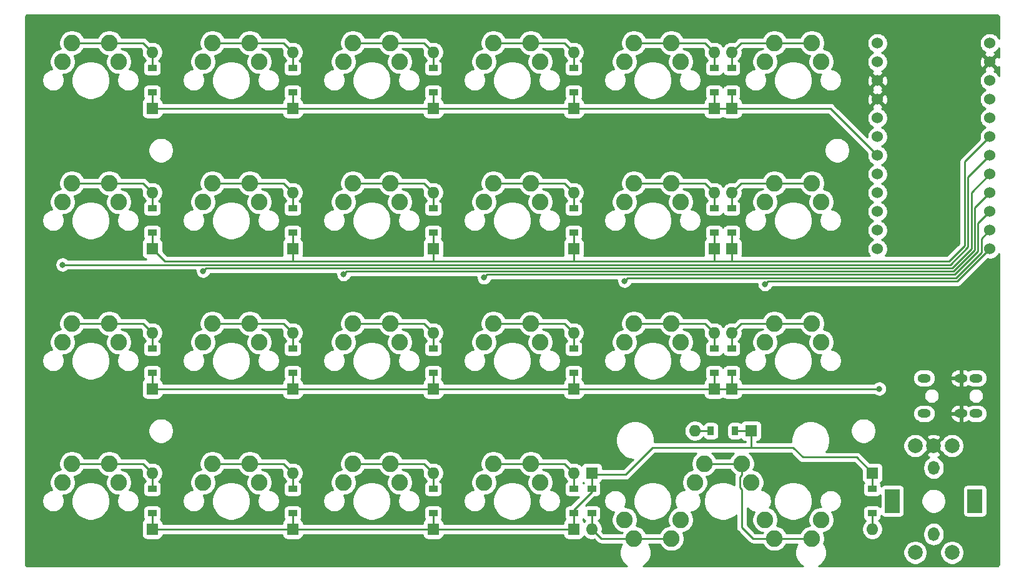
<source format=gbl>
G04 #@! TF.GenerationSoftware,KiCad,Pcbnew,(5.1.10)-1*
G04 #@! TF.CreationDate,2021-08-19T11:37:30+09:00*
G04 #@! TF.ProjectId,Lyra,4c797261-2e6b-4696-9361-645f70636258,rev?*
G04 #@! TF.SameCoordinates,Original*
G04 #@! TF.FileFunction,Copper,L2,Bot*
G04 #@! TF.FilePolarity,Positive*
%FSLAX46Y46*%
G04 Gerber Fmt 4.6, Leading zero omitted, Abs format (unit mm)*
G04 Created by KiCad (PCBNEW (5.1.10)-1) date 2021-08-19 11:37:30*
%MOMM*%
%LPD*%
G01*
G04 APERTURE LIST*
G04 #@! TA.AperFunction,SMDPad,CuDef*
%ADD10R,1.200000X0.900000*%
G04 #@! TD*
G04 #@! TA.AperFunction,ComponentPad*
%ADD11O,1.600000X1.600000*%
G04 #@! TD*
G04 #@! TA.AperFunction,ComponentPad*
%ADD12R,1.600000X1.600000*%
G04 #@! TD*
G04 #@! TA.AperFunction,SMDPad,CuDef*
%ADD13R,0.900000X1.200000*%
G04 #@! TD*
G04 #@! TA.AperFunction,ComponentPad*
%ADD14C,2.250000*%
G04 #@! TD*
G04 #@! TA.AperFunction,ComponentPad*
%ADD15C,2.000000*%
G04 #@! TD*
G04 #@! TA.AperFunction,ComponentPad*
%ADD16R,2.000000X3.200000*%
G04 #@! TD*
G04 #@! TA.AperFunction,ComponentPad*
%ADD17C,1.524000*%
G04 #@! TD*
G04 #@! TA.AperFunction,ComponentPad*
%ADD18O,1.800000X1.200000*%
G04 #@! TD*
G04 #@! TA.AperFunction,ViaPad*
%ADD19C,0.800000*%
G04 #@! TD*
G04 #@! TA.AperFunction,Conductor*
%ADD20C,0.250000*%
G04 #@! TD*
G04 #@! TA.AperFunction,Conductor*
%ADD21C,0.375000*%
G04 #@! TD*
G04 #@! TA.AperFunction,Conductor*
%ADD22C,0.254000*%
G04 #@! TD*
G04 #@! TA.AperFunction,Conductor*
%ADD23C,0.100000*%
G04 #@! TD*
G04 #@! TA.AperFunction,NonConductor*
%ADD24C,0.254000*%
G04 #@! TD*
G04 #@! TA.AperFunction,NonConductor*
%ADD25C,0.100000*%
G04 #@! TD*
G04 APERTURE END LIST*
D10*
X113371578Y-123770467D03*
X113371578Y-127070467D03*
D11*
X113371578Y-121610467D03*
D12*
X113371578Y-129230467D03*
D10*
X94321578Y-123770467D03*
X94321578Y-127070467D03*
D11*
X94321578Y-121610467D03*
D12*
X94321578Y-129230467D03*
D10*
X191952828Y-127070467D03*
X191952828Y-123770467D03*
D11*
X191952828Y-129230467D03*
D12*
X191952828Y-121610467D03*
D13*
X170062203Y-115895467D03*
X173362203Y-115895467D03*
D11*
X167902203Y-115895467D03*
D12*
X175522203Y-115895467D03*
D10*
X153932203Y-127070467D03*
X153932203Y-123770467D03*
D11*
X153932203Y-129230467D03*
D12*
X153932203Y-121610467D03*
D10*
X151471578Y-123770467D03*
X151471578Y-127070467D03*
D11*
X151471578Y-121610467D03*
D12*
X151471578Y-129230467D03*
D10*
X132421578Y-123770467D03*
X132421578Y-127070467D03*
D11*
X132421578Y-121610467D03*
D12*
X132421578Y-129230467D03*
D10*
X172902781Y-104720467D03*
X172902781Y-108020467D03*
D11*
X172902781Y-102560467D03*
D12*
X172902781Y-110180467D03*
D10*
X170521529Y-104720467D03*
X170521529Y-108020467D03*
D11*
X170521529Y-102560467D03*
D12*
X170521529Y-110180467D03*
D10*
X151471578Y-104720467D03*
X151471578Y-108020467D03*
D11*
X151471578Y-102560467D03*
D12*
X151471578Y-110180467D03*
D10*
X132421578Y-104720467D03*
X132421578Y-108020467D03*
D11*
X132421578Y-102560467D03*
D12*
X132421578Y-110180467D03*
D10*
X113371578Y-104720467D03*
X113371578Y-108020467D03*
D11*
X113371578Y-102560467D03*
D12*
X113371578Y-110180467D03*
D10*
X94321578Y-104720467D03*
X94321578Y-108020467D03*
D11*
X94321578Y-102560467D03*
D12*
X94321578Y-110180467D03*
D10*
X172902828Y-85670467D03*
X172902828Y-88970467D03*
D11*
X172902828Y-83510467D03*
D12*
X172902828Y-91130467D03*
D10*
X170521578Y-85670467D03*
X170521578Y-88970467D03*
D11*
X170521578Y-83510467D03*
D12*
X170521578Y-91130467D03*
D10*
X151471578Y-85670467D03*
X151471578Y-88970467D03*
D11*
X151471578Y-83510467D03*
D12*
X151471578Y-91130467D03*
D10*
X132421578Y-85670467D03*
X132421578Y-88970467D03*
D11*
X132421578Y-83510467D03*
D12*
X132421578Y-91130467D03*
D10*
X113371576Y-85670467D03*
X113371576Y-88970467D03*
D11*
X113371576Y-83510467D03*
D12*
X113371576Y-91130467D03*
D10*
X94321578Y-85670467D03*
X94321578Y-88970467D03*
D11*
X94321578Y-83510467D03*
D12*
X94321578Y-91130467D03*
D10*
X172902828Y-66620467D03*
X172902828Y-69920467D03*
D11*
X172902828Y-64460467D03*
D12*
X172902828Y-72080467D03*
D10*
X170521578Y-66620467D03*
X170521578Y-69920467D03*
D11*
X170521578Y-64460467D03*
D12*
X170521578Y-72080467D03*
D10*
X151471578Y-66620467D03*
X151471578Y-69920467D03*
D11*
X151471578Y-64460467D03*
D12*
X151471578Y-72080467D03*
D10*
X132421578Y-66620467D03*
X132421578Y-69920467D03*
D11*
X132421578Y-64460467D03*
D12*
X132421578Y-72080467D03*
D10*
X113371578Y-66620467D03*
X113371578Y-69920467D03*
D11*
X113371578Y-64460467D03*
D12*
X113371578Y-72080467D03*
D10*
X94321578Y-66620467D03*
X94321578Y-69920467D03*
D11*
X94321578Y-64460467D03*
D12*
X94321578Y-72080467D03*
D14*
X169172203Y-120340467D03*
X175522203Y-122880467D03*
X174252203Y-120340467D03*
X167902203Y-122880467D03*
X101227323Y-122880747D03*
X107577323Y-120340747D03*
X108847323Y-122880747D03*
X102497323Y-120340747D03*
X82177243Y-103830667D03*
X88527243Y-101290667D03*
X89797243Y-103830667D03*
X83447243Y-101290667D03*
X158377203Y-103830531D03*
X164727203Y-101290531D03*
X165997203Y-103830531D03*
X159647203Y-101290531D03*
X120277403Y-84780587D03*
X126627403Y-82240587D03*
X127897403Y-84780587D03*
X121547403Y-82240587D03*
D15*
X197787187Y-132420747D03*
X202787187Y-132420747D03*
D16*
X194687187Y-125420747D03*
X205887187Y-125420747D03*
D15*
X197787187Y-117920747D03*
X200287187Y-117920747D03*
X202787187Y-117920747D03*
G04 #@! TA.AperFunction,WasherPad*
G36*
G01*
X200287187Y-128970747D02*
X200287187Y-128970747D01*
G75*
G02*
X201087187Y-129770747I0J-800000D01*
G01*
X201087187Y-130070747D01*
G75*
G02*
X200287187Y-130870747I-800000J0D01*
G01*
X200287187Y-130870747D01*
G75*
G02*
X199487187Y-130070747I0J800000D01*
G01*
X199487187Y-129770747D01*
G75*
G02*
X200287187Y-128970747I800000J0D01*
G01*
G37*
G04 #@! TD.AperFunction*
G04 #@! TA.AperFunction,WasherPad*
G36*
G01*
X200287187Y-119970747D02*
X200287187Y-119970747D01*
G75*
G02*
X201087187Y-120770747I0J-800000D01*
G01*
X201087187Y-121070747D01*
G75*
G02*
X200287187Y-121870747I-800000J0D01*
G01*
X200287187Y-121870747D01*
G75*
G02*
X199487187Y-121070747I0J800000D01*
G01*
X199487187Y-120770747D01*
G75*
G02*
X200287187Y-119970747I800000J0D01*
G01*
G37*
G04 #@! TD.AperFunction*
D17*
X207902179Y-63245491D03*
X207902179Y-65785491D03*
X207902179Y-68325491D03*
X207902179Y-70865491D03*
X207902179Y-73405491D03*
X207902179Y-75945491D03*
X207902179Y-78485491D03*
X207902179Y-81025491D03*
X207902179Y-83565491D03*
X207902179Y-86105491D03*
X207902179Y-88645491D03*
X207902179Y-91185491D03*
X192662179Y-91185491D03*
X192662179Y-88645491D03*
X192662179Y-86105491D03*
X192662179Y-83565491D03*
X192662179Y-81025491D03*
X192662179Y-78485491D03*
X192662179Y-75945491D03*
X192662179Y-73405491D03*
X192662179Y-70865491D03*
X192662179Y-68325491D03*
X192662179Y-65785491D03*
X192662179Y-63245491D03*
D18*
X199012763Y-108733187D03*
X199012763Y-113533187D03*
X204012763Y-113533187D03*
X204012763Y-108733187D03*
X206012763Y-113533187D03*
X206012763Y-108733187D03*
D14*
X185047203Y-127960467D03*
X178697203Y-130500467D03*
X177427203Y-127960467D03*
X183777203Y-130500467D03*
X165997203Y-127960467D03*
X159647203Y-130500467D03*
X158377203Y-127960467D03*
X164727203Y-130500467D03*
X139327483Y-122880747D03*
X145677483Y-120340747D03*
X146947483Y-122880747D03*
X140597483Y-120340747D03*
X120277403Y-122880747D03*
X126627403Y-120340747D03*
X127897403Y-122880747D03*
X121547403Y-120340747D03*
X82177243Y-122880747D03*
X88527243Y-120340747D03*
X89797243Y-122880747D03*
X83447243Y-120340747D03*
X177427643Y-103830667D03*
X183777643Y-101290667D03*
X185047643Y-103830667D03*
X178697643Y-101290667D03*
X139327483Y-103830667D03*
X145677483Y-101290667D03*
X146947483Y-103830667D03*
X140597483Y-101290667D03*
X120277403Y-103830667D03*
X126627403Y-101290667D03*
X127897403Y-103830667D03*
X121547403Y-101290667D03*
X101227323Y-103830667D03*
X107577323Y-101290667D03*
X108847323Y-103830667D03*
X102497323Y-101290667D03*
X177427643Y-84780587D03*
X183777643Y-82240587D03*
X185047643Y-84780587D03*
X178697643Y-82240587D03*
X158377563Y-84780587D03*
X164727563Y-82240587D03*
X165997563Y-84780587D03*
X159647563Y-82240587D03*
X139327483Y-84780587D03*
X145677483Y-82240587D03*
X146947483Y-84780587D03*
X140597483Y-82240587D03*
X101227323Y-84780587D03*
X107577323Y-82240587D03*
X108847323Y-84780587D03*
X102497323Y-82240587D03*
X82177243Y-84780587D03*
X88527243Y-82240587D03*
X89797243Y-84780587D03*
X83447243Y-82240587D03*
X177427603Y-65730467D03*
X183777603Y-63190467D03*
X185047603Y-65730467D03*
X178697603Y-63190467D03*
X158377523Y-65730467D03*
X164727523Y-63190467D03*
X165997523Y-65730467D03*
X159647523Y-63190467D03*
X139327443Y-65730467D03*
X145677443Y-63190467D03*
X146947443Y-65730467D03*
X140597443Y-63190467D03*
X120277363Y-65730467D03*
X126627363Y-63190467D03*
X127897363Y-65730467D03*
X121547363Y-63190467D03*
X101227283Y-65730467D03*
X107577283Y-63190467D03*
X108847283Y-65730467D03*
X102497283Y-63190467D03*
X82177203Y-65730467D03*
X88527203Y-63190467D03*
X89797203Y-65730467D03*
X83447203Y-63190467D03*
D19*
X192921203Y-110180467D03*
X82177243Y-93323993D03*
X101227203Y-94178467D03*
X120277203Y-94628477D03*
X139327483Y-95078487D03*
X158377523Y-95528497D03*
X177419000Y-95978507D03*
D20*
X150201578Y-120340467D02*
X151471578Y-121610467D01*
X140597203Y-120340467D02*
X150201578Y-120340467D01*
X151471578Y-121610467D02*
X151471578Y-123770467D01*
X93051578Y-101290467D02*
X94321578Y-102560467D01*
X83447203Y-101290467D02*
X93051578Y-101290467D01*
X94321578Y-102560467D02*
X94321578Y-104720467D01*
X94321578Y-108020467D02*
X94321578Y-110180467D01*
X112101578Y-101290467D02*
X113371578Y-102560467D01*
X102497203Y-101290467D02*
X112101578Y-101290467D01*
X113371578Y-102560467D02*
X113371578Y-104720467D01*
X113371578Y-108020467D02*
X113371578Y-110180467D01*
X131151578Y-101290467D02*
X132421578Y-102560467D01*
X121547203Y-101290467D02*
X131151578Y-101290467D01*
X132421578Y-102560467D02*
X132421578Y-104720467D01*
X132421578Y-108020467D02*
X132421578Y-110180467D01*
X150201578Y-101290467D02*
X151471578Y-102560467D01*
X140597203Y-101290467D02*
X150201578Y-101290467D01*
X151471578Y-102560467D02*
X151471578Y-104720467D01*
X151471578Y-108020467D02*
X151471578Y-110180467D01*
X169251578Y-101290467D02*
X170521578Y-102560467D01*
X159647203Y-101290467D02*
X169251578Y-101290467D01*
X170521578Y-102560467D02*
X170521578Y-104720467D01*
X170521578Y-108020467D02*
X170521578Y-110180467D01*
X169251578Y-82240467D02*
X170521578Y-83510467D01*
X159647203Y-82240467D02*
X169251578Y-82240467D01*
X170521578Y-83510467D02*
X170521578Y-85670467D01*
X170521578Y-88970467D02*
X170521578Y-91130467D01*
X150201578Y-82240467D02*
X151471578Y-83510467D01*
X140597203Y-82240467D02*
X150201578Y-82240467D01*
X151471578Y-83510467D02*
X151471578Y-85670467D01*
X151471578Y-88970467D02*
X151471578Y-91130467D01*
X131151578Y-82240467D02*
X132421578Y-83510467D01*
X121547203Y-82240467D02*
X131151578Y-82240467D01*
X132421578Y-83510467D02*
X132421578Y-85670467D01*
X132421578Y-88970467D02*
X132421578Y-91130467D01*
X112101578Y-82240467D02*
X113371578Y-83510467D01*
X102497203Y-82240467D02*
X112101578Y-82240467D01*
X113371578Y-83510467D02*
X113371578Y-85670467D01*
X113371578Y-88970467D02*
X113371578Y-91130467D01*
X93051578Y-82240467D02*
X94321578Y-83510467D01*
X83447203Y-82240467D02*
X93051578Y-82240467D01*
X94321578Y-83510467D02*
X94321578Y-85670467D01*
X94321578Y-88970467D02*
X94321578Y-91130467D01*
X169251578Y-63190467D02*
X170521578Y-64460467D01*
X159647203Y-63190467D02*
X169251578Y-63190467D01*
X170521578Y-64460467D02*
X170521578Y-66620467D01*
X170521578Y-69920467D02*
X170521578Y-72080467D01*
X150201578Y-63190467D02*
X151471578Y-64460467D01*
X140597203Y-63190467D02*
X150201578Y-63190467D01*
X151471578Y-64460467D02*
X151471578Y-66620467D01*
X151471578Y-69920467D02*
X151471578Y-72080467D01*
X131151578Y-63190467D02*
X132421578Y-64460467D01*
X121547203Y-63190467D02*
X131151578Y-63190467D01*
X132421578Y-64460467D02*
X132421578Y-66620467D01*
X132421578Y-69920467D02*
X132421578Y-72080467D01*
X112101578Y-63190467D02*
X113371578Y-64460467D01*
X102497203Y-63190467D02*
X112101578Y-63190467D01*
X113371578Y-64460467D02*
X113371578Y-66620467D01*
X113371578Y-69920467D02*
X113371578Y-72080467D01*
X93051578Y-63190467D02*
X94321578Y-64460467D01*
X83447203Y-63190467D02*
X93051578Y-63190467D01*
X94321578Y-64460467D02*
X94321578Y-66620467D01*
X94321578Y-69920467D02*
X94321578Y-72080467D01*
X172902828Y-72080467D02*
X172902828Y-69920467D01*
X186257155Y-72080467D02*
X192662179Y-78485491D01*
X94321578Y-72080467D02*
X186257155Y-72080467D01*
X207902179Y-75945491D02*
X204505948Y-79341722D01*
X204505948Y-79341722D02*
X204505948Y-90763262D01*
X202395227Y-92873983D02*
X204505948Y-90763262D01*
X172902828Y-91130467D02*
X172902828Y-88970467D01*
X96065094Y-92873983D02*
X94321578Y-91130467D01*
X113371576Y-91130467D02*
X113371576Y-92860840D01*
X132421578Y-91130467D02*
X132421578Y-92860842D01*
X151471578Y-91130467D02*
X151471578Y-92860842D01*
X170521578Y-91130467D02*
X170521578Y-92860842D01*
X172902828Y-91130467D02*
X172902828Y-92829092D01*
X202395227Y-92873983D02*
X172947719Y-92873983D01*
X96065094Y-92873983D02*
X202395227Y-92873983D01*
X172902781Y-108020467D02*
X172902781Y-110180467D01*
X192921203Y-110180467D02*
X94321578Y-110180467D01*
X151471578Y-129230467D02*
X151471578Y-127070467D01*
X151471578Y-129230467D02*
X94321578Y-129230467D01*
X132421578Y-127070467D02*
X132421578Y-129230467D01*
X113371578Y-127070467D02*
X113371578Y-129230467D01*
X94321578Y-127070467D02*
X94321578Y-129230467D01*
X191952828Y-123770467D02*
X191952828Y-121610467D01*
X151471578Y-127070467D02*
X151471578Y-126611092D01*
X189826729Y-119484368D02*
X191952828Y-121610467D01*
X151471578Y-126611092D02*
X153932203Y-124150467D01*
X182540104Y-119484368D02*
X189826729Y-119484368D01*
X181237203Y-118181467D02*
X182540104Y-119484368D01*
X158520014Y-121848656D02*
X153932203Y-121848656D01*
X181237203Y-118181467D02*
X162187203Y-118181467D01*
X162187203Y-118181467D02*
X158520014Y-121848656D01*
X153932203Y-121610467D02*
X153932203Y-123770467D01*
X153932203Y-124150467D02*
X153932203Y-123770467D01*
X173362203Y-115895467D02*
X175522203Y-115895467D01*
X175522203Y-115895467D02*
X175522203Y-118181467D01*
X174172828Y-63190467D02*
X172902828Y-64460467D01*
X183777603Y-63190467D02*
X174172828Y-63190467D01*
X172902828Y-66620467D02*
X172902828Y-64460467D01*
X174172708Y-82240587D02*
X172902828Y-83510467D01*
X183777643Y-82240587D02*
X174172708Y-82240587D01*
X172902828Y-85670467D02*
X172902828Y-83510467D01*
X174172581Y-101290667D02*
X172902781Y-102560467D01*
X183777643Y-101290667D02*
X174172581Y-101290667D01*
X172902781Y-102560467D02*
X172902781Y-104720467D01*
X93051858Y-120340747D02*
X94321578Y-121610467D01*
X83447243Y-120340747D02*
X93051858Y-120340747D01*
X94321578Y-121610467D02*
X94321578Y-123770467D01*
X112101858Y-120340747D02*
X113371578Y-121610467D01*
X102497323Y-120340747D02*
X112101858Y-120340747D01*
X113371578Y-121610467D02*
X113371578Y-123770467D01*
X131151858Y-120340747D02*
X132421578Y-121610467D01*
X121547403Y-120340747D02*
X131151858Y-120340747D01*
X132421578Y-121610467D02*
X132421578Y-123770467D01*
X153932203Y-129230467D02*
X153932203Y-127070467D01*
X155202203Y-130500467D02*
X153932203Y-129230467D01*
X164727203Y-130500467D02*
X155202203Y-130500467D01*
D21*
X207895779Y-71187491D02*
X207895779Y-71202891D01*
D20*
X82142677Y-93323993D02*
X202581628Y-93323992D01*
X204955958Y-81431712D02*
X207902179Y-78485491D01*
X204955958Y-90949662D02*
X204955958Y-81431712D01*
X202581628Y-93323992D02*
X204955958Y-90949662D01*
X205405968Y-83521702D02*
X207902179Y-81025491D01*
X205405968Y-91136062D02*
X205405968Y-83521702D01*
X202768027Y-93774003D02*
X205405968Y-91136062D01*
X101227203Y-94178467D02*
X101631667Y-93774003D01*
X101631667Y-93774003D02*
X202768027Y-93774003D01*
X120277203Y-94628477D02*
X120681667Y-94224013D01*
X120681667Y-94224013D02*
X202954427Y-94224013D01*
X205855978Y-85611692D02*
X207902179Y-83565491D01*
X205855978Y-91322462D02*
X205855978Y-85611692D01*
X202954427Y-94224013D02*
X205855978Y-91322462D01*
X139327483Y-95078487D02*
X139731947Y-94674023D01*
X139731947Y-94674023D02*
X203140828Y-94674022D01*
X206305989Y-87701681D02*
X207902179Y-86105491D01*
X206305989Y-91508861D02*
X206305989Y-87701681D01*
X203140828Y-94674022D02*
X206305989Y-91508861D01*
X158377523Y-95528497D02*
X158781987Y-95124033D01*
X158781987Y-95124033D02*
X203327227Y-95124033D01*
X203327227Y-95124033D02*
X206756000Y-91695260D01*
X206756000Y-91695260D02*
X206756000Y-89791670D01*
X206756000Y-89791670D02*
X207902179Y-88645491D01*
X177419000Y-95978507D02*
X177823464Y-95574043D01*
X177823464Y-95574043D02*
X203513628Y-95574042D01*
X203513628Y-95574042D02*
X207902179Y-91185491D01*
X203513627Y-95574043D02*
X207902179Y-91185491D01*
X170062203Y-115895467D02*
X167902203Y-115895467D01*
X175776203Y-130500467D02*
X178697203Y-130500467D01*
X174252203Y-123833203D02*
X174252203Y-128976467D01*
X173990000Y-122174000D02*
X173990000Y-123571000D01*
X178697203Y-130500467D02*
X183777203Y-130500467D01*
X174252203Y-121911797D02*
X173990000Y-122174000D01*
X174252203Y-128976467D02*
X175776203Y-130500467D01*
X173990000Y-123571000D02*
X174252203Y-123833203D01*
X174252203Y-120340467D02*
X169172203Y-120340467D01*
X174252203Y-120340467D02*
X174252203Y-121911797D01*
X191952828Y-129230467D02*
X191952828Y-127070467D01*
D22*
X208877611Y-59415071D02*
X208940543Y-59434071D01*
X208998592Y-59464936D01*
X209049530Y-59506480D01*
X209091435Y-59557135D01*
X209122702Y-59614962D01*
X209142143Y-59677763D01*
X209152187Y-59773326D01*
X209152187Y-62612742D01*
X209140184Y-62583764D01*
X208987299Y-62354956D01*
X208792714Y-62160371D01*
X208563906Y-62007486D01*
X208309669Y-61902177D01*
X208039771Y-61848491D01*
X207764587Y-61848491D01*
X207494689Y-61902177D01*
X207240452Y-62007486D01*
X207011644Y-62160371D01*
X206817059Y-62354956D01*
X206664174Y-62583764D01*
X206558865Y-62838001D01*
X206505179Y-63107899D01*
X206505179Y-63383083D01*
X206558865Y-63652981D01*
X206664174Y-63907218D01*
X206817059Y-64136026D01*
X207011644Y-64330611D01*
X207240452Y-64483496D01*
X207312122Y-64513183D01*
X207299156Y-64517855D01*
X207183199Y-64579835D01*
X207116219Y-64819926D01*
X207902179Y-65605886D01*
X208688139Y-64819926D01*
X208621159Y-64579835D01*
X208485419Y-64516006D01*
X208563906Y-64483496D01*
X208792714Y-64330611D01*
X208987299Y-64136026D01*
X209140184Y-63907218D01*
X209152187Y-63878240D01*
X209152187Y-65149488D01*
X209107835Y-65066511D01*
X208867744Y-64999531D01*
X208081784Y-65785491D01*
X208867744Y-66571451D01*
X209107835Y-66504471D01*
X209152187Y-66410151D01*
X209152187Y-67692742D01*
X209140184Y-67663764D01*
X208987299Y-67434956D01*
X208792714Y-67240371D01*
X208563906Y-67087486D01*
X208492236Y-67057799D01*
X208505202Y-67053127D01*
X208621159Y-66991147D01*
X208688139Y-66751056D01*
X207902179Y-65965096D01*
X207116219Y-66751056D01*
X207183199Y-66991147D01*
X207318939Y-67054976D01*
X207240452Y-67087486D01*
X207011644Y-67240371D01*
X206817059Y-67434956D01*
X206664174Y-67663764D01*
X206558865Y-67918001D01*
X206505179Y-68187899D01*
X206505179Y-68463083D01*
X206558865Y-68732981D01*
X206664174Y-68987218D01*
X206817059Y-69216026D01*
X207011644Y-69410611D01*
X207240452Y-69563496D01*
X207317694Y-69595491D01*
X207240452Y-69627486D01*
X207011644Y-69780371D01*
X206817059Y-69974956D01*
X206664174Y-70203764D01*
X206558865Y-70458001D01*
X206505179Y-70727899D01*
X206505179Y-71003083D01*
X206558865Y-71272981D01*
X206664174Y-71527218D01*
X206817059Y-71756026D01*
X207011644Y-71950611D01*
X207240452Y-72103496D01*
X207317694Y-72135491D01*
X207240452Y-72167486D01*
X207011644Y-72320371D01*
X206817059Y-72514956D01*
X206664174Y-72743764D01*
X206558865Y-72998001D01*
X206505179Y-73267899D01*
X206505179Y-73543083D01*
X206558865Y-73812981D01*
X206664174Y-74067218D01*
X206817059Y-74296026D01*
X207011644Y-74490611D01*
X207240452Y-74643496D01*
X207317694Y-74675491D01*
X207240452Y-74707486D01*
X207011644Y-74860371D01*
X206817059Y-75054956D01*
X206664174Y-75283764D01*
X206558865Y-75538001D01*
X206505179Y-75807899D01*
X206505179Y-76083083D01*
X206535807Y-76237061D01*
X203994951Y-78777918D01*
X203965947Y-78801721D01*
X203910819Y-78868896D01*
X203870974Y-78917446D01*
X203828722Y-78996494D01*
X203800402Y-79049476D01*
X203756945Y-79192737D01*
X203745948Y-79304390D01*
X203745948Y-79304400D01*
X203742272Y-79341722D01*
X203745948Y-79379044D01*
X203745949Y-90448459D01*
X202080426Y-92113983D01*
X193709342Y-92113983D01*
X193747299Y-92076026D01*
X193900184Y-91847218D01*
X194005493Y-91592981D01*
X194059179Y-91323083D01*
X194059179Y-91047899D01*
X194005493Y-90778001D01*
X193900184Y-90523764D01*
X193747299Y-90294956D01*
X193552714Y-90100371D01*
X193323906Y-89947486D01*
X193246664Y-89915491D01*
X193323906Y-89883496D01*
X193552714Y-89730611D01*
X193747299Y-89536026D01*
X193900184Y-89307218D01*
X194005493Y-89052981D01*
X194059179Y-88783083D01*
X194059179Y-88507899D01*
X194005493Y-88238001D01*
X193900184Y-87983764D01*
X193747299Y-87754956D01*
X193552714Y-87560371D01*
X193323906Y-87407486D01*
X193246664Y-87375491D01*
X193323906Y-87343496D01*
X193552714Y-87190611D01*
X193747299Y-86996026D01*
X193900184Y-86767218D01*
X194005493Y-86512981D01*
X194059179Y-86243083D01*
X194059179Y-85967899D01*
X194005493Y-85698001D01*
X193900184Y-85443764D01*
X193747299Y-85214956D01*
X193552714Y-85020371D01*
X193323906Y-84867486D01*
X193246664Y-84835491D01*
X193323906Y-84803496D01*
X193552714Y-84650611D01*
X193747299Y-84456026D01*
X193900184Y-84227218D01*
X194005493Y-83972981D01*
X194059179Y-83703083D01*
X194059179Y-83427899D01*
X194005493Y-83158001D01*
X193900184Y-82903764D01*
X193747299Y-82674956D01*
X193552714Y-82480371D01*
X193323906Y-82327486D01*
X193246664Y-82295491D01*
X193323906Y-82263496D01*
X193552714Y-82110611D01*
X193747299Y-81916026D01*
X193900184Y-81687218D01*
X194005493Y-81432981D01*
X194059179Y-81163083D01*
X194059179Y-80887899D01*
X194005493Y-80618001D01*
X193900184Y-80363764D01*
X193747299Y-80134956D01*
X193552714Y-79940371D01*
X193323906Y-79787486D01*
X193246664Y-79755491D01*
X193323906Y-79723496D01*
X193552714Y-79570611D01*
X193747299Y-79376026D01*
X193900184Y-79147218D01*
X194005493Y-78892981D01*
X194059179Y-78623083D01*
X194059179Y-78347899D01*
X194005493Y-78078001D01*
X193900184Y-77823764D01*
X193747299Y-77594956D01*
X193552714Y-77400371D01*
X193323906Y-77247486D01*
X193246664Y-77215491D01*
X193323906Y-77183496D01*
X193552714Y-77030611D01*
X193747299Y-76836026D01*
X193900184Y-76607218D01*
X194005493Y-76352981D01*
X194059179Y-76083083D01*
X194059179Y-75807899D01*
X194005493Y-75538001D01*
X193900184Y-75283764D01*
X193747299Y-75054956D01*
X193552714Y-74860371D01*
X193323906Y-74707486D01*
X193246664Y-74675491D01*
X193323906Y-74643496D01*
X193552714Y-74490611D01*
X193747299Y-74296026D01*
X193900184Y-74067218D01*
X194005493Y-73812981D01*
X194059179Y-73543083D01*
X194059179Y-73267899D01*
X194005493Y-72998001D01*
X193900184Y-72743764D01*
X193747299Y-72514956D01*
X193552714Y-72320371D01*
X193323906Y-72167486D01*
X193252236Y-72137799D01*
X193265202Y-72133127D01*
X193381159Y-72071147D01*
X193448139Y-71831056D01*
X192662179Y-71045096D01*
X191876219Y-71831056D01*
X191943199Y-72071147D01*
X192078939Y-72134976D01*
X192000452Y-72167486D01*
X191771644Y-72320371D01*
X191577059Y-72514956D01*
X191424174Y-72743764D01*
X191318865Y-72998001D01*
X191265179Y-73267899D01*
X191265179Y-73543083D01*
X191318865Y-73812981D01*
X191424174Y-74067218D01*
X191577059Y-74296026D01*
X191771644Y-74490611D01*
X192000452Y-74643496D01*
X192077694Y-74675491D01*
X192000452Y-74707486D01*
X191771644Y-74860371D01*
X191577059Y-75054956D01*
X191424174Y-75283764D01*
X191318865Y-75538001D01*
X191265179Y-75807899D01*
X191265179Y-76013689D01*
X186820959Y-71569470D01*
X186797156Y-71540466D01*
X186681431Y-71445493D01*
X186549402Y-71374921D01*
X186406141Y-71331464D01*
X186294488Y-71320467D01*
X186294477Y-71320467D01*
X186257155Y-71316791D01*
X186219833Y-71320467D01*
X174340900Y-71320467D01*
X174340900Y-71280467D01*
X174328640Y-71155985D01*
X174292330Y-71036287D01*
X174239531Y-70937508D01*
X191260269Y-70937508D01*
X191301257Y-71209624D01*
X191394543Y-71468514D01*
X191456523Y-71584471D01*
X191696614Y-71651451D01*
X192482574Y-70865491D01*
X192841784Y-70865491D01*
X193627744Y-71651451D01*
X193867835Y-71584471D01*
X193984935Y-71335443D01*
X194051202Y-71068356D01*
X194064089Y-70793474D01*
X194023101Y-70521358D01*
X193929815Y-70262468D01*
X193867835Y-70146511D01*
X193627744Y-70079531D01*
X192841784Y-70865491D01*
X192482574Y-70865491D01*
X191696614Y-70079531D01*
X191456523Y-70146511D01*
X191339423Y-70395539D01*
X191273156Y-70662626D01*
X191260269Y-70937508D01*
X174239531Y-70937508D01*
X174233365Y-70925973D01*
X174154013Y-70829282D01*
X174057322Y-70749930D01*
X174026426Y-70733416D01*
X174033365Y-70724961D01*
X174092330Y-70614647D01*
X174128640Y-70494949D01*
X174140900Y-70370467D01*
X174140900Y-69470467D01*
X174128640Y-69345985D01*
X174092330Y-69226287D01*
X174033365Y-69115973D01*
X173954013Y-69019282D01*
X173857322Y-68939930D01*
X173747008Y-68880965D01*
X173627310Y-68844655D01*
X173502828Y-68832395D01*
X172302828Y-68832395D01*
X172178346Y-68844655D01*
X172058648Y-68880965D01*
X171948334Y-68939930D01*
X171851643Y-69019282D01*
X171772291Y-69115973D01*
X171713326Y-69226287D01*
X171712203Y-69229989D01*
X171711080Y-69226287D01*
X171652115Y-69115973D01*
X171572763Y-69019282D01*
X171476072Y-68939930D01*
X171365758Y-68880965D01*
X171246060Y-68844655D01*
X171121578Y-68832395D01*
X169921578Y-68832395D01*
X169797096Y-68844655D01*
X169677398Y-68880965D01*
X169567084Y-68939930D01*
X169470393Y-69019282D01*
X169391041Y-69115973D01*
X169332076Y-69226287D01*
X169295766Y-69345985D01*
X169283506Y-69470467D01*
X169283506Y-70370467D01*
X169295766Y-70494949D01*
X169332076Y-70614647D01*
X169391041Y-70724961D01*
X169397980Y-70733416D01*
X169367084Y-70749930D01*
X169270393Y-70829282D01*
X169191041Y-70925973D01*
X169132076Y-71036287D01*
X169095766Y-71155985D01*
X169083506Y-71280467D01*
X169083506Y-71320467D01*
X152909650Y-71320467D01*
X152909650Y-71280467D01*
X152897390Y-71155985D01*
X152861080Y-71036287D01*
X152802115Y-70925973D01*
X152722763Y-70829282D01*
X152626072Y-70749930D01*
X152595176Y-70733416D01*
X152602115Y-70724961D01*
X152661080Y-70614647D01*
X152697390Y-70494949D01*
X152709650Y-70370467D01*
X152709650Y-69470467D01*
X152697390Y-69345985D01*
X152661080Y-69226287D01*
X152602115Y-69115973D01*
X152522763Y-69019282D01*
X152426072Y-68939930D01*
X152315758Y-68880965D01*
X152196060Y-68844655D01*
X152071578Y-68832395D01*
X150871578Y-68832395D01*
X150747096Y-68844655D01*
X150627398Y-68880965D01*
X150517084Y-68939930D01*
X150420393Y-69019282D01*
X150341041Y-69115973D01*
X150282076Y-69226287D01*
X150245766Y-69345985D01*
X150233506Y-69470467D01*
X150233506Y-70370467D01*
X150245766Y-70494949D01*
X150282076Y-70614647D01*
X150341041Y-70724961D01*
X150347980Y-70733416D01*
X150317084Y-70749930D01*
X150220393Y-70829282D01*
X150141041Y-70925973D01*
X150082076Y-71036287D01*
X150045766Y-71155985D01*
X150033506Y-71280467D01*
X150033506Y-71320467D01*
X133859650Y-71320467D01*
X133859650Y-71280467D01*
X133847390Y-71155985D01*
X133811080Y-71036287D01*
X133752115Y-70925973D01*
X133672763Y-70829282D01*
X133576072Y-70749930D01*
X133545176Y-70733416D01*
X133552115Y-70724961D01*
X133611080Y-70614647D01*
X133647390Y-70494949D01*
X133659650Y-70370467D01*
X133659650Y-69470467D01*
X133647390Y-69345985D01*
X133611080Y-69226287D01*
X133552115Y-69115973D01*
X133472763Y-69019282D01*
X133376072Y-68939930D01*
X133265758Y-68880965D01*
X133146060Y-68844655D01*
X133021578Y-68832395D01*
X131821578Y-68832395D01*
X131697096Y-68844655D01*
X131577398Y-68880965D01*
X131467084Y-68939930D01*
X131370393Y-69019282D01*
X131291041Y-69115973D01*
X131232076Y-69226287D01*
X131195766Y-69345985D01*
X131183506Y-69470467D01*
X131183506Y-70370467D01*
X131195766Y-70494949D01*
X131232076Y-70614647D01*
X131291041Y-70724961D01*
X131297980Y-70733416D01*
X131267084Y-70749930D01*
X131170393Y-70829282D01*
X131091041Y-70925973D01*
X131032076Y-71036287D01*
X130995766Y-71155985D01*
X130983506Y-71280467D01*
X130983506Y-71320467D01*
X114809650Y-71320467D01*
X114809650Y-71280467D01*
X114797390Y-71155985D01*
X114761080Y-71036287D01*
X114702115Y-70925973D01*
X114622763Y-70829282D01*
X114526072Y-70749930D01*
X114495176Y-70733416D01*
X114502115Y-70724961D01*
X114561080Y-70614647D01*
X114597390Y-70494949D01*
X114609650Y-70370467D01*
X114609650Y-69470467D01*
X114597390Y-69345985D01*
X114561080Y-69226287D01*
X114502115Y-69115973D01*
X114422763Y-69019282D01*
X114326072Y-68939930D01*
X114215758Y-68880965D01*
X114096060Y-68844655D01*
X113971578Y-68832395D01*
X112771578Y-68832395D01*
X112647096Y-68844655D01*
X112527398Y-68880965D01*
X112417084Y-68939930D01*
X112320393Y-69019282D01*
X112241041Y-69115973D01*
X112182076Y-69226287D01*
X112145766Y-69345985D01*
X112133506Y-69470467D01*
X112133506Y-70370467D01*
X112145766Y-70494949D01*
X112182076Y-70614647D01*
X112241041Y-70724961D01*
X112247980Y-70733416D01*
X112217084Y-70749930D01*
X112120393Y-70829282D01*
X112041041Y-70925973D01*
X111982076Y-71036287D01*
X111945766Y-71155985D01*
X111933506Y-71280467D01*
X111933506Y-71320467D01*
X95759650Y-71320467D01*
X95759650Y-71280467D01*
X95747390Y-71155985D01*
X95711080Y-71036287D01*
X95652115Y-70925973D01*
X95572763Y-70829282D01*
X95476072Y-70749930D01*
X95445176Y-70733416D01*
X95452115Y-70724961D01*
X95511080Y-70614647D01*
X95547390Y-70494949D01*
X95559650Y-70370467D01*
X95559650Y-69470467D01*
X95547390Y-69345985D01*
X95511080Y-69226287D01*
X95452115Y-69115973D01*
X95372763Y-69019282D01*
X95276072Y-68939930D01*
X95165758Y-68880965D01*
X95046060Y-68844655D01*
X94921578Y-68832395D01*
X93721578Y-68832395D01*
X93597096Y-68844655D01*
X93477398Y-68880965D01*
X93367084Y-68939930D01*
X93270393Y-69019282D01*
X93191041Y-69115973D01*
X93132076Y-69226287D01*
X93095766Y-69345985D01*
X93083506Y-69470467D01*
X93083506Y-70370467D01*
X93095766Y-70494949D01*
X93132076Y-70614647D01*
X93191041Y-70724961D01*
X93197980Y-70733416D01*
X93167084Y-70749930D01*
X93070393Y-70829282D01*
X92991041Y-70925973D01*
X92932076Y-71036287D01*
X92895766Y-71155985D01*
X92883506Y-71280467D01*
X92883506Y-72880467D01*
X92895766Y-73004949D01*
X92932076Y-73124647D01*
X92991041Y-73234961D01*
X93070393Y-73331652D01*
X93167084Y-73411004D01*
X93277398Y-73469969D01*
X93397096Y-73506279D01*
X93521578Y-73518539D01*
X95121578Y-73518539D01*
X95246060Y-73506279D01*
X95365758Y-73469969D01*
X95476072Y-73411004D01*
X95572763Y-73331652D01*
X95652115Y-73234961D01*
X95711080Y-73124647D01*
X95747390Y-73004949D01*
X95759650Y-72880467D01*
X95759650Y-72840467D01*
X111933506Y-72840467D01*
X111933506Y-72880467D01*
X111945766Y-73004949D01*
X111982076Y-73124647D01*
X112041041Y-73234961D01*
X112120393Y-73331652D01*
X112217084Y-73411004D01*
X112327398Y-73469969D01*
X112447096Y-73506279D01*
X112571578Y-73518539D01*
X114171578Y-73518539D01*
X114296060Y-73506279D01*
X114415758Y-73469969D01*
X114526072Y-73411004D01*
X114622763Y-73331652D01*
X114702115Y-73234961D01*
X114761080Y-73124647D01*
X114797390Y-73004949D01*
X114809650Y-72880467D01*
X114809650Y-72840467D01*
X130983506Y-72840467D01*
X130983506Y-72880467D01*
X130995766Y-73004949D01*
X131032076Y-73124647D01*
X131091041Y-73234961D01*
X131170393Y-73331652D01*
X131267084Y-73411004D01*
X131377398Y-73469969D01*
X131497096Y-73506279D01*
X131621578Y-73518539D01*
X133221578Y-73518539D01*
X133346060Y-73506279D01*
X133465758Y-73469969D01*
X133576072Y-73411004D01*
X133672763Y-73331652D01*
X133752115Y-73234961D01*
X133811080Y-73124647D01*
X133847390Y-73004949D01*
X133859650Y-72880467D01*
X133859650Y-72840467D01*
X150033506Y-72840467D01*
X150033506Y-72880467D01*
X150045766Y-73004949D01*
X150082076Y-73124647D01*
X150141041Y-73234961D01*
X150220393Y-73331652D01*
X150317084Y-73411004D01*
X150427398Y-73469969D01*
X150547096Y-73506279D01*
X150671578Y-73518539D01*
X152271578Y-73518539D01*
X152396060Y-73506279D01*
X152515758Y-73469969D01*
X152626072Y-73411004D01*
X152722763Y-73331652D01*
X152802115Y-73234961D01*
X152861080Y-73124647D01*
X152897390Y-73004949D01*
X152909650Y-72880467D01*
X152909650Y-72840467D01*
X169083506Y-72840467D01*
X169083506Y-72880467D01*
X169095766Y-73004949D01*
X169132076Y-73124647D01*
X169191041Y-73234961D01*
X169270393Y-73331652D01*
X169367084Y-73411004D01*
X169477398Y-73469969D01*
X169597096Y-73506279D01*
X169721578Y-73518539D01*
X171321578Y-73518539D01*
X171446060Y-73506279D01*
X171565758Y-73469969D01*
X171676072Y-73411004D01*
X171712203Y-73381352D01*
X171748334Y-73411004D01*
X171858648Y-73469969D01*
X171978346Y-73506279D01*
X172102828Y-73518539D01*
X173702828Y-73518539D01*
X173827310Y-73506279D01*
X173947008Y-73469969D01*
X174057322Y-73411004D01*
X174154013Y-73331652D01*
X174233365Y-73234961D01*
X174292330Y-73124647D01*
X174328640Y-73004949D01*
X174340900Y-72880467D01*
X174340900Y-72840467D01*
X185942354Y-72840467D01*
X191295807Y-78193921D01*
X191265179Y-78347899D01*
X191265179Y-78623083D01*
X191318865Y-78892981D01*
X191424174Y-79147218D01*
X191577059Y-79376026D01*
X191771644Y-79570611D01*
X192000452Y-79723496D01*
X192077694Y-79755491D01*
X192000452Y-79787486D01*
X191771644Y-79940371D01*
X191577059Y-80134956D01*
X191424174Y-80363764D01*
X191318865Y-80618001D01*
X191265179Y-80887899D01*
X191265179Y-81163083D01*
X191318865Y-81432981D01*
X191424174Y-81687218D01*
X191577059Y-81916026D01*
X191771644Y-82110611D01*
X192000452Y-82263496D01*
X192077694Y-82295491D01*
X192000452Y-82327486D01*
X191771644Y-82480371D01*
X191577059Y-82674956D01*
X191424174Y-82903764D01*
X191318865Y-83158001D01*
X191265179Y-83427899D01*
X191265179Y-83703083D01*
X191318865Y-83972981D01*
X191424174Y-84227218D01*
X191577059Y-84456026D01*
X191771644Y-84650611D01*
X192000452Y-84803496D01*
X192077694Y-84835491D01*
X192000452Y-84867486D01*
X191771644Y-85020371D01*
X191577059Y-85214956D01*
X191424174Y-85443764D01*
X191318865Y-85698001D01*
X191265179Y-85967899D01*
X191265179Y-86243083D01*
X191318865Y-86512981D01*
X191424174Y-86767218D01*
X191577059Y-86996026D01*
X191771644Y-87190611D01*
X192000452Y-87343496D01*
X192077694Y-87375491D01*
X192000452Y-87407486D01*
X191771644Y-87560371D01*
X191577059Y-87754956D01*
X191424174Y-87983764D01*
X191318865Y-88238001D01*
X191265179Y-88507899D01*
X191265179Y-88783083D01*
X191318865Y-89052981D01*
X191424174Y-89307218D01*
X191577059Y-89536026D01*
X191771644Y-89730611D01*
X192000452Y-89883496D01*
X192077694Y-89915491D01*
X192000452Y-89947486D01*
X191771644Y-90100371D01*
X191577059Y-90294956D01*
X191424174Y-90523764D01*
X191318865Y-90778001D01*
X191265179Y-91047899D01*
X191265179Y-91323083D01*
X191318865Y-91592981D01*
X191424174Y-91847218D01*
X191577059Y-92076026D01*
X191615016Y-92113983D01*
X174310732Y-92113983D01*
X174328640Y-92054949D01*
X174340900Y-91930467D01*
X174340900Y-90330467D01*
X174328640Y-90205985D01*
X174292330Y-90086287D01*
X174233365Y-89975973D01*
X174154013Y-89879282D01*
X174057322Y-89799930D01*
X174026426Y-89783416D01*
X174033365Y-89774961D01*
X174092330Y-89664647D01*
X174128640Y-89544949D01*
X174140900Y-89420467D01*
X174140900Y-88520467D01*
X174128640Y-88395985D01*
X174092330Y-88276287D01*
X174033365Y-88165973D01*
X173954013Y-88069282D01*
X173857322Y-87989930D01*
X173747008Y-87930965D01*
X173627310Y-87894655D01*
X173502828Y-87882395D01*
X172302828Y-87882395D01*
X172178346Y-87894655D01*
X172058648Y-87930965D01*
X171948334Y-87989930D01*
X171851643Y-88069282D01*
X171772291Y-88165973D01*
X171713326Y-88276287D01*
X171712203Y-88279989D01*
X171711080Y-88276287D01*
X171652115Y-88165973D01*
X171572763Y-88069282D01*
X171476072Y-87989930D01*
X171365758Y-87930965D01*
X171246060Y-87894655D01*
X171121578Y-87882395D01*
X169921578Y-87882395D01*
X169797096Y-87894655D01*
X169677398Y-87930965D01*
X169567084Y-87989930D01*
X169470393Y-88069282D01*
X169391041Y-88165973D01*
X169332076Y-88276287D01*
X169295766Y-88395985D01*
X169283506Y-88520467D01*
X169283506Y-89420467D01*
X169295766Y-89544949D01*
X169332076Y-89664647D01*
X169391041Y-89774961D01*
X169397980Y-89783416D01*
X169367084Y-89799930D01*
X169270393Y-89879282D01*
X169191041Y-89975973D01*
X169132076Y-90086287D01*
X169095766Y-90205985D01*
X169083506Y-90330467D01*
X169083506Y-91930467D01*
X169095766Y-92054949D01*
X169113674Y-92113983D01*
X152879482Y-92113983D01*
X152897390Y-92054949D01*
X152909650Y-91930467D01*
X152909650Y-90330467D01*
X152897390Y-90205985D01*
X152861080Y-90086287D01*
X152802115Y-89975973D01*
X152722763Y-89879282D01*
X152626072Y-89799930D01*
X152595176Y-89783416D01*
X152602115Y-89774961D01*
X152661080Y-89664647D01*
X152697390Y-89544949D01*
X152709650Y-89420467D01*
X152709650Y-88520467D01*
X152697390Y-88395985D01*
X152661080Y-88276287D01*
X152602115Y-88165973D01*
X152522763Y-88069282D01*
X152426072Y-87989930D01*
X152315758Y-87930965D01*
X152196060Y-87894655D01*
X152071578Y-87882395D01*
X150871578Y-87882395D01*
X150747096Y-87894655D01*
X150627398Y-87930965D01*
X150517084Y-87989930D01*
X150420393Y-88069282D01*
X150341041Y-88165973D01*
X150282076Y-88276287D01*
X150245766Y-88395985D01*
X150233506Y-88520467D01*
X150233506Y-89420467D01*
X150245766Y-89544949D01*
X150282076Y-89664647D01*
X150341041Y-89774961D01*
X150347980Y-89783416D01*
X150317084Y-89799930D01*
X150220393Y-89879282D01*
X150141041Y-89975973D01*
X150082076Y-90086287D01*
X150045766Y-90205985D01*
X150033506Y-90330467D01*
X150033506Y-91930467D01*
X150045766Y-92054949D01*
X150063674Y-92113983D01*
X133829482Y-92113983D01*
X133847390Y-92054949D01*
X133859650Y-91930467D01*
X133859650Y-90330467D01*
X133847390Y-90205985D01*
X133811080Y-90086287D01*
X133752115Y-89975973D01*
X133672763Y-89879282D01*
X133576072Y-89799930D01*
X133545176Y-89783416D01*
X133552115Y-89774961D01*
X133611080Y-89664647D01*
X133647390Y-89544949D01*
X133659650Y-89420467D01*
X133659650Y-88520467D01*
X133647390Y-88395985D01*
X133611080Y-88276287D01*
X133552115Y-88165973D01*
X133472763Y-88069282D01*
X133376072Y-87989930D01*
X133265758Y-87930965D01*
X133146060Y-87894655D01*
X133021578Y-87882395D01*
X131821578Y-87882395D01*
X131697096Y-87894655D01*
X131577398Y-87930965D01*
X131467084Y-87989930D01*
X131370393Y-88069282D01*
X131291041Y-88165973D01*
X131232076Y-88276287D01*
X131195766Y-88395985D01*
X131183506Y-88520467D01*
X131183506Y-89420467D01*
X131195766Y-89544949D01*
X131232076Y-89664647D01*
X131291041Y-89774961D01*
X131297980Y-89783416D01*
X131267084Y-89799930D01*
X131170393Y-89879282D01*
X131091041Y-89975973D01*
X131032076Y-90086287D01*
X130995766Y-90205985D01*
X130983506Y-90330467D01*
X130983506Y-91930467D01*
X130995766Y-92054949D01*
X131013674Y-92113983D01*
X114779480Y-92113983D01*
X114797388Y-92054949D01*
X114809648Y-91930467D01*
X114809648Y-90330467D01*
X114797388Y-90205985D01*
X114761078Y-90086287D01*
X114702113Y-89975973D01*
X114622761Y-89879282D01*
X114526070Y-89799930D01*
X114495174Y-89783416D01*
X114502113Y-89774961D01*
X114561078Y-89664647D01*
X114597388Y-89544949D01*
X114609648Y-89420467D01*
X114609648Y-88520467D01*
X114597388Y-88395985D01*
X114561078Y-88276287D01*
X114502113Y-88165973D01*
X114422761Y-88069282D01*
X114326070Y-87989930D01*
X114215756Y-87930965D01*
X114096058Y-87894655D01*
X113971576Y-87882395D01*
X112771576Y-87882395D01*
X112647094Y-87894655D01*
X112527396Y-87930965D01*
X112417082Y-87989930D01*
X112320391Y-88069282D01*
X112241039Y-88165973D01*
X112182074Y-88276287D01*
X112145764Y-88395985D01*
X112133504Y-88520467D01*
X112133504Y-89420467D01*
X112145764Y-89544949D01*
X112182074Y-89664647D01*
X112241039Y-89774961D01*
X112247978Y-89783416D01*
X112217082Y-89799930D01*
X112120391Y-89879282D01*
X112041039Y-89975973D01*
X111982074Y-90086287D01*
X111945764Y-90205985D01*
X111933504Y-90330467D01*
X111933504Y-91930467D01*
X111945764Y-92054949D01*
X111963672Y-92113983D01*
X96379896Y-92113983D01*
X95759650Y-91493737D01*
X95759650Y-90330467D01*
X95747390Y-90205985D01*
X95711080Y-90086287D01*
X95652115Y-89975973D01*
X95572763Y-89879282D01*
X95476072Y-89799930D01*
X95445176Y-89783416D01*
X95452115Y-89774961D01*
X95511080Y-89664647D01*
X95547390Y-89544949D01*
X95559650Y-89420467D01*
X95559650Y-88520467D01*
X95547390Y-88395985D01*
X95511080Y-88276287D01*
X95452115Y-88165973D01*
X95372763Y-88069282D01*
X95276072Y-87989930D01*
X95165758Y-87930965D01*
X95046060Y-87894655D01*
X94921578Y-87882395D01*
X93721578Y-87882395D01*
X93597096Y-87894655D01*
X93477398Y-87930965D01*
X93367084Y-87989930D01*
X93270393Y-88069282D01*
X93191041Y-88165973D01*
X93132076Y-88276287D01*
X93095766Y-88395985D01*
X93083506Y-88520467D01*
X93083506Y-89420467D01*
X93095766Y-89544949D01*
X93132076Y-89664647D01*
X93191041Y-89774961D01*
X93197980Y-89783416D01*
X93167084Y-89799930D01*
X93070393Y-89879282D01*
X92991041Y-89975973D01*
X92932076Y-90086287D01*
X92895766Y-90205985D01*
X92883506Y-90330467D01*
X92883506Y-91930467D01*
X92895766Y-92054949D01*
X92932076Y-92174647D01*
X92991041Y-92284961D01*
X93070393Y-92381652D01*
X93167084Y-92461004D01*
X93277398Y-92519969D01*
X93397096Y-92556279D01*
X93475428Y-92563994D01*
X82880955Y-92563994D01*
X82837017Y-92520056D01*
X82667499Y-92406788D01*
X82479141Y-92328767D01*
X82279182Y-92288993D01*
X82075304Y-92288993D01*
X81875345Y-92328767D01*
X81686987Y-92406788D01*
X81517469Y-92520056D01*
X81373306Y-92664219D01*
X81260038Y-92833737D01*
X81182017Y-93022095D01*
X81142243Y-93222054D01*
X81142243Y-93425932D01*
X81182017Y-93625891D01*
X81260038Y-93814249D01*
X81373306Y-93983767D01*
X81517469Y-94127930D01*
X81686987Y-94241198D01*
X81875345Y-94319219D01*
X82075304Y-94358993D01*
X82279182Y-94358993D01*
X82479141Y-94319219D01*
X82667499Y-94241198D01*
X82837017Y-94127930D01*
X82880954Y-94083993D01*
X100192203Y-94083993D01*
X100192203Y-94280406D01*
X100231977Y-94480365D01*
X100309998Y-94668723D01*
X100423266Y-94838241D01*
X100567429Y-94982404D01*
X100736947Y-95095672D01*
X100925305Y-95173693D01*
X101125264Y-95213467D01*
X101329142Y-95213467D01*
X101529101Y-95173693D01*
X101717459Y-95095672D01*
X101886977Y-94982404D01*
X102031140Y-94838241D01*
X102144408Y-94668723D01*
X102200211Y-94534003D01*
X119242203Y-94534003D01*
X119242203Y-94730416D01*
X119281977Y-94930375D01*
X119359998Y-95118733D01*
X119473266Y-95288251D01*
X119617429Y-95432414D01*
X119786947Y-95545682D01*
X119975305Y-95623703D01*
X120175264Y-95663477D01*
X120379142Y-95663477D01*
X120579101Y-95623703D01*
X120767459Y-95545682D01*
X120936977Y-95432414D01*
X121081140Y-95288251D01*
X121194408Y-95118733D01*
X121250211Y-94984013D01*
X138292483Y-94984013D01*
X138292483Y-95180426D01*
X138332257Y-95380385D01*
X138410278Y-95568743D01*
X138523546Y-95738261D01*
X138667709Y-95882424D01*
X138837227Y-95995692D01*
X139025585Y-96073713D01*
X139225544Y-96113487D01*
X139429422Y-96113487D01*
X139629381Y-96073713D01*
X139817739Y-95995692D01*
X139987257Y-95882424D01*
X140131420Y-95738261D01*
X140244688Y-95568743D01*
X140300491Y-95434023D01*
X157342523Y-95434022D01*
X157342523Y-95630436D01*
X157382297Y-95830395D01*
X157460318Y-96018753D01*
X157573586Y-96188271D01*
X157717749Y-96332434D01*
X157887267Y-96445702D01*
X158075625Y-96523723D01*
X158275584Y-96563497D01*
X158479462Y-96563497D01*
X158679421Y-96523723D01*
X158867779Y-96445702D01*
X159037297Y-96332434D01*
X159181460Y-96188271D01*
X159294728Y-96018753D01*
X159350531Y-95884033D01*
X176384000Y-95884033D01*
X176384000Y-96080446D01*
X176423774Y-96280405D01*
X176501795Y-96468763D01*
X176615063Y-96638281D01*
X176759226Y-96782444D01*
X176928744Y-96895712D01*
X177117102Y-96973733D01*
X177317061Y-97013507D01*
X177520939Y-97013507D01*
X177720898Y-96973733D01*
X177909256Y-96895712D01*
X178078774Y-96782444D01*
X178222937Y-96638281D01*
X178336205Y-96468763D01*
X178392008Y-96334043D01*
X203476284Y-96334041D01*
X203513627Y-96337719D01*
X203662612Y-96323045D01*
X203805873Y-96279589D01*
X203937903Y-96209017D01*
X204024629Y-96137842D01*
X204024631Y-96137840D01*
X204053629Y-96114042D01*
X204077427Y-96085044D01*
X207610609Y-92551863D01*
X207764587Y-92582491D01*
X208039771Y-92582491D01*
X208309669Y-92528805D01*
X208563906Y-92423496D01*
X208792714Y-92270611D01*
X208987299Y-92076026D01*
X209140184Y-91847218D01*
X209152187Y-91818239D01*
X209152188Y-133913202D01*
X209142607Y-134010915D01*
X209123607Y-134073848D01*
X209092741Y-134131897D01*
X209051198Y-134182834D01*
X209000543Y-134224739D01*
X208942716Y-134256006D01*
X208879915Y-134275447D01*
X208784350Y-134285491D01*
X184690825Y-134285538D01*
X184994735Y-134082471D01*
X185295457Y-133781749D01*
X185531734Y-133428137D01*
X185694483Y-133035224D01*
X185777453Y-132618110D01*
X185777453Y-132259714D01*
X196152187Y-132259714D01*
X196152187Y-132581780D01*
X196215019Y-132897659D01*
X196338269Y-133195210D01*
X196517200Y-133462999D01*
X196744935Y-133690734D01*
X197012724Y-133869665D01*
X197310275Y-133992915D01*
X197626154Y-134055747D01*
X197948220Y-134055747D01*
X198264099Y-133992915D01*
X198561650Y-133869665D01*
X198829439Y-133690734D01*
X199057174Y-133462999D01*
X199236105Y-133195210D01*
X199359355Y-132897659D01*
X199422187Y-132581780D01*
X199422187Y-132259714D01*
X201152187Y-132259714D01*
X201152187Y-132581780D01*
X201215019Y-132897659D01*
X201338269Y-133195210D01*
X201517200Y-133462999D01*
X201744935Y-133690734D01*
X202012724Y-133869665D01*
X202310275Y-133992915D01*
X202626154Y-134055747D01*
X202948220Y-134055747D01*
X203264099Y-133992915D01*
X203561650Y-133869665D01*
X203829439Y-133690734D01*
X204057174Y-133462999D01*
X204236105Y-133195210D01*
X204359355Y-132897659D01*
X204422187Y-132581780D01*
X204422187Y-132259714D01*
X204359355Y-131943835D01*
X204236105Y-131646284D01*
X204057174Y-131378495D01*
X203829439Y-131150760D01*
X203561650Y-130971829D01*
X203264099Y-130848579D01*
X202948220Y-130785747D01*
X202626154Y-130785747D01*
X202310275Y-130848579D01*
X202012724Y-130971829D01*
X201744935Y-131150760D01*
X201517200Y-131378495D01*
X201338269Y-131646284D01*
X201215019Y-131943835D01*
X201152187Y-132259714D01*
X199422187Y-132259714D01*
X199359355Y-131943835D01*
X199236105Y-131646284D01*
X199057174Y-131378495D01*
X198829439Y-131150760D01*
X198561650Y-130971829D01*
X198264099Y-130848579D01*
X197948220Y-130785747D01*
X197626154Y-130785747D01*
X197310275Y-130848579D01*
X197012724Y-130971829D01*
X196744935Y-131150760D01*
X196517200Y-131378495D01*
X196338269Y-131646284D01*
X196215019Y-131943835D01*
X196152187Y-132259714D01*
X185777453Y-132259714D01*
X185777453Y-132192824D01*
X185694483Y-131775710D01*
X185531734Y-131382797D01*
X185399015Y-131184169D01*
X185469567Y-131013840D01*
X185537203Y-130673812D01*
X185537203Y-130327122D01*
X185469567Y-129987094D01*
X185348578Y-129695000D01*
X185560576Y-129652831D01*
X185880876Y-129520159D01*
X186169138Y-129327548D01*
X186414284Y-129082402D01*
X186606895Y-128794140D01*
X186739567Y-128473840D01*
X186807203Y-128133812D01*
X186807203Y-127787122D01*
X186739567Y-127447094D01*
X186606895Y-127126794D01*
X186474565Y-126928748D01*
X186757654Y-126872438D01*
X187032456Y-126758611D01*
X187279772Y-126593360D01*
X187490096Y-126383036D01*
X187655347Y-126135720D01*
X187769174Y-125860918D01*
X187827203Y-125569189D01*
X187827203Y-125271745D01*
X187769174Y-124980016D01*
X187655347Y-124705214D01*
X187490096Y-124457898D01*
X187279772Y-124247574D01*
X187032456Y-124082323D01*
X186757654Y-123968496D01*
X186465925Y-123910467D01*
X186168481Y-123910467D01*
X185876752Y-123968496D01*
X185601950Y-124082323D01*
X185354634Y-124247574D01*
X185144310Y-124457898D01*
X184979059Y-124705214D01*
X184865232Y-124980016D01*
X184807203Y-125271745D01*
X184807203Y-125569189D01*
X184865232Y-125860918D01*
X184979059Y-126135720D01*
X185022321Y-126200467D01*
X184873858Y-126200467D01*
X184533830Y-126268103D01*
X184213530Y-126400775D01*
X183925268Y-126593386D01*
X183680122Y-126838532D01*
X183487511Y-127126794D01*
X183354839Y-127447094D01*
X183287203Y-127787122D01*
X183287203Y-128133812D01*
X183354839Y-128473840D01*
X183475828Y-128765934D01*
X183263830Y-128808103D01*
X182943530Y-128940775D01*
X182655268Y-129133386D01*
X182410122Y-129378532D01*
X182217511Y-129666794D01*
X182186995Y-129740467D01*
X180287411Y-129740467D01*
X180256895Y-129666794D01*
X180064284Y-129378532D01*
X179819138Y-129133386D01*
X179530876Y-128940775D01*
X179210576Y-128808103D01*
X178998578Y-128765934D01*
X179119567Y-128473840D01*
X179187203Y-128133812D01*
X179187203Y-127787122D01*
X179119567Y-127447094D01*
X178986895Y-127126794D01*
X178794284Y-126838532D01*
X178549138Y-126593386D01*
X178260876Y-126400775D01*
X178019929Y-126300972D01*
X178130347Y-126135720D01*
X178244174Y-125860918D01*
X178302203Y-125569189D01*
X178302203Y-125271745D01*
X178280283Y-125161543D01*
X178608303Y-125161543D01*
X178608303Y-125679391D01*
X178709330Y-126187289D01*
X178907502Y-126665718D01*
X179195203Y-127096293D01*
X179561377Y-127462467D01*
X179991952Y-127750168D01*
X180470381Y-127948340D01*
X180978279Y-128049367D01*
X181496127Y-128049367D01*
X182004025Y-127948340D01*
X182482454Y-127750168D01*
X182913029Y-127462467D01*
X183279203Y-127096293D01*
X183566904Y-126665718D01*
X183765076Y-126187289D01*
X183866103Y-125679391D01*
X183866103Y-125161543D01*
X183765076Y-124653645D01*
X183566904Y-124175216D01*
X183279203Y-123744641D01*
X182913029Y-123378467D01*
X182482454Y-123090766D01*
X182004025Y-122892594D01*
X181496127Y-122791567D01*
X180978279Y-122791567D01*
X180470381Y-122892594D01*
X179991952Y-123090766D01*
X179561377Y-123378467D01*
X179195203Y-123744641D01*
X178907502Y-124175216D01*
X178709330Y-124653645D01*
X178608303Y-125161543D01*
X178280283Y-125161543D01*
X178244174Y-124980016D01*
X178130347Y-124705214D01*
X177965096Y-124457898D01*
X177754772Y-124247574D01*
X177507456Y-124082323D01*
X177232654Y-123968496D01*
X176949565Y-123912186D01*
X177081895Y-123714140D01*
X177214567Y-123393840D01*
X177282203Y-123053812D01*
X177282203Y-122707122D01*
X177214567Y-122367094D01*
X177081895Y-122046794D01*
X176889284Y-121758532D01*
X176644138Y-121513386D01*
X176355876Y-121320775D01*
X176035576Y-121188103D01*
X175823578Y-121145934D01*
X175944567Y-120853840D01*
X176012203Y-120513812D01*
X176012203Y-120167122D01*
X175944567Y-119827094D01*
X175811895Y-119506794D01*
X175619284Y-119218532D01*
X175374138Y-118973386D01*
X175326368Y-118941467D01*
X175484870Y-118941467D01*
X175522203Y-118945144D01*
X175559536Y-118941467D01*
X180922402Y-118941467D01*
X181976304Y-119995370D01*
X182000103Y-120024369D01*
X182115828Y-120119342D01*
X182247857Y-120189914D01*
X182391118Y-120233371D01*
X182502771Y-120244368D01*
X182502780Y-120244368D01*
X182540103Y-120248044D01*
X182577426Y-120244368D01*
X189511928Y-120244368D01*
X190514756Y-121247197D01*
X190514756Y-122410467D01*
X190527016Y-122534949D01*
X190563326Y-122654647D01*
X190622291Y-122764961D01*
X190701643Y-122861652D01*
X190798334Y-122941004D01*
X190829230Y-122957518D01*
X190822291Y-122965973D01*
X190763326Y-123076287D01*
X190727016Y-123195985D01*
X190714756Y-123320467D01*
X190714756Y-124220467D01*
X190727016Y-124344949D01*
X190763326Y-124464647D01*
X190822291Y-124574961D01*
X190901643Y-124671652D01*
X190998334Y-124751004D01*
X191108648Y-124809969D01*
X191228346Y-124846279D01*
X191352828Y-124858539D01*
X192552828Y-124858539D01*
X192677310Y-124846279D01*
X192797008Y-124809969D01*
X192907322Y-124751004D01*
X193004013Y-124671652D01*
X193049115Y-124616695D01*
X193049115Y-126224239D01*
X193004013Y-126169282D01*
X192907322Y-126089930D01*
X192797008Y-126030965D01*
X192677310Y-125994655D01*
X192552828Y-125982395D01*
X191352828Y-125982395D01*
X191228346Y-125994655D01*
X191108648Y-126030965D01*
X190998334Y-126089930D01*
X190901643Y-126169282D01*
X190822291Y-126265973D01*
X190763326Y-126376287D01*
X190727016Y-126495985D01*
X190714756Y-126620467D01*
X190714756Y-127520467D01*
X190727016Y-127644949D01*
X190763326Y-127764647D01*
X190822291Y-127874961D01*
X190901643Y-127971652D01*
X190998334Y-128051004D01*
X191074310Y-128091615D01*
X191038069Y-128115830D01*
X190838191Y-128315708D01*
X190681148Y-128550740D01*
X190572975Y-128811893D01*
X190517828Y-129089132D01*
X190517828Y-129371802D01*
X190572975Y-129649041D01*
X190681148Y-129910194D01*
X190838191Y-130145226D01*
X191038069Y-130345104D01*
X191273101Y-130502147D01*
X191534254Y-130610320D01*
X191811493Y-130665467D01*
X192094163Y-130665467D01*
X192371402Y-130610320D01*
X192632555Y-130502147D01*
X192867587Y-130345104D01*
X193067465Y-130145226D01*
X193224508Y-129910194D01*
X193282268Y-129770747D01*
X198849114Y-129770747D01*
X198849114Y-130070747D01*
X198876746Y-130351301D01*
X198958581Y-130621073D01*
X199091473Y-130869697D01*
X199270316Y-131087617D01*
X199488236Y-131266460D01*
X199736860Y-131399352D01*
X200006632Y-131481187D01*
X200287186Y-131508819D01*
X200287188Y-131508819D01*
X200567742Y-131481187D01*
X200837514Y-131399352D01*
X201086138Y-131266460D01*
X201304058Y-131087617D01*
X201482901Y-130869697D01*
X201615793Y-130621073D01*
X201697628Y-130351301D01*
X201725260Y-130070747D01*
X201725260Y-129770747D01*
X201697628Y-129490193D01*
X201615793Y-129220421D01*
X201482901Y-128971797D01*
X201304058Y-128753877D01*
X201086138Y-128575034D01*
X200837514Y-128442142D01*
X200567742Y-128360307D01*
X200287188Y-128332675D01*
X200287186Y-128332675D01*
X200006632Y-128360307D01*
X199736860Y-128442142D01*
X199488236Y-128575034D01*
X199270316Y-128753877D01*
X199091473Y-128971797D01*
X198958581Y-129220421D01*
X198876746Y-129490193D01*
X198849114Y-129770747D01*
X193282268Y-129770747D01*
X193332681Y-129649041D01*
X193387828Y-129371802D01*
X193387828Y-129089132D01*
X193332681Y-128811893D01*
X193224508Y-128550740D01*
X193067465Y-128315708D01*
X192867587Y-128115830D01*
X192831346Y-128091615D01*
X192907322Y-128051004D01*
X193004013Y-127971652D01*
X193083365Y-127874961D01*
X193142330Y-127764647D01*
X193178640Y-127644949D01*
X193190900Y-127520467D01*
X193190900Y-127416975D01*
X193236002Y-127471932D01*
X193332693Y-127551284D01*
X193443007Y-127610249D01*
X193562705Y-127646559D01*
X193687187Y-127658819D01*
X195687187Y-127658819D01*
X195811669Y-127646559D01*
X195931367Y-127610249D01*
X196041681Y-127551284D01*
X196138372Y-127471932D01*
X196217724Y-127375241D01*
X196276689Y-127264927D01*
X196312999Y-127145229D01*
X196325259Y-127020747D01*
X196325259Y-125254789D01*
X198602187Y-125254789D01*
X198602187Y-125586705D01*
X198666941Y-125912243D01*
X198793959Y-126218894D01*
X198978362Y-126494872D01*
X199213062Y-126729572D01*
X199489040Y-126913975D01*
X199795691Y-127040993D01*
X200121229Y-127105747D01*
X200453145Y-127105747D01*
X200778683Y-127040993D01*
X201085334Y-126913975D01*
X201361312Y-126729572D01*
X201596012Y-126494872D01*
X201780415Y-126218894D01*
X201907433Y-125912243D01*
X201972187Y-125586705D01*
X201972187Y-125254789D01*
X201907433Y-124929251D01*
X201780415Y-124622600D01*
X201596012Y-124346622D01*
X201361312Y-124111922D01*
X201085334Y-123927519D01*
X200827562Y-123820747D01*
X204249115Y-123820747D01*
X204249115Y-127020747D01*
X204261375Y-127145229D01*
X204297685Y-127264927D01*
X204356650Y-127375241D01*
X204436002Y-127471932D01*
X204532693Y-127551284D01*
X204643007Y-127610249D01*
X204762705Y-127646559D01*
X204887187Y-127658819D01*
X206887187Y-127658819D01*
X207011669Y-127646559D01*
X207131367Y-127610249D01*
X207241681Y-127551284D01*
X207338372Y-127471932D01*
X207417724Y-127375241D01*
X207476689Y-127264927D01*
X207512999Y-127145229D01*
X207525259Y-127020747D01*
X207525259Y-123820747D01*
X207512999Y-123696265D01*
X207476689Y-123576567D01*
X207417724Y-123466253D01*
X207338372Y-123369562D01*
X207241681Y-123290210D01*
X207131367Y-123231245D01*
X207011669Y-123194935D01*
X206887187Y-123182675D01*
X204887187Y-123182675D01*
X204762705Y-123194935D01*
X204643007Y-123231245D01*
X204532693Y-123290210D01*
X204436002Y-123369562D01*
X204356650Y-123466253D01*
X204297685Y-123576567D01*
X204261375Y-123696265D01*
X204249115Y-123820747D01*
X200827562Y-123820747D01*
X200778683Y-123800501D01*
X200453145Y-123735747D01*
X200121229Y-123735747D01*
X199795691Y-123800501D01*
X199489040Y-123927519D01*
X199213062Y-124111922D01*
X198978362Y-124346622D01*
X198793959Y-124622600D01*
X198666941Y-124929251D01*
X198602187Y-125254789D01*
X196325259Y-125254789D01*
X196325259Y-123820747D01*
X196312999Y-123696265D01*
X196276689Y-123576567D01*
X196217724Y-123466253D01*
X196138372Y-123369562D01*
X196041681Y-123290210D01*
X195931367Y-123231245D01*
X195811669Y-123194935D01*
X195687187Y-123182675D01*
X193687187Y-123182675D01*
X193562705Y-123194935D01*
X193443007Y-123231245D01*
X193332693Y-123290210D01*
X193236002Y-123369562D01*
X193190900Y-123424519D01*
X193190900Y-123320467D01*
X193178640Y-123195985D01*
X193142330Y-123076287D01*
X193083365Y-122965973D01*
X193076426Y-122957518D01*
X193107322Y-122941004D01*
X193204013Y-122861652D01*
X193283365Y-122764961D01*
X193342330Y-122654647D01*
X193378640Y-122534949D01*
X193390900Y-122410467D01*
X193390900Y-120810467D01*
X193386989Y-120770747D01*
X198849114Y-120770747D01*
X198849114Y-121070747D01*
X198876746Y-121351301D01*
X198958581Y-121621073D01*
X199091473Y-121869697D01*
X199270316Y-122087617D01*
X199488236Y-122266460D01*
X199736860Y-122399352D01*
X200006632Y-122481187D01*
X200287186Y-122508819D01*
X200287188Y-122508819D01*
X200567742Y-122481187D01*
X200837514Y-122399352D01*
X201086138Y-122266460D01*
X201304058Y-122087617D01*
X201482901Y-121869697D01*
X201615793Y-121621073D01*
X201697628Y-121351301D01*
X201725260Y-121070747D01*
X201725260Y-120770747D01*
X201697628Y-120490193D01*
X201615793Y-120220421D01*
X201482901Y-119971797D01*
X201304058Y-119753877D01*
X201086138Y-119575034D01*
X200858312Y-119453259D01*
X200973275Y-119413542D01*
X201147231Y-119320561D01*
X201242995Y-119056160D01*
X200287187Y-118100352D01*
X199331379Y-119056160D01*
X199427143Y-119320561D01*
X199708370Y-119457370D01*
X199488236Y-119575034D01*
X199270316Y-119753877D01*
X199091473Y-119971797D01*
X198958581Y-120220421D01*
X198876746Y-120490193D01*
X198849114Y-120770747D01*
X193386989Y-120770747D01*
X193378640Y-120685985D01*
X193342330Y-120566287D01*
X193283365Y-120455973D01*
X193204013Y-120359282D01*
X193107322Y-120279930D01*
X192997008Y-120220965D01*
X192877310Y-120184655D01*
X192752828Y-120172395D01*
X191589558Y-120172395D01*
X190390533Y-118973371D01*
X190366730Y-118944367D01*
X190251005Y-118849394D01*
X190118976Y-118778822D01*
X189975715Y-118735365D01*
X189864062Y-118724368D01*
X189864051Y-118724368D01*
X189826729Y-118720692D01*
X189789407Y-118724368D01*
X185738580Y-118724368D01*
X185948154Y-118410718D01*
X186146326Y-117932289D01*
X186180653Y-117759714D01*
X196152187Y-117759714D01*
X196152187Y-118081780D01*
X196215019Y-118397659D01*
X196338269Y-118695210D01*
X196517200Y-118962999D01*
X196744935Y-119190734D01*
X197012724Y-119369665D01*
X197310275Y-119492915D01*
X197626154Y-119555747D01*
X197948220Y-119555747D01*
X198264099Y-119492915D01*
X198561650Y-119369665D01*
X198829439Y-119190734D01*
X199057174Y-118962999D01*
X199122112Y-118865812D01*
X199151774Y-118876555D01*
X200107582Y-117920747D01*
X200466792Y-117920747D01*
X201422600Y-118876555D01*
X201452262Y-118865812D01*
X201517200Y-118962999D01*
X201744935Y-119190734D01*
X202012724Y-119369665D01*
X202310275Y-119492915D01*
X202626154Y-119555747D01*
X202948220Y-119555747D01*
X203264099Y-119492915D01*
X203561650Y-119369665D01*
X203829439Y-119190734D01*
X204057174Y-118962999D01*
X204236105Y-118695210D01*
X204359355Y-118397659D01*
X204422187Y-118081780D01*
X204422187Y-117759714D01*
X204359355Y-117443835D01*
X204236105Y-117146284D01*
X204057174Y-116878495D01*
X203829439Y-116650760D01*
X203561650Y-116471829D01*
X203264099Y-116348579D01*
X202948220Y-116285747D01*
X202626154Y-116285747D01*
X202310275Y-116348579D01*
X202012724Y-116471829D01*
X201744935Y-116650760D01*
X201517200Y-116878495D01*
X201452262Y-116975682D01*
X201422600Y-116964939D01*
X200466792Y-117920747D01*
X200107582Y-117920747D01*
X199151774Y-116964939D01*
X199122112Y-116975682D01*
X199057174Y-116878495D01*
X198964013Y-116785334D01*
X199331379Y-116785334D01*
X200287187Y-117741142D01*
X201242995Y-116785334D01*
X201147231Y-116520933D01*
X200857616Y-116380043D01*
X200546079Y-116298363D01*
X200224592Y-116279029D01*
X199905512Y-116322786D01*
X199601099Y-116427952D01*
X199427143Y-116520933D01*
X199331379Y-116785334D01*
X198964013Y-116785334D01*
X198829439Y-116650760D01*
X198561650Y-116471829D01*
X198264099Y-116348579D01*
X197948220Y-116285747D01*
X197626154Y-116285747D01*
X197310275Y-116348579D01*
X197012724Y-116471829D01*
X196744935Y-116650760D01*
X196517200Y-116878495D01*
X196338269Y-117146284D01*
X196215019Y-117443835D01*
X196152187Y-117759714D01*
X186180653Y-117759714D01*
X186247353Y-117424391D01*
X186247353Y-116906543D01*
X186146326Y-116398645D01*
X185948154Y-115920216D01*
X185817598Y-115724824D01*
X189027683Y-115724824D01*
X189027683Y-116066590D01*
X189094358Y-116401788D01*
X189225146Y-116717538D01*
X189415020Y-117001705D01*
X189656685Y-117243370D01*
X189940852Y-117433244D01*
X190256602Y-117564032D01*
X190591800Y-117630707D01*
X190933566Y-117630707D01*
X191268764Y-117564032D01*
X191584514Y-117433244D01*
X191868681Y-117243370D01*
X192110346Y-117001705D01*
X192300220Y-116717538D01*
X192431008Y-116401788D01*
X192497683Y-116066590D01*
X192497683Y-115724824D01*
X192431008Y-115389626D01*
X192300220Y-115073876D01*
X192110346Y-114789709D01*
X191868681Y-114548044D01*
X191584514Y-114358170D01*
X191268764Y-114227382D01*
X190933566Y-114160707D01*
X190591800Y-114160707D01*
X190256602Y-114227382D01*
X189940852Y-114358170D01*
X189656685Y-114548044D01*
X189415020Y-114789709D01*
X189225146Y-115073876D01*
X189094358Y-115389626D01*
X189027683Y-115724824D01*
X185817598Y-115724824D01*
X185660453Y-115489641D01*
X185294279Y-115123467D01*
X184863704Y-114835766D01*
X184385275Y-114637594D01*
X183877377Y-114536567D01*
X183359529Y-114536567D01*
X182851631Y-114637594D01*
X182373202Y-114835766D01*
X181942627Y-115123467D01*
X181576453Y-115489641D01*
X181288752Y-115920216D01*
X181090580Y-116398645D01*
X180989553Y-116906543D01*
X180989553Y-117421467D01*
X176282203Y-117421467D01*
X176282203Y-117333539D01*
X176322203Y-117333539D01*
X176446685Y-117321279D01*
X176566383Y-117284969D01*
X176676697Y-117226004D01*
X176773388Y-117146652D01*
X176852740Y-117049961D01*
X176911705Y-116939647D01*
X176948015Y-116819949D01*
X176960275Y-116695467D01*
X176960275Y-115095467D01*
X176948015Y-114970985D01*
X176911705Y-114851287D01*
X176852740Y-114740973D01*
X176773388Y-114644282D01*
X176676697Y-114564930D01*
X176566383Y-114505965D01*
X176446685Y-114469655D01*
X176322203Y-114457395D01*
X174722203Y-114457395D01*
X174597721Y-114469655D01*
X174478023Y-114505965D01*
X174367709Y-114564930D01*
X174271018Y-114644282D01*
X174191666Y-114740973D01*
X174175152Y-114771869D01*
X174166697Y-114764930D01*
X174056383Y-114705965D01*
X173936685Y-114669655D01*
X173812203Y-114657395D01*
X172912203Y-114657395D01*
X172787721Y-114669655D01*
X172668023Y-114705965D01*
X172557709Y-114764930D01*
X172461018Y-114844282D01*
X172381666Y-114940973D01*
X172322701Y-115051287D01*
X172286391Y-115170985D01*
X172274131Y-115295467D01*
X172274131Y-116495467D01*
X172286391Y-116619949D01*
X172322701Y-116739647D01*
X172381666Y-116849961D01*
X172461018Y-116946652D01*
X172557709Y-117026004D01*
X172668023Y-117084969D01*
X172787721Y-117121279D01*
X172912203Y-117133539D01*
X173812203Y-117133539D01*
X173936685Y-117121279D01*
X174056383Y-117084969D01*
X174166697Y-117026004D01*
X174175152Y-117019065D01*
X174191666Y-117049961D01*
X174271018Y-117146652D01*
X174367709Y-117226004D01*
X174478023Y-117284969D01*
X174597721Y-117321279D01*
X174722203Y-117333539D01*
X174762204Y-117333539D01*
X174762204Y-117421467D01*
X162434853Y-117421467D01*
X162434853Y-116906543D01*
X162333826Y-116398645D01*
X162135654Y-115920216D01*
X162024681Y-115754132D01*
X166467203Y-115754132D01*
X166467203Y-116036802D01*
X166522350Y-116314041D01*
X166630523Y-116575194D01*
X166787566Y-116810226D01*
X166987444Y-117010104D01*
X167222476Y-117167147D01*
X167483629Y-117275320D01*
X167760868Y-117330467D01*
X168043538Y-117330467D01*
X168320777Y-117275320D01*
X168581930Y-117167147D01*
X168816962Y-117010104D01*
X169016840Y-116810226D01*
X169041055Y-116773985D01*
X169081666Y-116849961D01*
X169161018Y-116946652D01*
X169257709Y-117026004D01*
X169368023Y-117084969D01*
X169487721Y-117121279D01*
X169612203Y-117133539D01*
X170512203Y-117133539D01*
X170636685Y-117121279D01*
X170756383Y-117084969D01*
X170866697Y-117026004D01*
X170963388Y-116946652D01*
X171042740Y-116849961D01*
X171101705Y-116739647D01*
X171138015Y-116619949D01*
X171150275Y-116495467D01*
X171150275Y-115295467D01*
X171138015Y-115170985D01*
X171101705Y-115051287D01*
X171042740Y-114940973D01*
X170963388Y-114844282D01*
X170866697Y-114764930D01*
X170756383Y-114705965D01*
X170636685Y-114669655D01*
X170512203Y-114657395D01*
X169612203Y-114657395D01*
X169487721Y-114669655D01*
X169368023Y-114705965D01*
X169257709Y-114764930D01*
X169161018Y-114844282D01*
X169081666Y-114940973D01*
X169041055Y-115016949D01*
X169016840Y-114980708D01*
X168816962Y-114780830D01*
X168581930Y-114623787D01*
X168320777Y-114515614D01*
X168043538Y-114460467D01*
X167760868Y-114460467D01*
X167483629Y-114515614D01*
X167222476Y-114623787D01*
X166987444Y-114780830D01*
X166787566Y-114980708D01*
X166630523Y-115215740D01*
X166522350Y-115476893D01*
X166467203Y-115754132D01*
X162024681Y-115754132D01*
X161847953Y-115489641D01*
X161481779Y-115123467D01*
X161051204Y-114835766D01*
X160572775Y-114637594D01*
X160064877Y-114536567D01*
X159547029Y-114536567D01*
X159039131Y-114637594D01*
X158560702Y-114835766D01*
X158130127Y-115123467D01*
X157763953Y-115489641D01*
X157476252Y-115920216D01*
X157278080Y-116398645D01*
X157177053Y-116906543D01*
X157177053Y-117424391D01*
X157278080Y-117932289D01*
X157476252Y-118410718D01*
X157763953Y-118841293D01*
X158130127Y-119207467D01*
X158560702Y-119495168D01*
X159039131Y-119693340D01*
X159507387Y-119786482D01*
X158205213Y-121088656D01*
X155370275Y-121088656D01*
X155370275Y-120810467D01*
X155358015Y-120685985D01*
X155321705Y-120566287D01*
X155262740Y-120455973D01*
X155183388Y-120359282D01*
X155086697Y-120279930D01*
X154976383Y-120220965D01*
X154856685Y-120184655D01*
X154732203Y-120172395D01*
X153132203Y-120172395D01*
X153007721Y-120184655D01*
X152888023Y-120220965D01*
X152777709Y-120279930D01*
X152681018Y-120359282D01*
X152601666Y-120455973D01*
X152542701Y-120566287D01*
X152522707Y-120632200D01*
X152386337Y-120495830D01*
X152151305Y-120338787D01*
X151890152Y-120230614D01*
X151612913Y-120175467D01*
X151330243Y-120175467D01*
X151147692Y-120211779D01*
X150765382Y-119829470D01*
X150741579Y-119800466D01*
X150625854Y-119705493D01*
X150493825Y-119634921D01*
X150350564Y-119591464D01*
X150238911Y-119580467D01*
X150238900Y-119580467D01*
X150201578Y-119576791D01*
X150164256Y-119580467D01*
X147267575Y-119580467D01*
X147237175Y-119507074D01*
X147044564Y-119218812D01*
X146799418Y-118973666D01*
X146511156Y-118781055D01*
X146190856Y-118648383D01*
X145850828Y-118580747D01*
X145504138Y-118580747D01*
X145164110Y-118648383D01*
X144843810Y-118781055D01*
X144555548Y-118973666D01*
X144310402Y-119218812D01*
X144117791Y-119507074D01*
X144087391Y-119580467D01*
X142187575Y-119580467D01*
X142157175Y-119507074D01*
X141964564Y-119218812D01*
X141719418Y-118973666D01*
X141431156Y-118781055D01*
X141110856Y-118648383D01*
X140770828Y-118580747D01*
X140424138Y-118580747D01*
X140084110Y-118648383D01*
X139763810Y-118781055D01*
X139475548Y-118973666D01*
X139230402Y-119218812D01*
X139037791Y-119507074D01*
X138905119Y-119827374D01*
X138837483Y-120167402D01*
X138837483Y-120514092D01*
X138905119Y-120854120D01*
X139026108Y-121146214D01*
X138814110Y-121188383D01*
X138493810Y-121321055D01*
X138205548Y-121513666D01*
X137960402Y-121758812D01*
X137767791Y-122047074D01*
X137635119Y-122367374D01*
X137567483Y-122707402D01*
X137567483Y-123054092D01*
X137635119Y-123394120D01*
X137767791Y-123714420D01*
X137900121Y-123912466D01*
X137617032Y-123968776D01*
X137342230Y-124082603D01*
X137094914Y-124247854D01*
X136884590Y-124458178D01*
X136719339Y-124705494D01*
X136605512Y-124980296D01*
X136547483Y-125272025D01*
X136547483Y-125569469D01*
X136605512Y-125861198D01*
X136719339Y-126136000D01*
X136884590Y-126383316D01*
X137094914Y-126593640D01*
X137342230Y-126758891D01*
X137617032Y-126872718D01*
X137908761Y-126930747D01*
X138206205Y-126930747D01*
X138497934Y-126872718D01*
X138772736Y-126758891D01*
X139020052Y-126593640D01*
X139230376Y-126383316D01*
X139395627Y-126136000D01*
X139509454Y-125861198D01*
X139567483Y-125569469D01*
X139567483Y-125272025D01*
X139545563Y-125161823D01*
X140508583Y-125161823D01*
X140508583Y-125679671D01*
X140609610Y-126187569D01*
X140807782Y-126665998D01*
X141095483Y-127096573D01*
X141461657Y-127462747D01*
X141892232Y-127750448D01*
X142370661Y-127948620D01*
X142878559Y-128049647D01*
X143396407Y-128049647D01*
X143904305Y-127948620D01*
X144382734Y-127750448D01*
X144813309Y-127462747D01*
X145179483Y-127096573D01*
X145467184Y-126665998D01*
X145665356Y-126187569D01*
X145766383Y-125679671D01*
X145766383Y-125161823D01*
X145665356Y-124653925D01*
X145467184Y-124175496D01*
X145179483Y-123744921D01*
X144813309Y-123378747D01*
X144382734Y-123091046D01*
X143904305Y-122892874D01*
X143396407Y-122791847D01*
X142878559Y-122791847D01*
X142370661Y-122892874D01*
X141892232Y-123091046D01*
X141461657Y-123378747D01*
X141095483Y-123744921D01*
X140807782Y-124175496D01*
X140609610Y-124653925D01*
X140508583Y-125161823D01*
X139545563Y-125161823D01*
X139509454Y-124980296D01*
X139395627Y-124705494D01*
X139352365Y-124640747D01*
X139500828Y-124640747D01*
X139840856Y-124573111D01*
X140161156Y-124440439D01*
X140449418Y-124247828D01*
X140694564Y-124002682D01*
X140887175Y-123714420D01*
X141019847Y-123394120D01*
X141087483Y-123054092D01*
X141087483Y-122707402D01*
X141019847Y-122367374D01*
X140898858Y-122075280D01*
X141110856Y-122033111D01*
X141431156Y-121900439D01*
X141719418Y-121707828D01*
X141964564Y-121462682D01*
X142157175Y-121174420D01*
X142187807Y-121100467D01*
X144087159Y-121100467D01*
X144117791Y-121174420D01*
X144310402Y-121462682D01*
X144555548Y-121707828D01*
X144843810Y-121900439D01*
X145164110Y-122033111D01*
X145376108Y-122075280D01*
X145255119Y-122367374D01*
X145187483Y-122707402D01*
X145187483Y-123054092D01*
X145255119Y-123394120D01*
X145387791Y-123714420D01*
X145580402Y-124002682D01*
X145825548Y-124247828D01*
X146113810Y-124440439D01*
X146434110Y-124573111D01*
X146774138Y-124640747D01*
X146922601Y-124640747D01*
X146879339Y-124705494D01*
X146765512Y-124980296D01*
X146707483Y-125272025D01*
X146707483Y-125569469D01*
X146765512Y-125861198D01*
X146879339Y-126136000D01*
X147044590Y-126383316D01*
X147254914Y-126593640D01*
X147502230Y-126758891D01*
X147777032Y-126872718D01*
X148068761Y-126930747D01*
X148366205Y-126930747D01*
X148657934Y-126872718D01*
X148932736Y-126758891D01*
X149180052Y-126593640D01*
X149390376Y-126383316D01*
X149555627Y-126136000D01*
X149669454Y-125861198D01*
X149727483Y-125569469D01*
X149727483Y-125272025D01*
X149669454Y-124980296D01*
X149555627Y-124705494D01*
X149390376Y-124458178D01*
X149180052Y-124247854D01*
X148932736Y-124082603D01*
X148657934Y-123968776D01*
X148374845Y-123912466D01*
X148507175Y-123714420D01*
X148639847Y-123394120D01*
X148707483Y-123054092D01*
X148707483Y-122707402D01*
X148639847Y-122367374D01*
X148507175Y-122047074D01*
X148314564Y-121758812D01*
X148069418Y-121513666D01*
X147781156Y-121321055D01*
X147460856Y-121188383D01*
X147248858Y-121146214D01*
X147267807Y-121100467D01*
X149886777Y-121100467D01*
X150072890Y-121286581D01*
X150036578Y-121469132D01*
X150036578Y-121751802D01*
X150091725Y-122029041D01*
X150199898Y-122290194D01*
X150356941Y-122525226D01*
X150556819Y-122725104D01*
X150593060Y-122749319D01*
X150517084Y-122789930D01*
X150420393Y-122869282D01*
X150341041Y-122965973D01*
X150282076Y-123076287D01*
X150245766Y-123195985D01*
X150233506Y-123320467D01*
X150233506Y-124220467D01*
X150245766Y-124344949D01*
X150282076Y-124464647D01*
X150341041Y-124574961D01*
X150420393Y-124671652D01*
X150517084Y-124751004D01*
X150627398Y-124809969D01*
X150747096Y-124846279D01*
X150871578Y-124858539D01*
X152071578Y-124858539D01*
X152157824Y-124850045D01*
X151025474Y-125982395D01*
X150871578Y-125982395D01*
X150747096Y-125994655D01*
X150627398Y-126030965D01*
X150517084Y-126089930D01*
X150420393Y-126169282D01*
X150341041Y-126265973D01*
X150282076Y-126376287D01*
X150245766Y-126495985D01*
X150233506Y-126620467D01*
X150233506Y-127520467D01*
X150245766Y-127644949D01*
X150282076Y-127764647D01*
X150341041Y-127874961D01*
X150347980Y-127883416D01*
X150317084Y-127899930D01*
X150220393Y-127979282D01*
X150141041Y-128075973D01*
X150082076Y-128186287D01*
X150045766Y-128305985D01*
X150033506Y-128430467D01*
X150033506Y-128470467D01*
X133859650Y-128470467D01*
X133859650Y-128430467D01*
X133847390Y-128305985D01*
X133811080Y-128186287D01*
X133752115Y-128075973D01*
X133672763Y-127979282D01*
X133576072Y-127899930D01*
X133545176Y-127883416D01*
X133552115Y-127874961D01*
X133611080Y-127764647D01*
X133647390Y-127644949D01*
X133659650Y-127520467D01*
X133659650Y-126620467D01*
X133647390Y-126495985D01*
X133611080Y-126376287D01*
X133552115Y-126265973D01*
X133472763Y-126169282D01*
X133376072Y-126089930D01*
X133265758Y-126030965D01*
X133146060Y-125994655D01*
X133021578Y-125982395D01*
X131821578Y-125982395D01*
X131697096Y-125994655D01*
X131577398Y-126030965D01*
X131467084Y-126089930D01*
X131370393Y-126169282D01*
X131291041Y-126265973D01*
X131232076Y-126376287D01*
X131195766Y-126495985D01*
X131183506Y-126620467D01*
X131183506Y-127520467D01*
X131195766Y-127644949D01*
X131232076Y-127764647D01*
X131291041Y-127874961D01*
X131297980Y-127883416D01*
X131267084Y-127899930D01*
X131170393Y-127979282D01*
X131091041Y-128075973D01*
X131032076Y-128186287D01*
X130995766Y-128305985D01*
X130983506Y-128430467D01*
X130983506Y-128470467D01*
X114809650Y-128470467D01*
X114809650Y-128430467D01*
X114797390Y-128305985D01*
X114761080Y-128186287D01*
X114702115Y-128075973D01*
X114622763Y-127979282D01*
X114526072Y-127899930D01*
X114495176Y-127883416D01*
X114502115Y-127874961D01*
X114561080Y-127764647D01*
X114597390Y-127644949D01*
X114609650Y-127520467D01*
X114609650Y-126620467D01*
X114597390Y-126495985D01*
X114561080Y-126376287D01*
X114502115Y-126265973D01*
X114422763Y-126169282D01*
X114326072Y-126089930D01*
X114215758Y-126030965D01*
X114096060Y-125994655D01*
X113971578Y-125982395D01*
X112771578Y-125982395D01*
X112647096Y-125994655D01*
X112527398Y-126030965D01*
X112417084Y-126089930D01*
X112320393Y-126169282D01*
X112241041Y-126265973D01*
X112182076Y-126376287D01*
X112145766Y-126495985D01*
X112133506Y-126620467D01*
X112133506Y-127520467D01*
X112145766Y-127644949D01*
X112182076Y-127764647D01*
X112241041Y-127874961D01*
X112247980Y-127883416D01*
X112217084Y-127899930D01*
X112120393Y-127979282D01*
X112041041Y-128075973D01*
X111982076Y-128186287D01*
X111945766Y-128305985D01*
X111933506Y-128430467D01*
X111933506Y-128470467D01*
X95759650Y-128470467D01*
X95759650Y-128430467D01*
X95747390Y-128305985D01*
X95711080Y-128186287D01*
X95652115Y-128075973D01*
X95572763Y-127979282D01*
X95476072Y-127899930D01*
X95445176Y-127883416D01*
X95452115Y-127874961D01*
X95511080Y-127764647D01*
X95547390Y-127644949D01*
X95559650Y-127520467D01*
X95559650Y-126620467D01*
X95547390Y-126495985D01*
X95511080Y-126376287D01*
X95452115Y-126265973D01*
X95372763Y-126169282D01*
X95276072Y-126089930D01*
X95165758Y-126030965D01*
X95046060Y-125994655D01*
X94921578Y-125982395D01*
X93721578Y-125982395D01*
X93597096Y-125994655D01*
X93477398Y-126030965D01*
X93367084Y-126089930D01*
X93270393Y-126169282D01*
X93191041Y-126265973D01*
X93132076Y-126376287D01*
X93095766Y-126495985D01*
X93083506Y-126620467D01*
X93083506Y-127520467D01*
X93095766Y-127644949D01*
X93132076Y-127764647D01*
X93191041Y-127874961D01*
X93197980Y-127883416D01*
X93167084Y-127899930D01*
X93070393Y-127979282D01*
X92991041Y-128075973D01*
X92932076Y-128186287D01*
X92895766Y-128305985D01*
X92883506Y-128430467D01*
X92883506Y-130030467D01*
X92895766Y-130154949D01*
X92932076Y-130274647D01*
X92991041Y-130384961D01*
X93070393Y-130481652D01*
X93167084Y-130561004D01*
X93277398Y-130619969D01*
X93397096Y-130656279D01*
X93521578Y-130668539D01*
X95121578Y-130668539D01*
X95246060Y-130656279D01*
X95365758Y-130619969D01*
X95476072Y-130561004D01*
X95572763Y-130481652D01*
X95652115Y-130384961D01*
X95711080Y-130274647D01*
X95747390Y-130154949D01*
X95759650Y-130030467D01*
X95759650Y-129990467D01*
X111933506Y-129990467D01*
X111933506Y-130030467D01*
X111945766Y-130154949D01*
X111982076Y-130274647D01*
X112041041Y-130384961D01*
X112120393Y-130481652D01*
X112217084Y-130561004D01*
X112327398Y-130619969D01*
X112447096Y-130656279D01*
X112571578Y-130668539D01*
X114171578Y-130668539D01*
X114296060Y-130656279D01*
X114415758Y-130619969D01*
X114526072Y-130561004D01*
X114622763Y-130481652D01*
X114702115Y-130384961D01*
X114761080Y-130274647D01*
X114797390Y-130154949D01*
X114809650Y-130030467D01*
X114809650Y-129990467D01*
X130983506Y-129990467D01*
X130983506Y-130030467D01*
X130995766Y-130154949D01*
X131032076Y-130274647D01*
X131091041Y-130384961D01*
X131170393Y-130481652D01*
X131267084Y-130561004D01*
X131377398Y-130619969D01*
X131497096Y-130656279D01*
X131621578Y-130668539D01*
X133221578Y-130668539D01*
X133346060Y-130656279D01*
X133465758Y-130619969D01*
X133576072Y-130561004D01*
X133672763Y-130481652D01*
X133752115Y-130384961D01*
X133811080Y-130274647D01*
X133847390Y-130154949D01*
X133859650Y-130030467D01*
X133859650Y-129990467D01*
X150033506Y-129990467D01*
X150033506Y-130030467D01*
X150045766Y-130154949D01*
X150082076Y-130274647D01*
X150141041Y-130384961D01*
X150220393Y-130481652D01*
X150317084Y-130561004D01*
X150427398Y-130619969D01*
X150547096Y-130656279D01*
X150671578Y-130668539D01*
X152271578Y-130668539D01*
X152396060Y-130656279D01*
X152515758Y-130619969D01*
X152626072Y-130561004D01*
X152722763Y-130481652D01*
X152802115Y-130384961D01*
X152861080Y-130274647D01*
X152881074Y-130208734D01*
X153017444Y-130345104D01*
X153252476Y-130502147D01*
X153513629Y-130610320D01*
X153790868Y-130665467D01*
X154073538Y-130665467D01*
X154256089Y-130629155D01*
X154638404Y-131011470D01*
X154662202Y-131040468D01*
X154777927Y-131135441D01*
X154909956Y-131206013D01*
X155053217Y-131249470D01*
X155164870Y-131260467D01*
X155164879Y-131260467D01*
X155202202Y-131264143D01*
X155239525Y-131260467D01*
X157974411Y-131260467D01*
X157892672Y-131382797D01*
X157729923Y-131775710D01*
X157646953Y-132192824D01*
X157646953Y-132618110D01*
X157729923Y-133035224D01*
X157892672Y-133428137D01*
X158128949Y-133781749D01*
X158429671Y-134082471D01*
X158733657Y-134285589D01*
X77494531Y-134285748D01*
X77396819Y-134276167D01*
X77333886Y-134257167D01*
X77275837Y-134226301D01*
X77224900Y-134184758D01*
X77182995Y-134134103D01*
X77151728Y-134076276D01*
X77132287Y-134013475D01*
X77122243Y-133917912D01*
X77122243Y-125272025D01*
X79397243Y-125272025D01*
X79397243Y-125569469D01*
X79455272Y-125861198D01*
X79569099Y-126136000D01*
X79734350Y-126383316D01*
X79944674Y-126593640D01*
X80191990Y-126758891D01*
X80466792Y-126872718D01*
X80758521Y-126930747D01*
X81055965Y-126930747D01*
X81347694Y-126872718D01*
X81622496Y-126758891D01*
X81869812Y-126593640D01*
X82080136Y-126383316D01*
X82245387Y-126136000D01*
X82359214Y-125861198D01*
X82417243Y-125569469D01*
X82417243Y-125272025D01*
X82395323Y-125161823D01*
X83358343Y-125161823D01*
X83358343Y-125679671D01*
X83459370Y-126187569D01*
X83657542Y-126665998D01*
X83945243Y-127096573D01*
X84311417Y-127462747D01*
X84741992Y-127750448D01*
X85220421Y-127948620D01*
X85728319Y-128049647D01*
X86246167Y-128049647D01*
X86754065Y-127948620D01*
X87232494Y-127750448D01*
X87663069Y-127462747D01*
X88029243Y-127096573D01*
X88316944Y-126665998D01*
X88515116Y-126187569D01*
X88616143Y-125679671D01*
X88616143Y-125161823D01*
X88515116Y-124653925D01*
X88316944Y-124175496D01*
X88029243Y-123744921D01*
X87663069Y-123378747D01*
X87232494Y-123091046D01*
X86754065Y-122892874D01*
X86246167Y-122791847D01*
X85728319Y-122791847D01*
X85220421Y-122892874D01*
X84741992Y-123091046D01*
X84311417Y-123378747D01*
X83945243Y-123744921D01*
X83657542Y-124175496D01*
X83459370Y-124653925D01*
X83358343Y-125161823D01*
X82395323Y-125161823D01*
X82359214Y-124980296D01*
X82245387Y-124705494D01*
X82202125Y-124640747D01*
X82350588Y-124640747D01*
X82690616Y-124573111D01*
X83010916Y-124440439D01*
X83299178Y-124247828D01*
X83544324Y-124002682D01*
X83736935Y-123714420D01*
X83869607Y-123394120D01*
X83937243Y-123054092D01*
X83937243Y-122707402D01*
X83869607Y-122367374D01*
X83748618Y-122075280D01*
X83960616Y-122033111D01*
X84280916Y-121900439D01*
X84569178Y-121707828D01*
X84814324Y-121462682D01*
X85006935Y-121174420D01*
X85037451Y-121100747D01*
X86937035Y-121100747D01*
X86967551Y-121174420D01*
X87160162Y-121462682D01*
X87405308Y-121707828D01*
X87693570Y-121900439D01*
X88013870Y-122033111D01*
X88225868Y-122075280D01*
X88104879Y-122367374D01*
X88037243Y-122707402D01*
X88037243Y-123054092D01*
X88104879Y-123394120D01*
X88237551Y-123714420D01*
X88430162Y-124002682D01*
X88675308Y-124247828D01*
X88963570Y-124440439D01*
X89283870Y-124573111D01*
X89623898Y-124640747D01*
X89772361Y-124640747D01*
X89729099Y-124705494D01*
X89615272Y-124980296D01*
X89557243Y-125272025D01*
X89557243Y-125569469D01*
X89615272Y-125861198D01*
X89729099Y-126136000D01*
X89894350Y-126383316D01*
X90104674Y-126593640D01*
X90351990Y-126758891D01*
X90626792Y-126872718D01*
X90918521Y-126930747D01*
X91215965Y-126930747D01*
X91507694Y-126872718D01*
X91782496Y-126758891D01*
X92029812Y-126593640D01*
X92240136Y-126383316D01*
X92405387Y-126136000D01*
X92519214Y-125861198D01*
X92577243Y-125569469D01*
X92577243Y-125272025D01*
X98447323Y-125272025D01*
X98447323Y-125569469D01*
X98505352Y-125861198D01*
X98619179Y-126136000D01*
X98784430Y-126383316D01*
X98994754Y-126593640D01*
X99242070Y-126758891D01*
X99516872Y-126872718D01*
X99808601Y-126930747D01*
X100106045Y-126930747D01*
X100397774Y-126872718D01*
X100672576Y-126758891D01*
X100919892Y-126593640D01*
X101130216Y-126383316D01*
X101295467Y-126136000D01*
X101409294Y-125861198D01*
X101467323Y-125569469D01*
X101467323Y-125272025D01*
X101445403Y-125161823D01*
X102408423Y-125161823D01*
X102408423Y-125679671D01*
X102509450Y-126187569D01*
X102707622Y-126665998D01*
X102995323Y-127096573D01*
X103361497Y-127462747D01*
X103792072Y-127750448D01*
X104270501Y-127948620D01*
X104778399Y-128049647D01*
X105296247Y-128049647D01*
X105804145Y-127948620D01*
X106282574Y-127750448D01*
X106713149Y-127462747D01*
X107079323Y-127096573D01*
X107367024Y-126665998D01*
X107565196Y-126187569D01*
X107666223Y-125679671D01*
X107666223Y-125161823D01*
X107565196Y-124653925D01*
X107367024Y-124175496D01*
X107079323Y-123744921D01*
X106713149Y-123378747D01*
X106282574Y-123091046D01*
X105804145Y-122892874D01*
X105296247Y-122791847D01*
X104778399Y-122791847D01*
X104270501Y-122892874D01*
X103792072Y-123091046D01*
X103361497Y-123378747D01*
X102995323Y-123744921D01*
X102707622Y-124175496D01*
X102509450Y-124653925D01*
X102408423Y-125161823D01*
X101445403Y-125161823D01*
X101409294Y-124980296D01*
X101295467Y-124705494D01*
X101252205Y-124640747D01*
X101400668Y-124640747D01*
X101740696Y-124573111D01*
X102060996Y-124440439D01*
X102349258Y-124247828D01*
X102594404Y-124002682D01*
X102787015Y-123714420D01*
X102919687Y-123394120D01*
X102987323Y-123054092D01*
X102987323Y-122707402D01*
X102919687Y-122367374D01*
X102798698Y-122075280D01*
X103010696Y-122033111D01*
X103330996Y-121900439D01*
X103619258Y-121707828D01*
X103864404Y-121462682D01*
X104057015Y-121174420D01*
X104087531Y-121100747D01*
X105987115Y-121100747D01*
X106017631Y-121174420D01*
X106210242Y-121462682D01*
X106455388Y-121707828D01*
X106743650Y-121900439D01*
X107063950Y-122033111D01*
X107275948Y-122075280D01*
X107154959Y-122367374D01*
X107087323Y-122707402D01*
X107087323Y-123054092D01*
X107154959Y-123394120D01*
X107287631Y-123714420D01*
X107480242Y-124002682D01*
X107725388Y-124247828D01*
X108013650Y-124440439D01*
X108333950Y-124573111D01*
X108673978Y-124640747D01*
X108822441Y-124640747D01*
X108779179Y-124705494D01*
X108665352Y-124980296D01*
X108607323Y-125272025D01*
X108607323Y-125569469D01*
X108665352Y-125861198D01*
X108779179Y-126136000D01*
X108944430Y-126383316D01*
X109154754Y-126593640D01*
X109402070Y-126758891D01*
X109676872Y-126872718D01*
X109968601Y-126930747D01*
X110266045Y-126930747D01*
X110557774Y-126872718D01*
X110832576Y-126758891D01*
X111079892Y-126593640D01*
X111290216Y-126383316D01*
X111455467Y-126136000D01*
X111569294Y-125861198D01*
X111627323Y-125569469D01*
X111627323Y-125272025D01*
X117497403Y-125272025D01*
X117497403Y-125569469D01*
X117555432Y-125861198D01*
X117669259Y-126136000D01*
X117834510Y-126383316D01*
X118044834Y-126593640D01*
X118292150Y-126758891D01*
X118566952Y-126872718D01*
X118858681Y-126930747D01*
X119156125Y-126930747D01*
X119447854Y-126872718D01*
X119722656Y-126758891D01*
X119969972Y-126593640D01*
X120180296Y-126383316D01*
X120345547Y-126136000D01*
X120459374Y-125861198D01*
X120517403Y-125569469D01*
X120517403Y-125272025D01*
X120495483Y-125161823D01*
X121458503Y-125161823D01*
X121458503Y-125679671D01*
X121559530Y-126187569D01*
X121757702Y-126665998D01*
X122045403Y-127096573D01*
X122411577Y-127462747D01*
X122842152Y-127750448D01*
X123320581Y-127948620D01*
X123828479Y-128049647D01*
X124346327Y-128049647D01*
X124854225Y-127948620D01*
X125332654Y-127750448D01*
X125763229Y-127462747D01*
X126129403Y-127096573D01*
X126417104Y-126665998D01*
X126615276Y-126187569D01*
X126716303Y-125679671D01*
X126716303Y-125161823D01*
X126615276Y-124653925D01*
X126417104Y-124175496D01*
X126129403Y-123744921D01*
X125763229Y-123378747D01*
X125332654Y-123091046D01*
X124854225Y-122892874D01*
X124346327Y-122791847D01*
X123828479Y-122791847D01*
X123320581Y-122892874D01*
X122842152Y-123091046D01*
X122411577Y-123378747D01*
X122045403Y-123744921D01*
X121757702Y-124175496D01*
X121559530Y-124653925D01*
X121458503Y-125161823D01*
X120495483Y-125161823D01*
X120459374Y-124980296D01*
X120345547Y-124705494D01*
X120302285Y-124640747D01*
X120450748Y-124640747D01*
X120790776Y-124573111D01*
X121111076Y-124440439D01*
X121399338Y-124247828D01*
X121644484Y-124002682D01*
X121837095Y-123714420D01*
X121969767Y-123394120D01*
X122037403Y-123054092D01*
X122037403Y-122707402D01*
X121969767Y-122367374D01*
X121848778Y-122075280D01*
X122060776Y-122033111D01*
X122381076Y-121900439D01*
X122669338Y-121707828D01*
X122914484Y-121462682D01*
X123107095Y-121174420D01*
X123137611Y-121100747D01*
X125037195Y-121100747D01*
X125067711Y-121174420D01*
X125260322Y-121462682D01*
X125505468Y-121707828D01*
X125793730Y-121900439D01*
X126114030Y-122033111D01*
X126326028Y-122075280D01*
X126205039Y-122367374D01*
X126137403Y-122707402D01*
X126137403Y-123054092D01*
X126205039Y-123394120D01*
X126337711Y-123714420D01*
X126530322Y-124002682D01*
X126775468Y-124247828D01*
X127063730Y-124440439D01*
X127384030Y-124573111D01*
X127724058Y-124640747D01*
X127872521Y-124640747D01*
X127829259Y-124705494D01*
X127715432Y-124980296D01*
X127657403Y-125272025D01*
X127657403Y-125569469D01*
X127715432Y-125861198D01*
X127829259Y-126136000D01*
X127994510Y-126383316D01*
X128204834Y-126593640D01*
X128452150Y-126758891D01*
X128726952Y-126872718D01*
X129018681Y-126930747D01*
X129316125Y-126930747D01*
X129607854Y-126872718D01*
X129882656Y-126758891D01*
X130129972Y-126593640D01*
X130340296Y-126383316D01*
X130505547Y-126136000D01*
X130619374Y-125861198D01*
X130677403Y-125569469D01*
X130677403Y-125272025D01*
X130619374Y-124980296D01*
X130505547Y-124705494D01*
X130340296Y-124458178D01*
X130129972Y-124247854D01*
X129882656Y-124082603D01*
X129607854Y-123968776D01*
X129324765Y-123912466D01*
X129457095Y-123714420D01*
X129589767Y-123394120D01*
X129657403Y-123054092D01*
X129657403Y-122707402D01*
X129589767Y-122367374D01*
X129457095Y-122047074D01*
X129264484Y-121758812D01*
X129019338Y-121513666D01*
X128731076Y-121321055D01*
X128410776Y-121188383D01*
X128198778Y-121146214D01*
X128217611Y-121100747D01*
X130837057Y-121100747D01*
X131022890Y-121286581D01*
X130986578Y-121469132D01*
X130986578Y-121751802D01*
X131041725Y-122029041D01*
X131149898Y-122290194D01*
X131306941Y-122525226D01*
X131506819Y-122725104D01*
X131543060Y-122749319D01*
X131467084Y-122789930D01*
X131370393Y-122869282D01*
X131291041Y-122965973D01*
X131232076Y-123076287D01*
X131195766Y-123195985D01*
X131183506Y-123320467D01*
X131183506Y-124220467D01*
X131195766Y-124344949D01*
X131232076Y-124464647D01*
X131291041Y-124574961D01*
X131370393Y-124671652D01*
X131467084Y-124751004D01*
X131577398Y-124809969D01*
X131697096Y-124846279D01*
X131821578Y-124858539D01*
X133021578Y-124858539D01*
X133146060Y-124846279D01*
X133265758Y-124809969D01*
X133376072Y-124751004D01*
X133472763Y-124671652D01*
X133552115Y-124574961D01*
X133611080Y-124464647D01*
X133647390Y-124344949D01*
X133659650Y-124220467D01*
X133659650Y-123320467D01*
X133647390Y-123195985D01*
X133611080Y-123076287D01*
X133552115Y-122965973D01*
X133472763Y-122869282D01*
X133376072Y-122789930D01*
X133300096Y-122749319D01*
X133336337Y-122725104D01*
X133536215Y-122525226D01*
X133693258Y-122290194D01*
X133801431Y-122029041D01*
X133856578Y-121751802D01*
X133856578Y-121469132D01*
X133801431Y-121191893D01*
X133693258Y-120930740D01*
X133536215Y-120695708D01*
X133336337Y-120495830D01*
X133101305Y-120338787D01*
X132840152Y-120230614D01*
X132562913Y-120175467D01*
X132280243Y-120175467D01*
X132097692Y-120211779D01*
X131715662Y-119829750D01*
X131691859Y-119800746D01*
X131576134Y-119705773D01*
X131444105Y-119635201D01*
X131300844Y-119591744D01*
X131189191Y-119580747D01*
X131189180Y-119580747D01*
X131151858Y-119577071D01*
X131114536Y-119580747D01*
X128217611Y-119580747D01*
X128187095Y-119507074D01*
X127994484Y-119218812D01*
X127749338Y-118973666D01*
X127461076Y-118781055D01*
X127140776Y-118648383D01*
X126800748Y-118580747D01*
X126454058Y-118580747D01*
X126114030Y-118648383D01*
X125793730Y-118781055D01*
X125505468Y-118973666D01*
X125260322Y-119218812D01*
X125067711Y-119507074D01*
X125037195Y-119580747D01*
X123137611Y-119580747D01*
X123107095Y-119507074D01*
X122914484Y-119218812D01*
X122669338Y-118973666D01*
X122381076Y-118781055D01*
X122060776Y-118648383D01*
X121720748Y-118580747D01*
X121374058Y-118580747D01*
X121034030Y-118648383D01*
X120713730Y-118781055D01*
X120425468Y-118973666D01*
X120180322Y-119218812D01*
X119987711Y-119507074D01*
X119855039Y-119827374D01*
X119787403Y-120167402D01*
X119787403Y-120514092D01*
X119855039Y-120854120D01*
X119976028Y-121146214D01*
X119764030Y-121188383D01*
X119443730Y-121321055D01*
X119155468Y-121513666D01*
X118910322Y-121758812D01*
X118717711Y-122047074D01*
X118585039Y-122367374D01*
X118517403Y-122707402D01*
X118517403Y-123054092D01*
X118585039Y-123394120D01*
X118717711Y-123714420D01*
X118850041Y-123912466D01*
X118566952Y-123968776D01*
X118292150Y-124082603D01*
X118044834Y-124247854D01*
X117834510Y-124458178D01*
X117669259Y-124705494D01*
X117555432Y-124980296D01*
X117497403Y-125272025D01*
X111627323Y-125272025D01*
X111569294Y-124980296D01*
X111455467Y-124705494D01*
X111290216Y-124458178D01*
X111079892Y-124247854D01*
X110832576Y-124082603D01*
X110557774Y-123968776D01*
X110274685Y-123912466D01*
X110407015Y-123714420D01*
X110539687Y-123394120D01*
X110607323Y-123054092D01*
X110607323Y-122707402D01*
X110539687Y-122367374D01*
X110407015Y-122047074D01*
X110214404Y-121758812D01*
X109969258Y-121513666D01*
X109680996Y-121321055D01*
X109360696Y-121188383D01*
X109148698Y-121146214D01*
X109167531Y-121100747D01*
X111787057Y-121100747D01*
X111972890Y-121286581D01*
X111936578Y-121469132D01*
X111936578Y-121751802D01*
X111991725Y-122029041D01*
X112099898Y-122290194D01*
X112256941Y-122525226D01*
X112456819Y-122725104D01*
X112493060Y-122749319D01*
X112417084Y-122789930D01*
X112320393Y-122869282D01*
X112241041Y-122965973D01*
X112182076Y-123076287D01*
X112145766Y-123195985D01*
X112133506Y-123320467D01*
X112133506Y-124220467D01*
X112145766Y-124344949D01*
X112182076Y-124464647D01*
X112241041Y-124574961D01*
X112320393Y-124671652D01*
X112417084Y-124751004D01*
X112527398Y-124809969D01*
X112647096Y-124846279D01*
X112771578Y-124858539D01*
X113971578Y-124858539D01*
X114096060Y-124846279D01*
X114215758Y-124809969D01*
X114326072Y-124751004D01*
X114422763Y-124671652D01*
X114502115Y-124574961D01*
X114561080Y-124464647D01*
X114597390Y-124344949D01*
X114609650Y-124220467D01*
X114609650Y-123320467D01*
X114597390Y-123195985D01*
X114561080Y-123076287D01*
X114502115Y-122965973D01*
X114422763Y-122869282D01*
X114326072Y-122789930D01*
X114250096Y-122749319D01*
X114286337Y-122725104D01*
X114486215Y-122525226D01*
X114643258Y-122290194D01*
X114751431Y-122029041D01*
X114806578Y-121751802D01*
X114806578Y-121469132D01*
X114751431Y-121191893D01*
X114643258Y-120930740D01*
X114486215Y-120695708D01*
X114286337Y-120495830D01*
X114051305Y-120338787D01*
X113790152Y-120230614D01*
X113512913Y-120175467D01*
X113230243Y-120175467D01*
X113047692Y-120211779D01*
X112665662Y-119829750D01*
X112641859Y-119800746D01*
X112526134Y-119705773D01*
X112394105Y-119635201D01*
X112250844Y-119591744D01*
X112139191Y-119580747D01*
X112139180Y-119580747D01*
X112101858Y-119577071D01*
X112064536Y-119580747D01*
X109167531Y-119580747D01*
X109137015Y-119507074D01*
X108944404Y-119218812D01*
X108699258Y-118973666D01*
X108410996Y-118781055D01*
X108090696Y-118648383D01*
X107750668Y-118580747D01*
X107403978Y-118580747D01*
X107063950Y-118648383D01*
X106743650Y-118781055D01*
X106455388Y-118973666D01*
X106210242Y-119218812D01*
X106017631Y-119507074D01*
X105987115Y-119580747D01*
X104087531Y-119580747D01*
X104057015Y-119507074D01*
X103864404Y-119218812D01*
X103619258Y-118973666D01*
X103330996Y-118781055D01*
X103010696Y-118648383D01*
X102670668Y-118580747D01*
X102323978Y-118580747D01*
X101983950Y-118648383D01*
X101663650Y-118781055D01*
X101375388Y-118973666D01*
X101130242Y-119218812D01*
X100937631Y-119507074D01*
X100804959Y-119827374D01*
X100737323Y-120167402D01*
X100737323Y-120514092D01*
X100804959Y-120854120D01*
X100925948Y-121146214D01*
X100713950Y-121188383D01*
X100393650Y-121321055D01*
X100105388Y-121513666D01*
X99860242Y-121758812D01*
X99667631Y-122047074D01*
X99534959Y-122367374D01*
X99467323Y-122707402D01*
X99467323Y-123054092D01*
X99534959Y-123394120D01*
X99667631Y-123714420D01*
X99799961Y-123912466D01*
X99516872Y-123968776D01*
X99242070Y-124082603D01*
X98994754Y-124247854D01*
X98784430Y-124458178D01*
X98619179Y-124705494D01*
X98505352Y-124980296D01*
X98447323Y-125272025D01*
X92577243Y-125272025D01*
X92519214Y-124980296D01*
X92405387Y-124705494D01*
X92240136Y-124458178D01*
X92029812Y-124247854D01*
X91782496Y-124082603D01*
X91507694Y-123968776D01*
X91224605Y-123912466D01*
X91356935Y-123714420D01*
X91489607Y-123394120D01*
X91557243Y-123054092D01*
X91557243Y-122707402D01*
X91489607Y-122367374D01*
X91356935Y-122047074D01*
X91164324Y-121758812D01*
X90919178Y-121513666D01*
X90630916Y-121321055D01*
X90310616Y-121188383D01*
X90098618Y-121146214D01*
X90117451Y-121100747D01*
X92737057Y-121100747D01*
X92922890Y-121286581D01*
X92886578Y-121469132D01*
X92886578Y-121751802D01*
X92941725Y-122029041D01*
X93049898Y-122290194D01*
X93206941Y-122525226D01*
X93406819Y-122725104D01*
X93443060Y-122749319D01*
X93367084Y-122789930D01*
X93270393Y-122869282D01*
X93191041Y-122965973D01*
X93132076Y-123076287D01*
X93095766Y-123195985D01*
X93083506Y-123320467D01*
X93083506Y-124220467D01*
X93095766Y-124344949D01*
X93132076Y-124464647D01*
X93191041Y-124574961D01*
X93270393Y-124671652D01*
X93367084Y-124751004D01*
X93477398Y-124809969D01*
X93597096Y-124846279D01*
X93721578Y-124858539D01*
X94921578Y-124858539D01*
X95046060Y-124846279D01*
X95165758Y-124809969D01*
X95276072Y-124751004D01*
X95372763Y-124671652D01*
X95452115Y-124574961D01*
X95511080Y-124464647D01*
X95547390Y-124344949D01*
X95559650Y-124220467D01*
X95559650Y-123320467D01*
X95547390Y-123195985D01*
X95511080Y-123076287D01*
X95452115Y-122965973D01*
X95372763Y-122869282D01*
X95276072Y-122789930D01*
X95200096Y-122749319D01*
X95236337Y-122725104D01*
X95436215Y-122525226D01*
X95593258Y-122290194D01*
X95701431Y-122029041D01*
X95756578Y-121751802D01*
X95756578Y-121469132D01*
X95701431Y-121191893D01*
X95593258Y-120930740D01*
X95436215Y-120695708D01*
X95236337Y-120495830D01*
X95001305Y-120338787D01*
X94740152Y-120230614D01*
X94462913Y-120175467D01*
X94180243Y-120175467D01*
X93997692Y-120211779D01*
X93615662Y-119829750D01*
X93591859Y-119800746D01*
X93476134Y-119705773D01*
X93344105Y-119635201D01*
X93200844Y-119591744D01*
X93089191Y-119580747D01*
X93089180Y-119580747D01*
X93051858Y-119577071D01*
X93014536Y-119580747D01*
X90117451Y-119580747D01*
X90086935Y-119507074D01*
X89894324Y-119218812D01*
X89649178Y-118973666D01*
X89360916Y-118781055D01*
X89040616Y-118648383D01*
X88700588Y-118580747D01*
X88353898Y-118580747D01*
X88013870Y-118648383D01*
X87693570Y-118781055D01*
X87405308Y-118973666D01*
X87160162Y-119218812D01*
X86967551Y-119507074D01*
X86937035Y-119580747D01*
X85037451Y-119580747D01*
X85006935Y-119507074D01*
X84814324Y-119218812D01*
X84569178Y-118973666D01*
X84280916Y-118781055D01*
X83960616Y-118648383D01*
X83620588Y-118580747D01*
X83273898Y-118580747D01*
X82933870Y-118648383D01*
X82613570Y-118781055D01*
X82325308Y-118973666D01*
X82080162Y-119218812D01*
X81887551Y-119507074D01*
X81754879Y-119827374D01*
X81687243Y-120167402D01*
X81687243Y-120514092D01*
X81754879Y-120854120D01*
X81875868Y-121146214D01*
X81663870Y-121188383D01*
X81343570Y-121321055D01*
X81055308Y-121513666D01*
X80810162Y-121758812D01*
X80617551Y-122047074D01*
X80484879Y-122367374D01*
X80417243Y-122707402D01*
X80417243Y-123054092D01*
X80484879Y-123394120D01*
X80617551Y-123714420D01*
X80749881Y-123912466D01*
X80466792Y-123968776D01*
X80191990Y-124082603D01*
X79944674Y-124247854D01*
X79734350Y-124458178D01*
X79569099Y-124705494D01*
X79455272Y-124980296D01*
X79397243Y-125272025D01*
X77122243Y-125272025D01*
X77122243Y-115724824D01*
X93777283Y-115724824D01*
X93777283Y-116066590D01*
X93843958Y-116401788D01*
X93974746Y-116717538D01*
X94164620Y-117001705D01*
X94406285Y-117243370D01*
X94690452Y-117433244D01*
X95006202Y-117564032D01*
X95341400Y-117630707D01*
X95683166Y-117630707D01*
X96018364Y-117564032D01*
X96334114Y-117433244D01*
X96618281Y-117243370D01*
X96859946Y-117001705D01*
X97049820Y-116717538D01*
X97180608Y-116401788D01*
X97247283Y-116066590D01*
X97247283Y-115724824D01*
X97180608Y-115389626D01*
X97049820Y-115073876D01*
X96859946Y-114789709D01*
X96618281Y-114548044D01*
X96334114Y-114358170D01*
X96018364Y-114227382D01*
X95683166Y-114160707D01*
X95341400Y-114160707D01*
X95006202Y-114227382D01*
X94690452Y-114358170D01*
X94406285Y-114548044D01*
X94164620Y-114789709D01*
X93974746Y-115073876D01*
X93843958Y-115389626D01*
X93777283Y-115724824D01*
X77122243Y-115724824D01*
X77122243Y-113533187D01*
X197471788Y-113533187D01*
X197495633Y-113775289D01*
X197566252Y-114008088D01*
X197680930Y-114222636D01*
X197835261Y-114410689D01*
X198023314Y-114565020D01*
X198237862Y-114679698D01*
X198470661Y-114750317D01*
X198652098Y-114768187D01*
X199373428Y-114768187D01*
X199554865Y-114750317D01*
X199787664Y-114679698D01*
X200002212Y-114565020D01*
X200190265Y-114410689D01*
X200344596Y-114222636D01*
X200459274Y-114008088D01*
X200506988Y-113850796D01*
X202519301Y-113850796D01*
X202523172Y-113888469D01*
X202615342Y-114113720D01*
X202749685Y-114316661D01*
X202921038Y-114489494D01*
X203122817Y-114625577D01*
X203347267Y-114719680D01*
X203585763Y-114768187D01*
X203885763Y-114768187D01*
X203885763Y-113660187D01*
X202644032Y-113660187D01*
X202519301Y-113850796D01*
X200506988Y-113850796D01*
X200529893Y-113775289D01*
X200553738Y-113533187D01*
X200529893Y-113291085D01*
X200506989Y-113215578D01*
X202519301Y-113215578D01*
X202644032Y-113406187D01*
X203885763Y-113406187D01*
X203885763Y-112298187D01*
X204139763Y-112298187D01*
X204139763Y-113406187D01*
X204159763Y-113406187D01*
X204159763Y-113660187D01*
X204139763Y-113660187D01*
X204139763Y-114768187D01*
X204439763Y-114768187D01*
X204678259Y-114719680D01*
X204902709Y-114625577D01*
X205009415Y-114553613D01*
X205023314Y-114565020D01*
X205237862Y-114679698D01*
X205470661Y-114750317D01*
X205652098Y-114768187D01*
X206373428Y-114768187D01*
X206554865Y-114750317D01*
X206787664Y-114679698D01*
X207002212Y-114565020D01*
X207190265Y-114410689D01*
X207344596Y-114222636D01*
X207459274Y-114008088D01*
X207529893Y-113775289D01*
X207553738Y-113533187D01*
X207529893Y-113291085D01*
X207459274Y-113058286D01*
X207344596Y-112843738D01*
X207190265Y-112655685D01*
X207002212Y-112501354D01*
X206787664Y-112386676D01*
X206554865Y-112316057D01*
X206373428Y-112298187D01*
X205652098Y-112298187D01*
X205470661Y-112316057D01*
X205237862Y-112386676D01*
X205023314Y-112501354D01*
X205009415Y-112512761D01*
X204902709Y-112440797D01*
X204678259Y-112346694D01*
X204439763Y-112298187D01*
X204139763Y-112298187D01*
X203885763Y-112298187D01*
X203585763Y-112298187D01*
X203347267Y-112346694D01*
X203122817Y-112440797D01*
X202921038Y-112576880D01*
X202749685Y-112749713D01*
X202615342Y-112952654D01*
X202523172Y-113177905D01*
X202519301Y-113215578D01*
X200506989Y-113215578D01*
X200459274Y-113058286D01*
X200344596Y-112843738D01*
X200190265Y-112655685D01*
X200002212Y-112501354D01*
X199787664Y-112386676D01*
X199554865Y-112316057D01*
X199373428Y-112298187D01*
X198652098Y-112298187D01*
X198470661Y-112316057D01*
X198237862Y-112386676D01*
X198023314Y-112501354D01*
X197835261Y-112655685D01*
X197680930Y-112843738D01*
X197566252Y-113058286D01*
X197495633Y-113291085D01*
X197471788Y-113533187D01*
X77122243Y-113533187D01*
X77122243Y-109380467D01*
X92883506Y-109380467D01*
X92883506Y-110980467D01*
X92895766Y-111104949D01*
X92932076Y-111224647D01*
X92991041Y-111334961D01*
X93070393Y-111431652D01*
X93167084Y-111511004D01*
X93277398Y-111569969D01*
X93397096Y-111606279D01*
X93521578Y-111618539D01*
X95121578Y-111618539D01*
X95246060Y-111606279D01*
X95365758Y-111569969D01*
X95476072Y-111511004D01*
X95572763Y-111431652D01*
X95652115Y-111334961D01*
X95711080Y-111224647D01*
X95747390Y-111104949D01*
X95759650Y-110980467D01*
X95759650Y-110940467D01*
X111933506Y-110940467D01*
X111933506Y-110980467D01*
X111945766Y-111104949D01*
X111982076Y-111224647D01*
X112041041Y-111334961D01*
X112120393Y-111431652D01*
X112217084Y-111511004D01*
X112327398Y-111569969D01*
X112447096Y-111606279D01*
X112571578Y-111618539D01*
X114171578Y-111618539D01*
X114296060Y-111606279D01*
X114415758Y-111569969D01*
X114526072Y-111511004D01*
X114622763Y-111431652D01*
X114702115Y-111334961D01*
X114761080Y-111224647D01*
X114797390Y-111104949D01*
X114809650Y-110980467D01*
X114809650Y-110940467D01*
X130983506Y-110940467D01*
X130983506Y-110980467D01*
X130995766Y-111104949D01*
X131032076Y-111224647D01*
X131091041Y-111334961D01*
X131170393Y-111431652D01*
X131267084Y-111511004D01*
X131377398Y-111569969D01*
X131497096Y-111606279D01*
X131621578Y-111618539D01*
X133221578Y-111618539D01*
X133346060Y-111606279D01*
X133465758Y-111569969D01*
X133576072Y-111511004D01*
X133672763Y-111431652D01*
X133752115Y-111334961D01*
X133811080Y-111224647D01*
X133847390Y-111104949D01*
X133859650Y-110980467D01*
X133859650Y-110940467D01*
X150033506Y-110940467D01*
X150033506Y-110980467D01*
X150045766Y-111104949D01*
X150082076Y-111224647D01*
X150141041Y-111334961D01*
X150220393Y-111431652D01*
X150317084Y-111511004D01*
X150427398Y-111569969D01*
X150547096Y-111606279D01*
X150671578Y-111618539D01*
X152271578Y-111618539D01*
X152396060Y-111606279D01*
X152515758Y-111569969D01*
X152626072Y-111511004D01*
X152722763Y-111431652D01*
X152802115Y-111334961D01*
X152861080Y-111224647D01*
X152897390Y-111104949D01*
X152909650Y-110980467D01*
X152909650Y-110940467D01*
X169083457Y-110940467D01*
X169083457Y-110980467D01*
X169095717Y-111104949D01*
X169132027Y-111224647D01*
X169190992Y-111334961D01*
X169270344Y-111431652D01*
X169367035Y-111511004D01*
X169477349Y-111569969D01*
X169597047Y-111606279D01*
X169721529Y-111618539D01*
X171321529Y-111618539D01*
X171446011Y-111606279D01*
X171565709Y-111569969D01*
X171676023Y-111511004D01*
X171712155Y-111481351D01*
X171748287Y-111511004D01*
X171858601Y-111569969D01*
X171978299Y-111606279D01*
X172102781Y-111618539D01*
X173702781Y-111618539D01*
X173827263Y-111606279D01*
X173946961Y-111569969D01*
X174057275Y-111511004D01*
X174153966Y-111431652D01*
X174233318Y-111334961D01*
X174292283Y-111224647D01*
X174328593Y-111104949D01*
X174340853Y-110980467D01*
X174340853Y-110940467D01*
X192217492Y-110940467D01*
X192261429Y-110984404D01*
X192430947Y-111097672D01*
X192619305Y-111175693D01*
X192819264Y-111215467D01*
X193023142Y-111215467D01*
X193223101Y-111175693D01*
X193411459Y-111097672D01*
X193510869Y-111031248D01*
X198977763Y-111031248D01*
X198977763Y-111235126D01*
X199017537Y-111435085D01*
X199095558Y-111623443D01*
X199208826Y-111792961D01*
X199352989Y-111937124D01*
X199522507Y-112050392D01*
X199710865Y-112128413D01*
X199910824Y-112168187D01*
X200114702Y-112168187D01*
X200314661Y-112128413D01*
X200503019Y-112050392D01*
X200672537Y-111937124D01*
X200816700Y-111792961D01*
X200929968Y-111623443D01*
X201007989Y-111435085D01*
X201047763Y-111235126D01*
X201047763Y-111031248D01*
X204977763Y-111031248D01*
X204977763Y-111235126D01*
X205017537Y-111435085D01*
X205095558Y-111623443D01*
X205208826Y-111792961D01*
X205352989Y-111937124D01*
X205522507Y-112050392D01*
X205710865Y-112128413D01*
X205910824Y-112168187D01*
X206114702Y-112168187D01*
X206314661Y-112128413D01*
X206503019Y-112050392D01*
X206672537Y-111937124D01*
X206816700Y-111792961D01*
X206929968Y-111623443D01*
X207007989Y-111435085D01*
X207047763Y-111235126D01*
X207047763Y-111031248D01*
X207007989Y-110831289D01*
X206929968Y-110642931D01*
X206816700Y-110473413D01*
X206672537Y-110329250D01*
X206503019Y-110215982D01*
X206314661Y-110137961D01*
X206114702Y-110098187D01*
X205910824Y-110098187D01*
X205710865Y-110137961D01*
X205522507Y-110215982D01*
X205352989Y-110329250D01*
X205208826Y-110473413D01*
X205095558Y-110642931D01*
X205017537Y-110831289D01*
X204977763Y-111031248D01*
X201047763Y-111031248D01*
X201007989Y-110831289D01*
X200929968Y-110642931D01*
X200816700Y-110473413D01*
X200672537Y-110329250D01*
X200503019Y-110215982D01*
X200314661Y-110137961D01*
X200114702Y-110098187D01*
X199910824Y-110098187D01*
X199710865Y-110137961D01*
X199522507Y-110215982D01*
X199352989Y-110329250D01*
X199208826Y-110473413D01*
X199095558Y-110642931D01*
X199017537Y-110831289D01*
X198977763Y-111031248D01*
X193510869Y-111031248D01*
X193580977Y-110984404D01*
X193725140Y-110840241D01*
X193838408Y-110670723D01*
X193916429Y-110482365D01*
X193956203Y-110282406D01*
X193956203Y-110078528D01*
X193916429Y-109878569D01*
X193838408Y-109690211D01*
X193725140Y-109520693D01*
X193580977Y-109376530D01*
X193411459Y-109263262D01*
X193223101Y-109185241D01*
X193023142Y-109145467D01*
X192819264Y-109145467D01*
X192619305Y-109185241D01*
X192430947Y-109263262D01*
X192261429Y-109376530D01*
X192217492Y-109420467D01*
X174340853Y-109420467D01*
X174340853Y-109380467D01*
X174328593Y-109255985D01*
X174292283Y-109136287D01*
X174233318Y-109025973D01*
X174153966Y-108929282D01*
X174057275Y-108849930D01*
X174026379Y-108833416D01*
X174033318Y-108824961D01*
X174092283Y-108714647D01*
X174128593Y-108594949D01*
X174140853Y-108470467D01*
X174140853Y-107570467D01*
X174128593Y-107445985D01*
X174092283Y-107326287D01*
X174033318Y-107215973D01*
X173953966Y-107119282D01*
X173857275Y-107039930D01*
X173746961Y-106980965D01*
X173627263Y-106944655D01*
X173502781Y-106932395D01*
X172302781Y-106932395D01*
X172178299Y-106944655D01*
X172058601Y-106980965D01*
X171948287Y-107039930D01*
X171851596Y-107119282D01*
X171772244Y-107215973D01*
X171713279Y-107326287D01*
X171712155Y-107329992D01*
X171711031Y-107326287D01*
X171652066Y-107215973D01*
X171572714Y-107119282D01*
X171476023Y-107039930D01*
X171365709Y-106980965D01*
X171246011Y-106944655D01*
X171121529Y-106932395D01*
X169921529Y-106932395D01*
X169797047Y-106944655D01*
X169677349Y-106980965D01*
X169567035Y-107039930D01*
X169470344Y-107119282D01*
X169390992Y-107215973D01*
X169332027Y-107326287D01*
X169295717Y-107445985D01*
X169283457Y-107570467D01*
X169283457Y-108470467D01*
X169295717Y-108594949D01*
X169332027Y-108714647D01*
X169390992Y-108824961D01*
X169397931Y-108833416D01*
X169367035Y-108849930D01*
X169270344Y-108929282D01*
X169190992Y-109025973D01*
X169132027Y-109136287D01*
X169095717Y-109255985D01*
X169083457Y-109380467D01*
X169083457Y-109420467D01*
X152909650Y-109420467D01*
X152909650Y-109380467D01*
X152897390Y-109255985D01*
X152861080Y-109136287D01*
X152802115Y-109025973D01*
X152722763Y-108929282D01*
X152626072Y-108849930D01*
X152595176Y-108833416D01*
X152602115Y-108824961D01*
X152661080Y-108714647D01*
X152697390Y-108594949D01*
X152709650Y-108470467D01*
X152709650Y-107570467D01*
X152697390Y-107445985D01*
X152661080Y-107326287D01*
X152602115Y-107215973D01*
X152522763Y-107119282D01*
X152426072Y-107039930D01*
X152315758Y-106980965D01*
X152196060Y-106944655D01*
X152071578Y-106932395D01*
X150871578Y-106932395D01*
X150747096Y-106944655D01*
X150627398Y-106980965D01*
X150517084Y-107039930D01*
X150420393Y-107119282D01*
X150341041Y-107215973D01*
X150282076Y-107326287D01*
X150245766Y-107445985D01*
X150233506Y-107570467D01*
X150233506Y-108470467D01*
X150245766Y-108594949D01*
X150282076Y-108714647D01*
X150341041Y-108824961D01*
X150347980Y-108833416D01*
X150317084Y-108849930D01*
X150220393Y-108929282D01*
X150141041Y-109025973D01*
X150082076Y-109136287D01*
X150045766Y-109255985D01*
X150033506Y-109380467D01*
X150033506Y-109420467D01*
X133859650Y-109420467D01*
X133859650Y-109380467D01*
X133847390Y-109255985D01*
X133811080Y-109136287D01*
X133752115Y-109025973D01*
X133672763Y-108929282D01*
X133576072Y-108849930D01*
X133545176Y-108833416D01*
X133552115Y-108824961D01*
X133611080Y-108714647D01*
X133647390Y-108594949D01*
X133659650Y-108470467D01*
X133659650Y-107570467D01*
X133647390Y-107445985D01*
X133611080Y-107326287D01*
X133552115Y-107215973D01*
X133472763Y-107119282D01*
X133376072Y-107039930D01*
X133265758Y-106980965D01*
X133146060Y-106944655D01*
X133021578Y-106932395D01*
X131821578Y-106932395D01*
X131697096Y-106944655D01*
X131577398Y-106980965D01*
X131467084Y-107039930D01*
X131370393Y-107119282D01*
X131291041Y-107215973D01*
X131232076Y-107326287D01*
X131195766Y-107445985D01*
X131183506Y-107570467D01*
X131183506Y-108470467D01*
X131195766Y-108594949D01*
X131232076Y-108714647D01*
X131291041Y-108824961D01*
X131297980Y-108833416D01*
X131267084Y-108849930D01*
X131170393Y-108929282D01*
X131091041Y-109025973D01*
X131032076Y-109136287D01*
X130995766Y-109255985D01*
X130983506Y-109380467D01*
X130983506Y-109420467D01*
X114809650Y-109420467D01*
X114809650Y-109380467D01*
X114797390Y-109255985D01*
X114761080Y-109136287D01*
X114702115Y-109025973D01*
X114622763Y-108929282D01*
X114526072Y-108849930D01*
X114495176Y-108833416D01*
X114502115Y-108824961D01*
X114561080Y-108714647D01*
X114597390Y-108594949D01*
X114609650Y-108470467D01*
X114609650Y-107570467D01*
X114597390Y-107445985D01*
X114561080Y-107326287D01*
X114502115Y-107215973D01*
X114422763Y-107119282D01*
X114326072Y-107039930D01*
X114215758Y-106980965D01*
X114096060Y-106944655D01*
X113971578Y-106932395D01*
X112771578Y-106932395D01*
X112647096Y-106944655D01*
X112527398Y-106980965D01*
X112417084Y-107039930D01*
X112320393Y-107119282D01*
X112241041Y-107215973D01*
X112182076Y-107326287D01*
X112145766Y-107445985D01*
X112133506Y-107570467D01*
X112133506Y-108470467D01*
X112145766Y-108594949D01*
X112182076Y-108714647D01*
X112241041Y-108824961D01*
X112247980Y-108833416D01*
X112217084Y-108849930D01*
X112120393Y-108929282D01*
X112041041Y-109025973D01*
X111982076Y-109136287D01*
X111945766Y-109255985D01*
X111933506Y-109380467D01*
X111933506Y-109420467D01*
X95759650Y-109420467D01*
X95759650Y-109380467D01*
X95747390Y-109255985D01*
X95711080Y-109136287D01*
X95652115Y-109025973D01*
X95572763Y-108929282D01*
X95476072Y-108849930D01*
X95445176Y-108833416D01*
X95452115Y-108824961D01*
X95511080Y-108714647D01*
X95547390Y-108594949D01*
X95559650Y-108470467D01*
X95559650Y-107570467D01*
X95547390Y-107445985D01*
X95511080Y-107326287D01*
X95452115Y-107215973D01*
X95372763Y-107119282D01*
X95276072Y-107039930D01*
X95165758Y-106980965D01*
X95046060Y-106944655D01*
X94921578Y-106932395D01*
X93721578Y-106932395D01*
X93597096Y-106944655D01*
X93477398Y-106980965D01*
X93367084Y-107039930D01*
X93270393Y-107119282D01*
X93191041Y-107215973D01*
X93132076Y-107326287D01*
X93095766Y-107445985D01*
X93083506Y-107570467D01*
X93083506Y-108470467D01*
X93095766Y-108594949D01*
X93132076Y-108714647D01*
X93191041Y-108824961D01*
X93197980Y-108833416D01*
X93167084Y-108849930D01*
X93070393Y-108929282D01*
X92991041Y-109025973D01*
X92932076Y-109136287D01*
X92895766Y-109255985D01*
X92883506Y-109380467D01*
X77122243Y-109380467D01*
X77122243Y-106221945D01*
X79397243Y-106221945D01*
X79397243Y-106519389D01*
X79455272Y-106811118D01*
X79569099Y-107085920D01*
X79734350Y-107333236D01*
X79944674Y-107543560D01*
X80191990Y-107708811D01*
X80466792Y-107822638D01*
X80758521Y-107880667D01*
X81055965Y-107880667D01*
X81347694Y-107822638D01*
X81622496Y-107708811D01*
X81869812Y-107543560D01*
X82080136Y-107333236D01*
X82245387Y-107085920D01*
X82359214Y-106811118D01*
X82417243Y-106519389D01*
X82417243Y-106221945D01*
X82395323Y-106111743D01*
X83358343Y-106111743D01*
X83358343Y-106629591D01*
X83459370Y-107137489D01*
X83657542Y-107615918D01*
X83945243Y-108046493D01*
X84311417Y-108412667D01*
X84741992Y-108700368D01*
X85220421Y-108898540D01*
X85728319Y-108999567D01*
X86246167Y-108999567D01*
X86754065Y-108898540D01*
X87232494Y-108700368D01*
X87663069Y-108412667D01*
X88029243Y-108046493D01*
X88316944Y-107615918D01*
X88515116Y-107137489D01*
X88616143Y-106629591D01*
X88616143Y-106111743D01*
X88515116Y-105603845D01*
X88316944Y-105125416D01*
X88029243Y-104694841D01*
X87663069Y-104328667D01*
X87232494Y-104040966D01*
X86754065Y-103842794D01*
X86246167Y-103741767D01*
X85728319Y-103741767D01*
X85220421Y-103842794D01*
X84741992Y-104040966D01*
X84311417Y-104328667D01*
X83945243Y-104694841D01*
X83657542Y-105125416D01*
X83459370Y-105603845D01*
X83358343Y-106111743D01*
X82395323Y-106111743D01*
X82359214Y-105930216D01*
X82245387Y-105655414D01*
X82202125Y-105590667D01*
X82350588Y-105590667D01*
X82690616Y-105523031D01*
X83010916Y-105390359D01*
X83299178Y-105197748D01*
X83544324Y-104952602D01*
X83736935Y-104664340D01*
X83869607Y-104344040D01*
X83937243Y-104004012D01*
X83937243Y-103657322D01*
X83869607Y-103317294D01*
X83748618Y-103025200D01*
X83960616Y-102983031D01*
X84280916Y-102850359D01*
X84569178Y-102657748D01*
X84814324Y-102412602D01*
X85006935Y-102124340D01*
X85037534Y-102050467D01*
X86936952Y-102050467D01*
X86967551Y-102124340D01*
X87160162Y-102412602D01*
X87405308Y-102657748D01*
X87693570Y-102850359D01*
X88013870Y-102983031D01*
X88225868Y-103025200D01*
X88104879Y-103317294D01*
X88037243Y-103657322D01*
X88037243Y-104004012D01*
X88104879Y-104344040D01*
X88237551Y-104664340D01*
X88430162Y-104952602D01*
X88675308Y-105197748D01*
X88963570Y-105390359D01*
X89283870Y-105523031D01*
X89623898Y-105590667D01*
X89772361Y-105590667D01*
X89729099Y-105655414D01*
X89615272Y-105930216D01*
X89557243Y-106221945D01*
X89557243Y-106519389D01*
X89615272Y-106811118D01*
X89729099Y-107085920D01*
X89894350Y-107333236D01*
X90104674Y-107543560D01*
X90351990Y-107708811D01*
X90626792Y-107822638D01*
X90918521Y-107880667D01*
X91215965Y-107880667D01*
X91507694Y-107822638D01*
X91782496Y-107708811D01*
X92029812Y-107543560D01*
X92240136Y-107333236D01*
X92405387Y-107085920D01*
X92519214Y-106811118D01*
X92577243Y-106519389D01*
X92577243Y-106221945D01*
X98447323Y-106221945D01*
X98447323Y-106519389D01*
X98505352Y-106811118D01*
X98619179Y-107085920D01*
X98784430Y-107333236D01*
X98994754Y-107543560D01*
X99242070Y-107708811D01*
X99516872Y-107822638D01*
X99808601Y-107880667D01*
X100106045Y-107880667D01*
X100397774Y-107822638D01*
X100672576Y-107708811D01*
X100919892Y-107543560D01*
X101130216Y-107333236D01*
X101295467Y-107085920D01*
X101409294Y-106811118D01*
X101467323Y-106519389D01*
X101467323Y-106221945D01*
X101445403Y-106111743D01*
X102408423Y-106111743D01*
X102408423Y-106629591D01*
X102509450Y-107137489D01*
X102707622Y-107615918D01*
X102995323Y-108046493D01*
X103361497Y-108412667D01*
X103792072Y-108700368D01*
X104270501Y-108898540D01*
X104778399Y-108999567D01*
X105296247Y-108999567D01*
X105804145Y-108898540D01*
X106282574Y-108700368D01*
X106713149Y-108412667D01*
X107079323Y-108046493D01*
X107367024Y-107615918D01*
X107565196Y-107137489D01*
X107666223Y-106629591D01*
X107666223Y-106111743D01*
X107565196Y-105603845D01*
X107367024Y-105125416D01*
X107079323Y-104694841D01*
X106713149Y-104328667D01*
X106282574Y-104040966D01*
X105804145Y-103842794D01*
X105296247Y-103741767D01*
X104778399Y-103741767D01*
X104270501Y-103842794D01*
X103792072Y-104040966D01*
X103361497Y-104328667D01*
X102995323Y-104694841D01*
X102707622Y-105125416D01*
X102509450Y-105603845D01*
X102408423Y-106111743D01*
X101445403Y-106111743D01*
X101409294Y-105930216D01*
X101295467Y-105655414D01*
X101252205Y-105590667D01*
X101400668Y-105590667D01*
X101740696Y-105523031D01*
X102060996Y-105390359D01*
X102349258Y-105197748D01*
X102594404Y-104952602D01*
X102787015Y-104664340D01*
X102919687Y-104344040D01*
X102987323Y-104004012D01*
X102987323Y-103657322D01*
X102919687Y-103317294D01*
X102798698Y-103025200D01*
X103010696Y-102983031D01*
X103330996Y-102850359D01*
X103619258Y-102657748D01*
X103864404Y-102412602D01*
X104057015Y-102124340D01*
X104087614Y-102050467D01*
X105987032Y-102050467D01*
X106017631Y-102124340D01*
X106210242Y-102412602D01*
X106455388Y-102657748D01*
X106743650Y-102850359D01*
X107063950Y-102983031D01*
X107275948Y-103025200D01*
X107154959Y-103317294D01*
X107087323Y-103657322D01*
X107087323Y-104004012D01*
X107154959Y-104344040D01*
X107287631Y-104664340D01*
X107480242Y-104952602D01*
X107725388Y-105197748D01*
X108013650Y-105390359D01*
X108333950Y-105523031D01*
X108673978Y-105590667D01*
X108822441Y-105590667D01*
X108779179Y-105655414D01*
X108665352Y-105930216D01*
X108607323Y-106221945D01*
X108607323Y-106519389D01*
X108665352Y-106811118D01*
X108779179Y-107085920D01*
X108944430Y-107333236D01*
X109154754Y-107543560D01*
X109402070Y-107708811D01*
X109676872Y-107822638D01*
X109968601Y-107880667D01*
X110266045Y-107880667D01*
X110557774Y-107822638D01*
X110832576Y-107708811D01*
X111079892Y-107543560D01*
X111290216Y-107333236D01*
X111455467Y-107085920D01*
X111569294Y-106811118D01*
X111627323Y-106519389D01*
X111627323Y-106221945D01*
X117497403Y-106221945D01*
X117497403Y-106519389D01*
X117555432Y-106811118D01*
X117669259Y-107085920D01*
X117834510Y-107333236D01*
X118044834Y-107543560D01*
X118292150Y-107708811D01*
X118566952Y-107822638D01*
X118858681Y-107880667D01*
X119156125Y-107880667D01*
X119447854Y-107822638D01*
X119722656Y-107708811D01*
X119969972Y-107543560D01*
X120180296Y-107333236D01*
X120345547Y-107085920D01*
X120459374Y-106811118D01*
X120517403Y-106519389D01*
X120517403Y-106221945D01*
X120495483Y-106111743D01*
X121458503Y-106111743D01*
X121458503Y-106629591D01*
X121559530Y-107137489D01*
X121757702Y-107615918D01*
X122045403Y-108046493D01*
X122411577Y-108412667D01*
X122842152Y-108700368D01*
X123320581Y-108898540D01*
X123828479Y-108999567D01*
X124346327Y-108999567D01*
X124854225Y-108898540D01*
X125332654Y-108700368D01*
X125763229Y-108412667D01*
X126129403Y-108046493D01*
X126417104Y-107615918D01*
X126615276Y-107137489D01*
X126716303Y-106629591D01*
X126716303Y-106111743D01*
X126615276Y-105603845D01*
X126417104Y-105125416D01*
X126129403Y-104694841D01*
X125763229Y-104328667D01*
X125332654Y-104040966D01*
X124854225Y-103842794D01*
X124346327Y-103741767D01*
X123828479Y-103741767D01*
X123320581Y-103842794D01*
X122842152Y-104040966D01*
X122411577Y-104328667D01*
X122045403Y-104694841D01*
X121757702Y-105125416D01*
X121559530Y-105603845D01*
X121458503Y-106111743D01*
X120495483Y-106111743D01*
X120459374Y-105930216D01*
X120345547Y-105655414D01*
X120302285Y-105590667D01*
X120450748Y-105590667D01*
X120790776Y-105523031D01*
X121111076Y-105390359D01*
X121399338Y-105197748D01*
X121644484Y-104952602D01*
X121837095Y-104664340D01*
X121969767Y-104344040D01*
X122037403Y-104004012D01*
X122037403Y-103657322D01*
X121969767Y-103317294D01*
X121848778Y-103025200D01*
X122060776Y-102983031D01*
X122381076Y-102850359D01*
X122669338Y-102657748D01*
X122914484Y-102412602D01*
X123107095Y-102124340D01*
X123137694Y-102050467D01*
X125037112Y-102050467D01*
X125067711Y-102124340D01*
X125260322Y-102412602D01*
X125505468Y-102657748D01*
X125793730Y-102850359D01*
X126114030Y-102983031D01*
X126326028Y-103025200D01*
X126205039Y-103317294D01*
X126137403Y-103657322D01*
X126137403Y-104004012D01*
X126205039Y-104344040D01*
X126337711Y-104664340D01*
X126530322Y-104952602D01*
X126775468Y-105197748D01*
X127063730Y-105390359D01*
X127384030Y-105523031D01*
X127724058Y-105590667D01*
X127872521Y-105590667D01*
X127829259Y-105655414D01*
X127715432Y-105930216D01*
X127657403Y-106221945D01*
X127657403Y-106519389D01*
X127715432Y-106811118D01*
X127829259Y-107085920D01*
X127994510Y-107333236D01*
X128204834Y-107543560D01*
X128452150Y-107708811D01*
X128726952Y-107822638D01*
X129018681Y-107880667D01*
X129316125Y-107880667D01*
X129607854Y-107822638D01*
X129882656Y-107708811D01*
X130129972Y-107543560D01*
X130340296Y-107333236D01*
X130505547Y-107085920D01*
X130619374Y-106811118D01*
X130677403Y-106519389D01*
X130677403Y-106221945D01*
X136547483Y-106221945D01*
X136547483Y-106519389D01*
X136605512Y-106811118D01*
X136719339Y-107085920D01*
X136884590Y-107333236D01*
X137094914Y-107543560D01*
X137342230Y-107708811D01*
X137617032Y-107822638D01*
X137908761Y-107880667D01*
X138206205Y-107880667D01*
X138497934Y-107822638D01*
X138772736Y-107708811D01*
X139020052Y-107543560D01*
X139230376Y-107333236D01*
X139395627Y-107085920D01*
X139509454Y-106811118D01*
X139567483Y-106519389D01*
X139567483Y-106221945D01*
X139545563Y-106111743D01*
X140508583Y-106111743D01*
X140508583Y-106629591D01*
X140609610Y-107137489D01*
X140807782Y-107615918D01*
X141095483Y-108046493D01*
X141461657Y-108412667D01*
X141892232Y-108700368D01*
X142370661Y-108898540D01*
X142878559Y-108999567D01*
X143396407Y-108999567D01*
X143904305Y-108898540D01*
X144382734Y-108700368D01*
X144813309Y-108412667D01*
X145179483Y-108046493D01*
X145467184Y-107615918D01*
X145665356Y-107137489D01*
X145766383Y-106629591D01*
X145766383Y-106111743D01*
X145665356Y-105603845D01*
X145467184Y-105125416D01*
X145179483Y-104694841D01*
X144813309Y-104328667D01*
X144382734Y-104040966D01*
X143904305Y-103842794D01*
X143396407Y-103741767D01*
X142878559Y-103741767D01*
X142370661Y-103842794D01*
X141892232Y-104040966D01*
X141461657Y-104328667D01*
X141095483Y-104694841D01*
X140807782Y-105125416D01*
X140609610Y-105603845D01*
X140508583Y-106111743D01*
X139545563Y-106111743D01*
X139509454Y-105930216D01*
X139395627Y-105655414D01*
X139352365Y-105590667D01*
X139500828Y-105590667D01*
X139840856Y-105523031D01*
X140161156Y-105390359D01*
X140449418Y-105197748D01*
X140694564Y-104952602D01*
X140887175Y-104664340D01*
X141019847Y-104344040D01*
X141087483Y-104004012D01*
X141087483Y-103657322D01*
X141019847Y-103317294D01*
X140898858Y-103025200D01*
X141110856Y-102983031D01*
X141431156Y-102850359D01*
X141719418Y-102657748D01*
X141964564Y-102412602D01*
X142157175Y-102124340D01*
X142187774Y-102050467D01*
X144087192Y-102050467D01*
X144117791Y-102124340D01*
X144310402Y-102412602D01*
X144555548Y-102657748D01*
X144843810Y-102850359D01*
X145164110Y-102983031D01*
X145376108Y-103025200D01*
X145255119Y-103317294D01*
X145187483Y-103657322D01*
X145187483Y-104004012D01*
X145255119Y-104344040D01*
X145387791Y-104664340D01*
X145580402Y-104952602D01*
X145825548Y-105197748D01*
X146113810Y-105390359D01*
X146434110Y-105523031D01*
X146774138Y-105590667D01*
X146922601Y-105590667D01*
X146879339Y-105655414D01*
X146765512Y-105930216D01*
X146707483Y-106221945D01*
X146707483Y-106519389D01*
X146765512Y-106811118D01*
X146879339Y-107085920D01*
X147044590Y-107333236D01*
X147254914Y-107543560D01*
X147502230Y-107708811D01*
X147777032Y-107822638D01*
X148068761Y-107880667D01*
X148366205Y-107880667D01*
X148657934Y-107822638D01*
X148932736Y-107708811D01*
X149180052Y-107543560D01*
X149390376Y-107333236D01*
X149555627Y-107085920D01*
X149669454Y-106811118D01*
X149727483Y-106519389D01*
X149727483Y-106221945D01*
X149727456Y-106221809D01*
X155597203Y-106221809D01*
X155597203Y-106519253D01*
X155655232Y-106810982D01*
X155769059Y-107085784D01*
X155934310Y-107333100D01*
X156144634Y-107543424D01*
X156391950Y-107708675D01*
X156666752Y-107822502D01*
X156958481Y-107880531D01*
X157255925Y-107880531D01*
X157547654Y-107822502D01*
X157822456Y-107708675D01*
X158069772Y-107543424D01*
X158280096Y-107333100D01*
X158445347Y-107085784D01*
X158559174Y-106810982D01*
X158617203Y-106519253D01*
X158617203Y-106221809D01*
X158595283Y-106111607D01*
X159558303Y-106111607D01*
X159558303Y-106629455D01*
X159659330Y-107137353D01*
X159857502Y-107615782D01*
X160145203Y-108046357D01*
X160511377Y-108412531D01*
X160941952Y-108700232D01*
X161420381Y-108898404D01*
X161928279Y-108999431D01*
X162446127Y-108999431D01*
X162954025Y-108898404D01*
X163432454Y-108700232D01*
X163863029Y-108412531D01*
X164229203Y-108046357D01*
X164516904Y-107615782D01*
X164715076Y-107137353D01*
X164816103Y-106629455D01*
X164816103Y-106111607D01*
X164715076Y-105603709D01*
X164516904Y-105125280D01*
X164229203Y-104694705D01*
X163863029Y-104328531D01*
X163432454Y-104040830D01*
X162954025Y-103842658D01*
X162446127Y-103741631D01*
X161928279Y-103741631D01*
X161420381Y-103842658D01*
X160941952Y-104040830D01*
X160511377Y-104328531D01*
X160145203Y-104694705D01*
X159857502Y-105125280D01*
X159659330Y-105603709D01*
X159558303Y-106111607D01*
X158595283Y-106111607D01*
X158559174Y-105930080D01*
X158445347Y-105655278D01*
X158402085Y-105590531D01*
X158550548Y-105590531D01*
X158890576Y-105522895D01*
X159210876Y-105390223D01*
X159499138Y-105197612D01*
X159744284Y-104952466D01*
X159936895Y-104664204D01*
X160069567Y-104343904D01*
X160137203Y-104003876D01*
X160137203Y-103657186D01*
X160069567Y-103317158D01*
X159948578Y-103025064D01*
X160160576Y-102982895D01*
X160480876Y-102850223D01*
X160769138Y-102657612D01*
X161014284Y-102412466D01*
X161206895Y-102124204D01*
X161237438Y-102050467D01*
X163136968Y-102050467D01*
X163167511Y-102124204D01*
X163360122Y-102412466D01*
X163605268Y-102657612D01*
X163893530Y-102850223D01*
X164213830Y-102982895D01*
X164425828Y-103025064D01*
X164304839Y-103317158D01*
X164237203Y-103657186D01*
X164237203Y-104003876D01*
X164304839Y-104343904D01*
X164437511Y-104664204D01*
X164630122Y-104952466D01*
X164875268Y-105197612D01*
X165163530Y-105390223D01*
X165483830Y-105522895D01*
X165823858Y-105590531D01*
X165972321Y-105590531D01*
X165929059Y-105655278D01*
X165815232Y-105930080D01*
X165757203Y-106221809D01*
X165757203Y-106519253D01*
X165815232Y-106810982D01*
X165929059Y-107085784D01*
X166094310Y-107333100D01*
X166304634Y-107543424D01*
X166551950Y-107708675D01*
X166826752Y-107822502D01*
X167118481Y-107880531D01*
X167415925Y-107880531D01*
X167707654Y-107822502D01*
X167982456Y-107708675D01*
X168229772Y-107543424D01*
X168440096Y-107333100D01*
X168605347Y-107085784D01*
X168719174Y-106810982D01*
X168777203Y-106519253D01*
X168777203Y-106221809D01*
X168719174Y-105930080D01*
X168605347Y-105655278D01*
X168440096Y-105407962D01*
X168229772Y-105197638D01*
X167982456Y-105032387D01*
X167707654Y-104918560D01*
X167424565Y-104862250D01*
X167556895Y-104664204D01*
X167689567Y-104343904D01*
X167757203Y-104003876D01*
X167757203Y-103657186D01*
X167689567Y-103317158D01*
X167556895Y-102996858D01*
X167364284Y-102708596D01*
X167119138Y-102463450D01*
X166830876Y-102270839D01*
X166510576Y-102138167D01*
X166298578Y-102095998D01*
X166317438Y-102050467D01*
X168936777Y-102050467D01*
X169122849Y-102236540D01*
X169086529Y-102419132D01*
X169086529Y-102701802D01*
X169141676Y-102979041D01*
X169249849Y-103240194D01*
X169406892Y-103475226D01*
X169606770Y-103675104D01*
X169643011Y-103699319D01*
X169567035Y-103739930D01*
X169470344Y-103819282D01*
X169390992Y-103915973D01*
X169332027Y-104026287D01*
X169295717Y-104145985D01*
X169283457Y-104270467D01*
X169283457Y-105170467D01*
X169295717Y-105294949D01*
X169332027Y-105414647D01*
X169390992Y-105524961D01*
X169470344Y-105621652D01*
X169567035Y-105701004D01*
X169677349Y-105759969D01*
X169797047Y-105796279D01*
X169921529Y-105808539D01*
X171121529Y-105808539D01*
X171246011Y-105796279D01*
X171365709Y-105759969D01*
X171476023Y-105701004D01*
X171572714Y-105621652D01*
X171652066Y-105524961D01*
X171711031Y-105414647D01*
X171712155Y-105410942D01*
X171713279Y-105414647D01*
X171772244Y-105524961D01*
X171851596Y-105621652D01*
X171948287Y-105701004D01*
X172058601Y-105759969D01*
X172178299Y-105796279D01*
X172302781Y-105808539D01*
X173502781Y-105808539D01*
X173627263Y-105796279D01*
X173746961Y-105759969D01*
X173857275Y-105701004D01*
X173953966Y-105621652D01*
X174033318Y-105524961D01*
X174092283Y-105414647D01*
X174128593Y-105294949D01*
X174140853Y-105170467D01*
X174140853Y-104270467D01*
X174128593Y-104145985D01*
X174092283Y-104026287D01*
X174033318Y-103915973D01*
X173953966Y-103819282D01*
X173857275Y-103739930D01*
X173781299Y-103699319D01*
X173817540Y-103675104D01*
X174017418Y-103475226D01*
X174174461Y-103240194D01*
X174282634Y-102979041D01*
X174337781Y-102701802D01*
X174337781Y-102419132D01*
X174301469Y-102236581D01*
X174487384Y-102050667D01*
X177107435Y-102050667D01*
X177126268Y-102096134D01*
X176914270Y-102138303D01*
X176593970Y-102270975D01*
X176305708Y-102463586D01*
X176060562Y-102708732D01*
X175867951Y-102996994D01*
X175735279Y-103317294D01*
X175667643Y-103657322D01*
X175667643Y-104004012D01*
X175735279Y-104344040D01*
X175867951Y-104664340D01*
X176000281Y-104862386D01*
X175717192Y-104918696D01*
X175442390Y-105032523D01*
X175195074Y-105197774D01*
X174984750Y-105408098D01*
X174819499Y-105655414D01*
X174705672Y-105930216D01*
X174647643Y-106221945D01*
X174647643Y-106519389D01*
X174705672Y-106811118D01*
X174819499Y-107085920D01*
X174984750Y-107333236D01*
X175195074Y-107543560D01*
X175442390Y-107708811D01*
X175717192Y-107822638D01*
X176008921Y-107880667D01*
X176306365Y-107880667D01*
X176598094Y-107822638D01*
X176872896Y-107708811D01*
X177120212Y-107543560D01*
X177330536Y-107333236D01*
X177495787Y-107085920D01*
X177609614Y-106811118D01*
X177667643Y-106519389D01*
X177667643Y-106221945D01*
X177645723Y-106111743D01*
X178608743Y-106111743D01*
X178608743Y-106629591D01*
X178709770Y-107137489D01*
X178907942Y-107615918D01*
X179195643Y-108046493D01*
X179561817Y-108412667D01*
X179992392Y-108700368D01*
X180470821Y-108898540D01*
X180978719Y-108999567D01*
X181496567Y-108999567D01*
X182004465Y-108898540D01*
X182403662Y-108733187D01*
X197471788Y-108733187D01*
X197495633Y-108975289D01*
X197566252Y-109208088D01*
X197680930Y-109422636D01*
X197835261Y-109610689D01*
X198023314Y-109765020D01*
X198237862Y-109879698D01*
X198470661Y-109950317D01*
X198652098Y-109968187D01*
X199373428Y-109968187D01*
X199554865Y-109950317D01*
X199787664Y-109879698D01*
X200002212Y-109765020D01*
X200190265Y-109610689D01*
X200344596Y-109422636D01*
X200459274Y-109208088D01*
X200506988Y-109050796D01*
X202519301Y-109050796D01*
X202523172Y-109088469D01*
X202615342Y-109313720D01*
X202749685Y-109516661D01*
X202921038Y-109689494D01*
X203122817Y-109825577D01*
X203347267Y-109919680D01*
X203585763Y-109968187D01*
X203885763Y-109968187D01*
X203885763Y-108860187D01*
X202644032Y-108860187D01*
X202519301Y-109050796D01*
X200506988Y-109050796D01*
X200529893Y-108975289D01*
X200553738Y-108733187D01*
X200529893Y-108491085D01*
X200506989Y-108415578D01*
X202519301Y-108415578D01*
X202644032Y-108606187D01*
X203885763Y-108606187D01*
X203885763Y-107498187D01*
X204139763Y-107498187D01*
X204139763Y-108606187D01*
X204159763Y-108606187D01*
X204159763Y-108860187D01*
X204139763Y-108860187D01*
X204139763Y-109968187D01*
X204439763Y-109968187D01*
X204678259Y-109919680D01*
X204902709Y-109825577D01*
X205009415Y-109753613D01*
X205023314Y-109765020D01*
X205237862Y-109879698D01*
X205470661Y-109950317D01*
X205652098Y-109968187D01*
X206373428Y-109968187D01*
X206554865Y-109950317D01*
X206787664Y-109879698D01*
X207002212Y-109765020D01*
X207190265Y-109610689D01*
X207344596Y-109422636D01*
X207459274Y-109208088D01*
X207529893Y-108975289D01*
X207553738Y-108733187D01*
X207529893Y-108491085D01*
X207459274Y-108258286D01*
X207344596Y-108043738D01*
X207190265Y-107855685D01*
X207002212Y-107701354D01*
X206787664Y-107586676D01*
X206554865Y-107516057D01*
X206373428Y-107498187D01*
X205652098Y-107498187D01*
X205470661Y-107516057D01*
X205237862Y-107586676D01*
X205023314Y-107701354D01*
X205009415Y-107712761D01*
X204902709Y-107640797D01*
X204678259Y-107546694D01*
X204439763Y-107498187D01*
X204139763Y-107498187D01*
X203885763Y-107498187D01*
X203585763Y-107498187D01*
X203347267Y-107546694D01*
X203122817Y-107640797D01*
X202921038Y-107776880D01*
X202749685Y-107949713D01*
X202615342Y-108152654D01*
X202523172Y-108377905D01*
X202519301Y-108415578D01*
X200506989Y-108415578D01*
X200459274Y-108258286D01*
X200344596Y-108043738D01*
X200190265Y-107855685D01*
X200002212Y-107701354D01*
X199787664Y-107586676D01*
X199554865Y-107516057D01*
X199373428Y-107498187D01*
X198652098Y-107498187D01*
X198470661Y-107516057D01*
X198237862Y-107586676D01*
X198023314Y-107701354D01*
X197835261Y-107855685D01*
X197680930Y-108043738D01*
X197566252Y-108258286D01*
X197495633Y-108491085D01*
X197471788Y-108733187D01*
X182403662Y-108733187D01*
X182482894Y-108700368D01*
X182913469Y-108412667D01*
X183279643Y-108046493D01*
X183567344Y-107615918D01*
X183765516Y-107137489D01*
X183866543Y-106629591D01*
X183866543Y-106111743D01*
X183765516Y-105603845D01*
X183567344Y-105125416D01*
X183279643Y-104694841D01*
X182913469Y-104328667D01*
X182482894Y-104040966D01*
X182004465Y-103842794D01*
X181496567Y-103741767D01*
X180978719Y-103741767D01*
X180470821Y-103842794D01*
X179992392Y-104040966D01*
X179561817Y-104328667D01*
X179195643Y-104694841D01*
X178907942Y-105125416D01*
X178709770Y-105603845D01*
X178608743Y-106111743D01*
X177645723Y-106111743D01*
X177609614Y-105930216D01*
X177495787Y-105655414D01*
X177452525Y-105590667D01*
X177600988Y-105590667D01*
X177941016Y-105523031D01*
X178261316Y-105390359D01*
X178549578Y-105197748D01*
X178794724Y-104952602D01*
X178987335Y-104664340D01*
X179120007Y-104344040D01*
X179187643Y-104004012D01*
X179187643Y-103657322D01*
X179120007Y-103317294D01*
X178999018Y-103025200D01*
X179211016Y-102983031D01*
X179531316Y-102850359D01*
X179819578Y-102657748D01*
X180064724Y-102412602D01*
X180257335Y-102124340D01*
X180287851Y-102050667D01*
X182187435Y-102050667D01*
X182217951Y-102124340D01*
X182410562Y-102412602D01*
X182655708Y-102657748D01*
X182943970Y-102850359D01*
X183264270Y-102983031D01*
X183476268Y-103025200D01*
X183355279Y-103317294D01*
X183287643Y-103657322D01*
X183287643Y-104004012D01*
X183355279Y-104344040D01*
X183487951Y-104664340D01*
X183680562Y-104952602D01*
X183925708Y-105197748D01*
X184213970Y-105390359D01*
X184534270Y-105523031D01*
X184874298Y-105590667D01*
X185022761Y-105590667D01*
X184979499Y-105655414D01*
X184865672Y-105930216D01*
X184807643Y-106221945D01*
X184807643Y-106519389D01*
X184865672Y-106811118D01*
X184979499Y-107085920D01*
X185144750Y-107333236D01*
X185355074Y-107543560D01*
X185602390Y-107708811D01*
X185877192Y-107822638D01*
X186168921Y-107880667D01*
X186466365Y-107880667D01*
X186758094Y-107822638D01*
X187032896Y-107708811D01*
X187280212Y-107543560D01*
X187490536Y-107333236D01*
X187655787Y-107085920D01*
X187769614Y-106811118D01*
X187827643Y-106519389D01*
X187827643Y-106221945D01*
X187769614Y-105930216D01*
X187655787Y-105655414D01*
X187490536Y-105408098D01*
X187280212Y-105197774D01*
X187032896Y-105032523D01*
X186758094Y-104918696D01*
X186475005Y-104862386D01*
X186607335Y-104664340D01*
X186740007Y-104344040D01*
X186807643Y-104004012D01*
X186807643Y-103657322D01*
X186740007Y-103317294D01*
X186607335Y-102996994D01*
X186414724Y-102708732D01*
X186169578Y-102463586D01*
X185881316Y-102270975D01*
X185561016Y-102138303D01*
X185349018Y-102096134D01*
X185470007Y-101804040D01*
X185537643Y-101464012D01*
X185537643Y-101117322D01*
X185470007Y-100777294D01*
X185337335Y-100456994D01*
X185144724Y-100168732D01*
X184899578Y-99923586D01*
X184611316Y-99730975D01*
X184291016Y-99598303D01*
X183950988Y-99530667D01*
X183604298Y-99530667D01*
X183264270Y-99598303D01*
X182943970Y-99730975D01*
X182655708Y-99923586D01*
X182410562Y-100168732D01*
X182217951Y-100456994D01*
X182187435Y-100530667D01*
X180287851Y-100530667D01*
X180257335Y-100456994D01*
X180064724Y-100168732D01*
X179819578Y-99923586D01*
X179531316Y-99730975D01*
X179211016Y-99598303D01*
X178870988Y-99530667D01*
X178524298Y-99530667D01*
X178184270Y-99598303D01*
X177863970Y-99730975D01*
X177575708Y-99923586D01*
X177330562Y-100168732D01*
X177137951Y-100456994D01*
X177107435Y-100530667D01*
X174209903Y-100530667D01*
X174172580Y-100526991D01*
X174135257Y-100530667D01*
X174135248Y-100530667D01*
X174023595Y-100541664D01*
X173880334Y-100585121D01*
X173748305Y-100655693D01*
X173748303Y-100655694D01*
X173748304Y-100655694D01*
X173661577Y-100726868D01*
X173661573Y-100726872D01*
X173632580Y-100750666D01*
X173608786Y-100779659D01*
X173226667Y-101161779D01*
X173044116Y-101125467D01*
X172761446Y-101125467D01*
X172484207Y-101180614D01*
X172223054Y-101288787D01*
X171988022Y-101445830D01*
X171788144Y-101645708D01*
X171712155Y-101759434D01*
X171636166Y-101645708D01*
X171436288Y-101445830D01*
X171201256Y-101288787D01*
X170940103Y-101180614D01*
X170662864Y-101125467D01*
X170380194Y-101125467D01*
X170197683Y-101161771D01*
X169815382Y-100779470D01*
X169791579Y-100750466D01*
X169675854Y-100655493D01*
X169543825Y-100584921D01*
X169400564Y-100541464D01*
X169288911Y-100530467D01*
X169288900Y-100530467D01*
X169251578Y-100526791D01*
X169214256Y-100530467D01*
X166317385Y-100530467D01*
X166286895Y-100456858D01*
X166094284Y-100168596D01*
X165849138Y-99923450D01*
X165560876Y-99730839D01*
X165240576Y-99598167D01*
X164900548Y-99530531D01*
X164553858Y-99530531D01*
X164213830Y-99598167D01*
X163893530Y-99730839D01*
X163605268Y-99923450D01*
X163360122Y-100168596D01*
X163167511Y-100456858D01*
X163137021Y-100530467D01*
X161237385Y-100530467D01*
X161206895Y-100456858D01*
X161014284Y-100168596D01*
X160769138Y-99923450D01*
X160480876Y-99730839D01*
X160160576Y-99598167D01*
X159820548Y-99530531D01*
X159473858Y-99530531D01*
X159133830Y-99598167D01*
X158813530Y-99730839D01*
X158525268Y-99923450D01*
X158280122Y-100168596D01*
X158087511Y-100456858D01*
X157954839Y-100777158D01*
X157887203Y-101117186D01*
X157887203Y-101463876D01*
X157954839Y-101803904D01*
X158075828Y-102095998D01*
X157863830Y-102138167D01*
X157543530Y-102270839D01*
X157255268Y-102463450D01*
X157010122Y-102708596D01*
X156817511Y-102996858D01*
X156684839Y-103317158D01*
X156617203Y-103657186D01*
X156617203Y-104003876D01*
X156684839Y-104343904D01*
X156817511Y-104664204D01*
X156949841Y-104862250D01*
X156666752Y-104918560D01*
X156391950Y-105032387D01*
X156144634Y-105197638D01*
X155934310Y-105407962D01*
X155769059Y-105655278D01*
X155655232Y-105930080D01*
X155597203Y-106221809D01*
X149727456Y-106221809D01*
X149669454Y-105930216D01*
X149555627Y-105655414D01*
X149390376Y-105408098D01*
X149180052Y-105197774D01*
X148932736Y-105032523D01*
X148657934Y-104918696D01*
X148374845Y-104862386D01*
X148507175Y-104664340D01*
X148639847Y-104344040D01*
X148707483Y-104004012D01*
X148707483Y-103657322D01*
X148639847Y-103317294D01*
X148507175Y-102996994D01*
X148314564Y-102708732D01*
X148069418Y-102463586D01*
X147781156Y-102270975D01*
X147460856Y-102138303D01*
X147248858Y-102096134D01*
X147267774Y-102050467D01*
X149886777Y-102050467D01*
X150072890Y-102236581D01*
X150036578Y-102419132D01*
X150036578Y-102701802D01*
X150091725Y-102979041D01*
X150199898Y-103240194D01*
X150356941Y-103475226D01*
X150556819Y-103675104D01*
X150593060Y-103699319D01*
X150517084Y-103739930D01*
X150420393Y-103819282D01*
X150341041Y-103915973D01*
X150282076Y-104026287D01*
X150245766Y-104145985D01*
X150233506Y-104270467D01*
X150233506Y-105170467D01*
X150245766Y-105294949D01*
X150282076Y-105414647D01*
X150341041Y-105524961D01*
X150420393Y-105621652D01*
X150517084Y-105701004D01*
X150627398Y-105759969D01*
X150747096Y-105796279D01*
X150871578Y-105808539D01*
X152071578Y-105808539D01*
X152196060Y-105796279D01*
X152315758Y-105759969D01*
X152426072Y-105701004D01*
X152522763Y-105621652D01*
X152602115Y-105524961D01*
X152661080Y-105414647D01*
X152697390Y-105294949D01*
X152709650Y-105170467D01*
X152709650Y-104270467D01*
X152697390Y-104145985D01*
X152661080Y-104026287D01*
X152602115Y-103915973D01*
X152522763Y-103819282D01*
X152426072Y-103739930D01*
X152350096Y-103699319D01*
X152386337Y-103675104D01*
X152586215Y-103475226D01*
X152743258Y-103240194D01*
X152851431Y-102979041D01*
X152906578Y-102701802D01*
X152906578Y-102419132D01*
X152851431Y-102141893D01*
X152743258Y-101880740D01*
X152586215Y-101645708D01*
X152386337Y-101445830D01*
X152151305Y-101288787D01*
X151890152Y-101180614D01*
X151612913Y-101125467D01*
X151330243Y-101125467D01*
X151147692Y-101161779D01*
X150765382Y-100779470D01*
X150741579Y-100750466D01*
X150625854Y-100655493D01*
X150493825Y-100584921D01*
X150350564Y-100541464D01*
X150238911Y-100530467D01*
X150238900Y-100530467D01*
X150201578Y-100526791D01*
X150164256Y-100530467D01*
X147267608Y-100530467D01*
X147237175Y-100456994D01*
X147044564Y-100168732D01*
X146799418Y-99923586D01*
X146511156Y-99730975D01*
X146190856Y-99598303D01*
X145850828Y-99530667D01*
X145504138Y-99530667D01*
X145164110Y-99598303D01*
X144843810Y-99730975D01*
X144555548Y-99923586D01*
X144310402Y-100168732D01*
X144117791Y-100456994D01*
X144087358Y-100530467D01*
X142187608Y-100530467D01*
X142157175Y-100456994D01*
X141964564Y-100168732D01*
X141719418Y-99923586D01*
X141431156Y-99730975D01*
X141110856Y-99598303D01*
X140770828Y-99530667D01*
X140424138Y-99530667D01*
X140084110Y-99598303D01*
X139763810Y-99730975D01*
X139475548Y-99923586D01*
X139230402Y-100168732D01*
X139037791Y-100456994D01*
X138905119Y-100777294D01*
X138837483Y-101117322D01*
X138837483Y-101464012D01*
X138905119Y-101804040D01*
X139026108Y-102096134D01*
X138814110Y-102138303D01*
X138493810Y-102270975D01*
X138205548Y-102463586D01*
X137960402Y-102708732D01*
X137767791Y-102996994D01*
X137635119Y-103317294D01*
X137567483Y-103657322D01*
X137567483Y-104004012D01*
X137635119Y-104344040D01*
X137767791Y-104664340D01*
X137900121Y-104862386D01*
X137617032Y-104918696D01*
X137342230Y-105032523D01*
X137094914Y-105197774D01*
X136884590Y-105408098D01*
X136719339Y-105655414D01*
X136605512Y-105930216D01*
X136547483Y-106221945D01*
X130677403Y-106221945D01*
X130619374Y-105930216D01*
X130505547Y-105655414D01*
X130340296Y-105408098D01*
X130129972Y-105197774D01*
X129882656Y-105032523D01*
X129607854Y-104918696D01*
X129324765Y-104862386D01*
X129457095Y-104664340D01*
X129589767Y-104344040D01*
X129657403Y-104004012D01*
X129657403Y-103657322D01*
X129589767Y-103317294D01*
X129457095Y-102996994D01*
X129264484Y-102708732D01*
X129019338Y-102463586D01*
X128731076Y-102270975D01*
X128410776Y-102138303D01*
X128198778Y-102096134D01*
X128217694Y-102050467D01*
X130836777Y-102050467D01*
X131022890Y-102236581D01*
X130986578Y-102419132D01*
X130986578Y-102701802D01*
X131041725Y-102979041D01*
X131149898Y-103240194D01*
X131306941Y-103475226D01*
X131506819Y-103675104D01*
X131543060Y-103699319D01*
X131467084Y-103739930D01*
X131370393Y-103819282D01*
X131291041Y-103915973D01*
X131232076Y-104026287D01*
X131195766Y-104145985D01*
X131183506Y-104270467D01*
X131183506Y-105170467D01*
X131195766Y-105294949D01*
X131232076Y-105414647D01*
X131291041Y-105524961D01*
X131370393Y-105621652D01*
X131467084Y-105701004D01*
X131577398Y-105759969D01*
X131697096Y-105796279D01*
X131821578Y-105808539D01*
X133021578Y-105808539D01*
X133146060Y-105796279D01*
X133265758Y-105759969D01*
X133376072Y-105701004D01*
X133472763Y-105621652D01*
X133552115Y-105524961D01*
X133611080Y-105414647D01*
X133647390Y-105294949D01*
X133659650Y-105170467D01*
X133659650Y-104270467D01*
X133647390Y-104145985D01*
X133611080Y-104026287D01*
X133552115Y-103915973D01*
X133472763Y-103819282D01*
X133376072Y-103739930D01*
X133300096Y-103699319D01*
X133336337Y-103675104D01*
X133536215Y-103475226D01*
X133693258Y-103240194D01*
X133801431Y-102979041D01*
X133856578Y-102701802D01*
X133856578Y-102419132D01*
X133801431Y-102141893D01*
X133693258Y-101880740D01*
X133536215Y-101645708D01*
X133336337Y-101445830D01*
X133101305Y-101288787D01*
X132840152Y-101180614D01*
X132562913Y-101125467D01*
X132280243Y-101125467D01*
X132097692Y-101161779D01*
X131715382Y-100779470D01*
X131691579Y-100750466D01*
X131575854Y-100655493D01*
X131443825Y-100584921D01*
X131300564Y-100541464D01*
X131188911Y-100530467D01*
X131188900Y-100530467D01*
X131151578Y-100526791D01*
X131114256Y-100530467D01*
X128217528Y-100530467D01*
X128187095Y-100456994D01*
X127994484Y-100168732D01*
X127749338Y-99923586D01*
X127461076Y-99730975D01*
X127140776Y-99598303D01*
X126800748Y-99530667D01*
X126454058Y-99530667D01*
X126114030Y-99598303D01*
X125793730Y-99730975D01*
X125505468Y-99923586D01*
X125260322Y-100168732D01*
X125067711Y-100456994D01*
X125037278Y-100530467D01*
X123137528Y-100530467D01*
X123107095Y-100456994D01*
X122914484Y-100168732D01*
X122669338Y-99923586D01*
X122381076Y-99730975D01*
X122060776Y-99598303D01*
X121720748Y-99530667D01*
X121374058Y-99530667D01*
X121034030Y-99598303D01*
X120713730Y-99730975D01*
X120425468Y-99923586D01*
X120180322Y-100168732D01*
X119987711Y-100456994D01*
X119855039Y-100777294D01*
X119787403Y-101117322D01*
X119787403Y-101464012D01*
X119855039Y-101804040D01*
X119976028Y-102096134D01*
X119764030Y-102138303D01*
X119443730Y-102270975D01*
X119155468Y-102463586D01*
X118910322Y-102708732D01*
X118717711Y-102996994D01*
X118585039Y-103317294D01*
X118517403Y-103657322D01*
X118517403Y-104004012D01*
X118585039Y-104344040D01*
X118717711Y-104664340D01*
X118850041Y-104862386D01*
X118566952Y-104918696D01*
X118292150Y-105032523D01*
X118044834Y-105197774D01*
X117834510Y-105408098D01*
X117669259Y-105655414D01*
X117555432Y-105930216D01*
X117497403Y-106221945D01*
X111627323Y-106221945D01*
X111569294Y-105930216D01*
X111455467Y-105655414D01*
X111290216Y-105408098D01*
X111079892Y-105197774D01*
X110832576Y-105032523D01*
X110557774Y-104918696D01*
X110274685Y-104862386D01*
X110407015Y-104664340D01*
X110539687Y-104344040D01*
X110607323Y-104004012D01*
X110607323Y-103657322D01*
X110539687Y-103317294D01*
X110407015Y-102996994D01*
X110214404Y-102708732D01*
X109969258Y-102463586D01*
X109680996Y-102270975D01*
X109360696Y-102138303D01*
X109148698Y-102096134D01*
X109167614Y-102050467D01*
X111786777Y-102050467D01*
X111972890Y-102236581D01*
X111936578Y-102419132D01*
X111936578Y-102701802D01*
X111991725Y-102979041D01*
X112099898Y-103240194D01*
X112256941Y-103475226D01*
X112456819Y-103675104D01*
X112493060Y-103699319D01*
X112417084Y-103739930D01*
X112320393Y-103819282D01*
X112241041Y-103915973D01*
X112182076Y-104026287D01*
X112145766Y-104145985D01*
X112133506Y-104270467D01*
X112133506Y-105170467D01*
X112145766Y-105294949D01*
X112182076Y-105414647D01*
X112241041Y-105524961D01*
X112320393Y-105621652D01*
X112417084Y-105701004D01*
X112527398Y-105759969D01*
X112647096Y-105796279D01*
X112771578Y-105808539D01*
X113971578Y-105808539D01*
X114096060Y-105796279D01*
X114215758Y-105759969D01*
X114326072Y-105701004D01*
X114422763Y-105621652D01*
X114502115Y-105524961D01*
X114561080Y-105414647D01*
X114597390Y-105294949D01*
X114609650Y-105170467D01*
X114609650Y-104270467D01*
X114597390Y-104145985D01*
X114561080Y-104026287D01*
X114502115Y-103915973D01*
X114422763Y-103819282D01*
X114326072Y-103739930D01*
X114250096Y-103699319D01*
X114286337Y-103675104D01*
X114486215Y-103475226D01*
X114643258Y-103240194D01*
X114751431Y-102979041D01*
X114806578Y-102701802D01*
X114806578Y-102419132D01*
X114751431Y-102141893D01*
X114643258Y-101880740D01*
X114486215Y-101645708D01*
X114286337Y-101445830D01*
X114051305Y-101288787D01*
X113790152Y-101180614D01*
X113512913Y-101125467D01*
X113230243Y-101125467D01*
X113047692Y-101161779D01*
X112665382Y-100779470D01*
X112641579Y-100750466D01*
X112525854Y-100655493D01*
X112393825Y-100584921D01*
X112250564Y-100541464D01*
X112138911Y-100530467D01*
X112138900Y-100530467D01*
X112101578Y-100526791D01*
X112064256Y-100530467D01*
X109167448Y-100530467D01*
X109137015Y-100456994D01*
X108944404Y-100168732D01*
X108699258Y-99923586D01*
X108410996Y-99730975D01*
X108090696Y-99598303D01*
X107750668Y-99530667D01*
X107403978Y-99530667D01*
X107063950Y-99598303D01*
X106743650Y-99730975D01*
X106455388Y-99923586D01*
X106210242Y-100168732D01*
X106017631Y-100456994D01*
X105987198Y-100530467D01*
X104087448Y-100530467D01*
X104057015Y-100456994D01*
X103864404Y-100168732D01*
X103619258Y-99923586D01*
X103330996Y-99730975D01*
X103010696Y-99598303D01*
X102670668Y-99530667D01*
X102323978Y-99530667D01*
X101983950Y-99598303D01*
X101663650Y-99730975D01*
X101375388Y-99923586D01*
X101130242Y-100168732D01*
X100937631Y-100456994D01*
X100804959Y-100777294D01*
X100737323Y-101117322D01*
X100737323Y-101464012D01*
X100804959Y-101804040D01*
X100925948Y-102096134D01*
X100713950Y-102138303D01*
X100393650Y-102270975D01*
X100105388Y-102463586D01*
X99860242Y-102708732D01*
X99667631Y-102996994D01*
X99534959Y-103317294D01*
X99467323Y-103657322D01*
X99467323Y-104004012D01*
X99534959Y-104344040D01*
X99667631Y-104664340D01*
X99799961Y-104862386D01*
X99516872Y-104918696D01*
X99242070Y-105032523D01*
X98994754Y-105197774D01*
X98784430Y-105408098D01*
X98619179Y-105655414D01*
X98505352Y-105930216D01*
X98447323Y-106221945D01*
X92577243Y-106221945D01*
X92519214Y-105930216D01*
X92405387Y-105655414D01*
X92240136Y-105408098D01*
X92029812Y-105197774D01*
X91782496Y-105032523D01*
X91507694Y-104918696D01*
X91224605Y-104862386D01*
X91356935Y-104664340D01*
X91489607Y-104344040D01*
X91557243Y-104004012D01*
X91557243Y-103657322D01*
X91489607Y-103317294D01*
X91356935Y-102996994D01*
X91164324Y-102708732D01*
X90919178Y-102463586D01*
X90630916Y-102270975D01*
X90310616Y-102138303D01*
X90098618Y-102096134D01*
X90117534Y-102050467D01*
X92736777Y-102050467D01*
X92922890Y-102236581D01*
X92886578Y-102419132D01*
X92886578Y-102701802D01*
X92941725Y-102979041D01*
X93049898Y-103240194D01*
X93206941Y-103475226D01*
X93406819Y-103675104D01*
X93443060Y-103699319D01*
X93367084Y-103739930D01*
X93270393Y-103819282D01*
X93191041Y-103915973D01*
X93132076Y-104026287D01*
X93095766Y-104145985D01*
X93083506Y-104270467D01*
X93083506Y-105170467D01*
X93095766Y-105294949D01*
X93132076Y-105414647D01*
X93191041Y-105524961D01*
X93270393Y-105621652D01*
X93367084Y-105701004D01*
X93477398Y-105759969D01*
X93597096Y-105796279D01*
X93721578Y-105808539D01*
X94921578Y-105808539D01*
X95046060Y-105796279D01*
X95165758Y-105759969D01*
X95276072Y-105701004D01*
X95372763Y-105621652D01*
X95452115Y-105524961D01*
X95511080Y-105414647D01*
X95547390Y-105294949D01*
X95559650Y-105170467D01*
X95559650Y-104270467D01*
X95547390Y-104145985D01*
X95511080Y-104026287D01*
X95452115Y-103915973D01*
X95372763Y-103819282D01*
X95276072Y-103739930D01*
X95200096Y-103699319D01*
X95236337Y-103675104D01*
X95436215Y-103475226D01*
X95593258Y-103240194D01*
X95701431Y-102979041D01*
X95756578Y-102701802D01*
X95756578Y-102419132D01*
X95701431Y-102141893D01*
X95593258Y-101880740D01*
X95436215Y-101645708D01*
X95236337Y-101445830D01*
X95001305Y-101288787D01*
X94740152Y-101180614D01*
X94462913Y-101125467D01*
X94180243Y-101125467D01*
X93997692Y-101161779D01*
X93615382Y-100779470D01*
X93591579Y-100750466D01*
X93475854Y-100655493D01*
X93343825Y-100584921D01*
X93200564Y-100541464D01*
X93088911Y-100530467D01*
X93088900Y-100530467D01*
X93051578Y-100526791D01*
X93014256Y-100530467D01*
X90117368Y-100530467D01*
X90086935Y-100456994D01*
X89894324Y-100168732D01*
X89649178Y-99923586D01*
X89360916Y-99730975D01*
X89040616Y-99598303D01*
X88700588Y-99530667D01*
X88353898Y-99530667D01*
X88013870Y-99598303D01*
X87693570Y-99730975D01*
X87405308Y-99923586D01*
X87160162Y-100168732D01*
X86967551Y-100456994D01*
X86937118Y-100530467D01*
X85037368Y-100530467D01*
X85006935Y-100456994D01*
X84814324Y-100168732D01*
X84569178Y-99923586D01*
X84280916Y-99730975D01*
X83960616Y-99598303D01*
X83620588Y-99530667D01*
X83273898Y-99530667D01*
X82933870Y-99598303D01*
X82613570Y-99730975D01*
X82325308Y-99923586D01*
X82080162Y-100168732D01*
X81887551Y-100456994D01*
X81754879Y-100777294D01*
X81687243Y-101117322D01*
X81687243Y-101464012D01*
X81754879Y-101804040D01*
X81875868Y-102096134D01*
X81663870Y-102138303D01*
X81343570Y-102270975D01*
X81055308Y-102463586D01*
X80810162Y-102708732D01*
X80617551Y-102996994D01*
X80484879Y-103317294D01*
X80417243Y-103657322D01*
X80417243Y-104004012D01*
X80484879Y-104344040D01*
X80617551Y-104664340D01*
X80749881Y-104862386D01*
X80466792Y-104918696D01*
X80191990Y-105032523D01*
X79944674Y-105197774D01*
X79734350Y-105408098D01*
X79569099Y-105655414D01*
X79455272Y-105930216D01*
X79397243Y-106221945D01*
X77122243Y-106221945D01*
X77122243Y-87171865D01*
X79397243Y-87171865D01*
X79397243Y-87469309D01*
X79455272Y-87761038D01*
X79569099Y-88035840D01*
X79734350Y-88283156D01*
X79944674Y-88493480D01*
X80191990Y-88658731D01*
X80466792Y-88772558D01*
X80758521Y-88830587D01*
X81055965Y-88830587D01*
X81347694Y-88772558D01*
X81622496Y-88658731D01*
X81869812Y-88493480D01*
X82080136Y-88283156D01*
X82245387Y-88035840D01*
X82359214Y-87761038D01*
X82417243Y-87469309D01*
X82417243Y-87171865D01*
X82395323Y-87061663D01*
X83358343Y-87061663D01*
X83358343Y-87579511D01*
X83459370Y-88087409D01*
X83657542Y-88565838D01*
X83945243Y-88996413D01*
X84311417Y-89362587D01*
X84741992Y-89650288D01*
X85220421Y-89848460D01*
X85728319Y-89949487D01*
X86246167Y-89949487D01*
X86754065Y-89848460D01*
X87232494Y-89650288D01*
X87663069Y-89362587D01*
X88029243Y-88996413D01*
X88316944Y-88565838D01*
X88515116Y-88087409D01*
X88616143Y-87579511D01*
X88616143Y-87061663D01*
X88515116Y-86553765D01*
X88316944Y-86075336D01*
X88029243Y-85644761D01*
X87663069Y-85278587D01*
X87232494Y-84990886D01*
X86754065Y-84792714D01*
X86246167Y-84691687D01*
X85728319Y-84691687D01*
X85220421Y-84792714D01*
X84741992Y-84990886D01*
X84311417Y-85278587D01*
X83945243Y-85644761D01*
X83657542Y-86075336D01*
X83459370Y-86553765D01*
X83358343Y-87061663D01*
X82395323Y-87061663D01*
X82359214Y-86880136D01*
X82245387Y-86605334D01*
X82202125Y-86540587D01*
X82350588Y-86540587D01*
X82690616Y-86472951D01*
X83010916Y-86340279D01*
X83299178Y-86147668D01*
X83544324Y-85902522D01*
X83736935Y-85614260D01*
X83869607Y-85293960D01*
X83937243Y-84953932D01*
X83937243Y-84607242D01*
X83869607Y-84267214D01*
X83748618Y-83975120D01*
X83960616Y-83932951D01*
X84280916Y-83800279D01*
X84569178Y-83607668D01*
X84814324Y-83362522D01*
X85006935Y-83074260D01*
X85037501Y-83000467D01*
X86936985Y-83000467D01*
X86967551Y-83074260D01*
X87160162Y-83362522D01*
X87405308Y-83607668D01*
X87693570Y-83800279D01*
X88013870Y-83932951D01*
X88225868Y-83975120D01*
X88104879Y-84267214D01*
X88037243Y-84607242D01*
X88037243Y-84953932D01*
X88104879Y-85293960D01*
X88237551Y-85614260D01*
X88430162Y-85902522D01*
X88675308Y-86147668D01*
X88963570Y-86340279D01*
X89283870Y-86472951D01*
X89623898Y-86540587D01*
X89772361Y-86540587D01*
X89729099Y-86605334D01*
X89615272Y-86880136D01*
X89557243Y-87171865D01*
X89557243Y-87469309D01*
X89615272Y-87761038D01*
X89729099Y-88035840D01*
X89894350Y-88283156D01*
X90104674Y-88493480D01*
X90351990Y-88658731D01*
X90626792Y-88772558D01*
X90918521Y-88830587D01*
X91215965Y-88830587D01*
X91507694Y-88772558D01*
X91782496Y-88658731D01*
X92029812Y-88493480D01*
X92240136Y-88283156D01*
X92405387Y-88035840D01*
X92519214Y-87761038D01*
X92577243Y-87469309D01*
X92577243Y-87171865D01*
X98447323Y-87171865D01*
X98447323Y-87469309D01*
X98505352Y-87761038D01*
X98619179Y-88035840D01*
X98784430Y-88283156D01*
X98994754Y-88493480D01*
X99242070Y-88658731D01*
X99516872Y-88772558D01*
X99808601Y-88830587D01*
X100106045Y-88830587D01*
X100397774Y-88772558D01*
X100672576Y-88658731D01*
X100919892Y-88493480D01*
X101130216Y-88283156D01*
X101295467Y-88035840D01*
X101409294Y-87761038D01*
X101467323Y-87469309D01*
X101467323Y-87171865D01*
X101445403Y-87061663D01*
X102408423Y-87061663D01*
X102408423Y-87579511D01*
X102509450Y-88087409D01*
X102707622Y-88565838D01*
X102995323Y-88996413D01*
X103361497Y-89362587D01*
X103792072Y-89650288D01*
X104270501Y-89848460D01*
X104778399Y-89949487D01*
X105296247Y-89949487D01*
X105804145Y-89848460D01*
X106282574Y-89650288D01*
X106713149Y-89362587D01*
X107079323Y-88996413D01*
X107367024Y-88565838D01*
X107565196Y-88087409D01*
X107666223Y-87579511D01*
X107666223Y-87061663D01*
X107565196Y-86553765D01*
X107367024Y-86075336D01*
X107079323Y-85644761D01*
X106713149Y-85278587D01*
X106282574Y-84990886D01*
X105804145Y-84792714D01*
X105296247Y-84691687D01*
X104778399Y-84691687D01*
X104270501Y-84792714D01*
X103792072Y-84990886D01*
X103361497Y-85278587D01*
X102995323Y-85644761D01*
X102707622Y-86075336D01*
X102509450Y-86553765D01*
X102408423Y-87061663D01*
X101445403Y-87061663D01*
X101409294Y-86880136D01*
X101295467Y-86605334D01*
X101252205Y-86540587D01*
X101400668Y-86540587D01*
X101740696Y-86472951D01*
X102060996Y-86340279D01*
X102349258Y-86147668D01*
X102594404Y-85902522D01*
X102787015Y-85614260D01*
X102919687Y-85293960D01*
X102987323Y-84953932D01*
X102987323Y-84607242D01*
X102919687Y-84267214D01*
X102798698Y-83975120D01*
X103010696Y-83932951D01*
X103330996Y-83800279D01*
X103619258Y-83607668D01*
X103864404Y-83362522D01*
X104057015Y-83074260D01*
X104087581Y-83000467D01*
X105987065Y-83000467D01*
X106017631Y-83074260D01*
X106210242Y-83362522D01*
X106455388Y-83607668D01*
X106743650Y-83800279D01*
X107063950Y-83932951D01*
X107275948Y-83975120D01*
X107154959Y-84267214D01*
X107087323Y-84607242D01*
X107087323Y-84953932D01*
X107154959Y-85293960D01*
X107287631Y-85614260D01*
X107480242Y-85902522D01*
X107725388Y-86147668D01*
X108013650Y-86340279D01*
X108333950Y-86472951D01*
X108673978Y-86540587D01*
X108822441Y-86540587D01*
X108779179Y-86605334D01*
X108665352Y-86880136D01*
X108607323Y-87171865D01*
X108607323Y-87469309D01*
X108665352Y-87761038D01*
X108779179Y-88035840D01*
X108944430Y-88283156D01*
X109154754Y-88493480D01*
X109402070Y-88658731D01*
X109676872Y-88772558D01*
X109968601Y-88830587D01*
X110266045Y-88830587D01*
X110557774Y-88772558D01*
X110832576Y-88658731D01*
X111079892Y-88493480D01*
X111290216Y-88283156D01*
X111455467Y-88035840D01*
X111569294Y-87761038D01*
X111627323Y-87469309D01*
X111627323Y-87171865D01*
X117497403Y-87171865D01*
X117497403Y-87469309D01*
X117555432Y-87761038D01*
X117669259Y-88035840D01*
X117834510Y-88283156D01*
X118044834Y-88493480D01*
X118292150Y-88658731D01*
X118566952Y-88772558D01*
X118858681Y-88830587D01*
X119156125Y-88830587D01*
X119447854Y-88772558D01*
X119722656Y-88658731D01*
X119969972Y-88493480D01*
X120180296Y-88283156D01*
X120345547Y-88035840D01*
X120459374Y-87761038D01*
X120517403Y-87469309D01*
X120517403Y-87171865D01*
X120495483Y-87061663D01*
X121458503Y-87061663D01*
X121458503Y-87579511D01*
X121559530Y-88087409D01*
X121757702Y-88565838D01*
X122045403Y-88996413D01*
X122411577Y-89362587D01*
X122842152Y-89650288D01*
X123320581Y-89848460D01*
X123828479Y-89949487D01*
X124346327Y-89949487D01*
X124854225Y-89848460D01*
X125332654Y-89650288D01*
X125763229Y-89362587D01*
X126129403Y-88996413D01*
X126417104Y-88565838D01*
X126615276Y-88087409D01*
X126716303Y-87579511D01*
X126716303Y-87061663D01*
X126615276Y-86553765D01*
X126417104Y-86075336D01*
X126129403Y-85644761D01*
X125763229Y-85278587D01*
X125332654Y-84990886D01*
X124854225Y-84792714D01*
X124346327Y-84691687D01*
X123828479Y-84691687D01*
X123320581Y-84792714D01*
X122842152Y-84990886D01*
X122411577Y-85278587D01*
X122045403Y-85644761D01*
X121757702Y-86075336D01*
X121559530Y-86553765D01*
X121458503Y-87061663D01*
X120495483Y-87061663D01*
X120459374Y-86880136D01*
X120345547Y-86605334D01*
X120302285Y-86540587D01*
X120450748Y-86540587D01*
X120790776Y-86472951D01*
X121111076Y-86340279D01*
X121399338Y-86147668D01*
X121644484Y-85902522D01*
X121837095Y-85614260D01*
X121969767Y-85293960D01*
X122037403Y-84953932D01*
X122037403Y-84607242D01*
X121969767Y-84267214D01*
X121848778Y-83975120D01*
X122060776Y-83932951D01*
X122381076Y-83800279D01*
X122669338Y-83607668D01*
X122914484Y-83362522D01*
X123107095Y-83074260D01*
X123137661Y-83000467D01*
X125037145Y-83000467D01*
X125067711Y-83074260D01*
X125260322Y-83362522D01*
X125505468Y-83607668D01*
X125793730Y-83800279D01*
X126114030Y-83932951D01*
X126326028Y-83975120D01*
X126205039Y-84267214D01*
X126137403Y-84607242D01*
X126137403Y-84953932D01*
X126205039Y-85293960D01*
X126337711Y-85614260D01*
X126530322Y-85902522D01*
X126775468Y-86147668D01*
X127063730Y-86340279D01*
X127384030Y-86472951D01*
X127724058Y-86540587D01*
X127872521Y-86540587D01*
X127829259Y-86605334D01*
X127715432Y-86880136D01*
X127657403Y-87171865D01*
X127657403Y-87469309D01*
X127715432Y-87761038D01*
X127829259Y-88035840D01*
X127994510Y-88283156D01*
X128204834Y-88493480D01*
X128452150Y-88658731D01*
X128726952Y-88772558D01*
X129018681Y-88830587D01*
X129316125Y-88830587D01*
X129607854Y-88772558D01*
X129882656Y-88658731D01*
X130129972Y-88493480D01*
X130340296Y-88283156D01*
X130505547Y-88035840D01*
X130619374Y-87761038D01*
X130677403Y-87469309D01*
X130677403Y-87171865D01*
X136547483Y-87171865D01*
X136547483Y-87469309D01*
X136605512Y-87761038D01*
X136719339Y-88035840D01*
X136884590Y-88283156D01*
X137094914Y-88493480D01*
X137342230Y-88658731D01*
X137617032Y-88772558D01*
X137908761Y-88830587D01*
X138206205Y-88830587D01*
X138497934Y-88772558D01*
X138772736Y-88658731D01*
X139020052Y-88493480D01*
X139230376Y-88283156D01*
X139395627Y-88035840D01*
X139509454Y-87761038D01*
X139567483Y-87469309D01*
X139567483Y-87171865D01*
X139545563Y-87061663D01*
X140508583Y-87061663D01*
X140508583Y-87579511D01*
X140609610Y-88087409D01*
X140807782Y-88565838D01*
X141095483Y-88996413D01*
X141461657Y-89362587D01*
X141892232Y-89650288D01*
X142370661Y-89848460D01*
X142878559Y-89949487D01*
X143396407Y-89949487D01*
X143904305Y-89848460D01*
X144382734Y-89650288D01*
X144813309Y-89362587D01*
X145179483Y-88996413D01*
X145467184Y-88565838D01*
X145665356Y-88087409D01*
X145766383Y-87579511D01*
X145766383Y-87061663D01*
X145665356Y-86553765D01*
X145467184Y-86075336D01*
X145179483Y-85644761D01*
X144813309Y-85278587D01*
X144382734Y-84990886D01*
X143904305Y-84792714D01*
X143396407Y-84691687D01*
X142878559Y-84691687D01*
X142370661Y-84792714D01*
X141892232Y-84990886D01*
X141461657Y-85278587D01*
X141095483Y-85644761D01*
X140807782Y-86075336D01*
X140609610Y-86553765D01*
X140508583Y-87061663D01*
X139545563Y-87061663D01*
X139509454Y-86880136D01*
X139395627Y-86605334D01*
X139352365Y-86540587D01*
X139500828Y-86540587D01*
X139840856Y-86472951D01*
X140161156Y-86340279D01*
X140449418Y-86147668D01*
X140694564Y-85902522D01*
X140887175Y-85614260D01*
X141019847Y-85293960D01*
X141087483Y-84953932D01*
X141087483Y-84607242D01*
X141019847Y-84267214D01*
X140898858Y-83975120D01*
X141110856Y-83932951D01*
X141431156Y-83800279D01*
X141719418Y-83607668D01*
X141964564Y-83362522D01*
X142157175Y-83074260D01*
X142187741Y-83000467D01*
X144087225Y-83000467D01*
X144117791Y-83074260D01*
X144310402Y-83362522D01*
X144555548Y-83607668D01*
X144843810Y-83800279D01*
X145164110Y-83932951D01*
X145376108Y-83975120D01*
X145255119Y-84267214D01*
X145187483Y-84607242D01*
X145187483Y-84953932D01*
X145255119Y-85293960D01*
X145387791Y-85614260D01*
X145580402Y-85902522D01*
X145825548Y-86147668D01*
X146113810Y-86340279D01*
X146434110Y-86472951D01*
X146774138Y-86540587D01*
X146922601Y-86540587D01*
X146879339Y-86605334D01*
X146765512Y-86880136D01*
X146707483Y-87171865D01*
X146707483Y-87469309D01*
X146765512Y-87761038D01*
X146879339Y-88035840D01*
X147044590Y-88283156D01*
X147254914Y-88493480D01*
X147502230Y-88658731D01*
X147777032Y-88772558D01*
X148068761Y-88830587D01*
X148366205Y-88830587D01*
X148657934Y-88772558D01*
X148932736Y-88658731D01*
X149180052Y-88493480D01*
X149390376Y-88283156D01*
X149555627Y-88035840D01*
X149669454Y-87761038D01*
X149727483Y-87469309D01*
X149727483Y-87171865D01*
X155597563Y-87171865D01*
X155597563Y-87469309D01*
X155655592Y-87761038D01*
X155769419Y-88035840D01*
X155934670Y-88283156D01*
X156144994Y-88493480D01*
X156392310Y-88658731D01*
X156667112Y-88772558D01*
X156958841Y-88830587D01*
X157256285Y-88830587D01*
X157548014Y-88772558D01*
X157822816Y-88658731D01*
X158070132Y-88493480D01*
X158280456Y-88283156D01*
X158445707Y-88035840D01*
X158559534Y-87761038D01*
X158617563Y-87469309D01*
X158617563Y-87171865D01*
X158595643Y-87061663D01*
X159558663Y-87061663D01*
X159558663Y-87579511D01*
X159659690Y-88087409D01*
X159857862Y-88565838D01*
X160145563Y-88996413D01*
X160511737Y-89362587D01*
X160942312Y-89650288D01*
X161420741Y-89848460D01*
X161928639Y-89949487D01*
X162446487Y-89949487D01*
X162954385Y-89848460D01*
X163432814Y-89650288D01*
X163863389Y-89362587D01*
X164229563Y-88996413D01*
X164517264Y-88565838D01*
X164715436Y-88087409D01*
X164816463Y-87579511D01*
X164816463Y-87061663D01*
X164715436Y-86553765D01*
X164517264Y-86075336D01*
X164229563Y-85644761D01*
X163863389Y-85278587D01*
X163432814Y-84990886D01*
X162954385Y-84792714D01*
X162446487Y-84691687D01*
X161928639Y-84691687D01*
X161420741Y-84792714D01*
X160942312Y-84990886D01*
X160511737Y-85278587D01*
X160145563Y-85644761D01*
X159857862Y-86075336D01*
X159659690Y-86553765D01*
X159558663Y-87061663D01*
X158595643Y-87061663D01*
X158559534Y-86880136D01*
X158445707Y-86605334D01*
X158402445Y-86540587D01*
X158550908Y-86540587D01*
X158890936Y-86472951D01*
X159211236Y-86340279D01*
X159499498Y-86147668D01*
X159744644Y-85902522D01*
X159937255Y-85614260D01*
X160069927Y-85293960D01*
X160137563Y-84953932D01*
X160137563Y-84607242D01*
X160069927Y-84267214D01*
X159948938Y-83975120D01*
X160160936Y-83932951D01*
X160481236Y-83800279D01*
X160769498Y-83607668D01*
X161014644Y-83362522D01*
X161207255Y-83074260D01*
X161237821Y-83000467D01*
X163137305Y-83000467D01*
X163167871Y-83074260D01*
X163360482Y-83362522D01*
X163605628Y-83607668D01*
X163893890Y-83800279D01*
X164214190Y-83932951D01*
X164426188Y-83975120D01*
X164305199Y-84267214D01*
X164237563Y-84607242D01*
X164237563Y-84953932D01*
X164305199Y-85293960D01*
X164437871Y-85614260D01*
X164630482Y-85902522D01*
X164875628Y-86147668D01*
X165163890Y-86340279D01*
X165484190Y-86472951D01*
X165824218Y-86540587D01*
X165972681Y-86540587D01*
X165929419Y-86605334D01*
X165815592Y-86880136D01*
X165757563Y-87171865D01*
X165757563Y-87469309D01*
X165815592Y-87761038D01*
X165929419Y-88035840D01*
X166094670Y-88283156D01*
X166304994Y-88493480D01*
X166552310Y-88658731D01*
X166827112Y-88772558D01*
X167118841Y-88830587D01*
X167416285Y-88830587D01*
X167708014Y-88772558D01*
X167982816Y-88658731D01*
X168230132Y-88493480D01*
X168440456Y-88283156D01*
X168605707Y-88035840D01*
X168719534Y-87761038D01*
X168777563Y-87469309D01*
X168777563Y-87171865D01*
X168719534Y-86880136D01*
X168605707Y-86605334D01*
X168440456Y-86358018D01*
X168230132Y-86147694D01*
X167982816Y-85982443D01*
X167708014Y-85868616D01*
X167424925Y-85812306D01*
X167557255Y-85614260D01*
X167689927Y-85293960D01*
X167757563Y-84953932D01*
X167757563Y-84607242D01*
X167689927Y-84267214D01*
X167557255Y-83946914D01*
X167364644Y-83658652D01*
X167119498Y-83413506D01*
X166831236Y-83220895D01*
X166510936Y-83088223D01*
X166298938Y-83046054D01*
X166317821Y-83000467D01*
X168936777Y-83000467D01*
X169122890Y-83186581D01*
X169086578Y-83369132D01*
X169086578Y-83651802D01*
X169141725Y-83929041D01*
X169249898Y-84190194D01*
X169406941Y-84425226D01*
X169606819Y-84625104D01*
X169643060Y-84649319D01*
X169567084Y-84689930D01*
X169470393Y-84769282D01*
X169391041Y-84865973D01*
X169332076Y-84976287D01*
X169295766Y-85095985D01*
X169283506Y-85220467D01*
X169283506Y-86120467D01*
X169295766Y-86244949D01*
X169332076Y-86364647D01*
X169391041Y-86474961D01*
X169470393Y-86571652D01*
X169567084Y-86651004D01*
X169677398Y-86709969D01*
X169797096Y-86746279D01*
X169921578Y-86758539D01*
X171121578Y-86758539D01*
X171246060Y-86746279D01*
X171365758Y-86709969D01*
X171476072Y-86651004D01*
X171572763Y-86571652D01*
X171652115Y-86474961D01*
X171711080Y-86364647D01*
X171712203Y-86360945D01*
X171713326Y-86364647D01*
X171772291Y-86474961D01*
X171851643Y-86571652D01*
X171948334Y-86651004D01*
X172058648Y-86709969D01*
X172178346Y-86746279D01*
X172302828Y-86758539D01*
X173502828Y-86758539D01*
X173627310Y-86746279D01*
X173747008Y-86709969D01*
X173857322Y-86651004D01*
X173954013Y-86571652D01*
X174033365Y-86474961D01*
X174092330Y-86364647D01*
X174128640Y-86244949D01*
X174140900Y-86120467D01*
X174140900Y-85220467D01*
X174128640Y-85095985D01*
X174092330Y-84976287D01*
X174033365Y-84865973D01*
X173954013Y-84769282D01*
X173857322Y-84689930D01*
X173781346Y-84649319D01*
X173817587Y-84625104D01*
X174017465Y-84425226D01*
X174174508Y-84190194D01*
X174282681Y-83929041D01*
X174337828Y-83651802D01*
X174337828Y-83369132D01*
X174301516Y-83186581D01*
X174487510Y-83000587D01*
X177107435Y-83000587D01*
X177126268Y-83046054D01*
X176914270Y-83088223D01*
X176593970Y-83220895D01*
X176305708Y-83413506D01*
X176060562Y-83658652D01*
X175867951Y-83946914D01*
X175735279Y-84267214D01*
X175667643Y-84607242D01*
X175667643Y-84953932D01*
X175735279Y-85293960D01*
X175867951Y-85614260D01*
X176000281Y-85812306D01*
X175717192Y-85868616D01*
X175442390Y-85982443D01*
X175195074Y-86147694D01*
X174984750Y-86358018D01*
X174819499Y-86605334D01*
X174705672Y-86880136D01*
X174647643Y-87171865D01*
X174647643Y-87469309D01*
X174705672Y-87761038D01*
X174819499Y-88035840D01*
X174984750Y-88283156D01*
X175195074Y-88493480D01*
X175442390Y-88658731D01*
X175717192Y-88772558D01*
X176008921Y-88830587D01*
X176306365Y-88830587D01*
X176598094Y-88772558D01*
X176872896Y-88658731D01*
X177120212Y-88493480D01*
X177330536Y-88283156D01*
X177495787Y-88035840D01*
X177609614Y-87761038D01*
X177667643Y-87469309D01*
X177667643Y-87171865D01*
X177645723Y-87061663D01*
X178608743Y-87061663D01*
X178608743Y-87579511D01*
X178709770Y-88087409D01*
X178907942Y-88565838D01*
X179195643Y-88996413D01*
X179561817Y-89362587D01*
X179992392Y-89650288D01*
X180470821Y-89848460D01*
X180978719Y-89949487D01*
X181496567Y-89949487D01*
X182004465Y-89848460D01*
X182482894Y-89650288D01*
X182913469Y-89362587D01*
X183279643Y-88996413D01*
X183567344Y-88565838D01*
X183765516Y-88087409D01*
X183866543Y-87579511D01*
X183866543Y-87061663D01*
X183765516Y-86553765D01*
X183567344Y-86075336D01*
X183279643Y-85644761D01*
X182913469Y-85278587D01*
X182482894Y-84990886D01*
X182004465Y-84792714D01*
X181496567Y-84691687D01*
X180978719Y-84691687D01*
X180470821Y-84792714D01*
X179992392Y-84990886D01*
X179561817Y-85278587D01*
X179195643Y-85644761D01*
X178907942Y-86075336D01*
X178709770Y-86553765D01*
X178608743Y-87061663D01*
X177645723Y-87061663D01*
X177609614Y-86880136D01*
X177495787Y-86605334D01*
X177452525Y-86540587D01*
X177600988Y-86540587D01*
X177941016Y-86472951D01*
X178261316Y-86340279D01*
X178549578Y-86147668D01*
X178794724Y-85902522D01*
X178987335Y-85614260D01*
X179120007Y-85293960D01*
X179187643Y-84953932D01*
X179187643Y-84607242D01*
X179120007Y-84267214D01*
X178999018Y-83975120D01*
X179211016Y-83932951D01*
X179531316Y-83800279D01*
X179819578Y-83607668D01*
X180064724Y-83362522D01*
X180257335Y-83074260D01*
X180287851Y-83000587D01*
X182187435Y-83000587D01*
X182217951Y-83074260D01*
X182410562Y-83362522D01*
X182655708Y-83607668D01*
X182943970Y-83800279D01*
X183264270Y-83932951D01*
X183476268Y-83975120D01*
X183355279Y-84267214D01*
X183287643Y-84607242D01*
X183287643Y-84953932D01*
X183355279Y-85293960D01*
X183487951Y-85614260D01*
X183680562Y-85902522D01*
X183925708Y-86147668D01*
X184213970Y-86340279D01*
X184534270Y-86472951D01*
X184874298Y-86540587D01*
X185022761Y-86540587D01*
X184979499Y-86605334D01*
X184865672Y-86880136D01*
X184807643Y-87171865D01*
X184807643Y-87469309D01*
X184865672Y-87761038D01*
X184979499Y-88035840D01*
X185144750Y-88283156D01*
X185355074Y-88493480D01*
X185602390Y-88658731D01*
X185877192Y-88772558D01*
X186168921Y-88830587D01*
X186466365Y-88830587D01*
X186758094Y-88772558D01*
X187032896Y-88658731D01*
X187280212Y-88493480D01*
X187490536Y-88283156D01*
X187655787Y-88035840D01*
X187769614Y-87761038D01*
X187827643Y-87469309D01*
X187827643Y-87171865D01*
X187769614Y-86880136D01*
X187655787Y-86605334D01*
X187490536Y-86358018D01*
X187280212Y-86147694D01*
X187032896Y-85982443D01*
X186758094Y-85868616D01*
X186475005Y-85812306D01*
X186607335Y-85614260D01*
X186740007Y-85293960D01*
X186807643Y-84953932D01*
X186807643Y-84607242D01*
X186740007Y-84267214D01*
X186607335Y-83946914D01*
X186414724Y-83658652D01*
X186169578Y-83413506D01*
X185881316Y-83220895D01*
X185561016Y-83088223D01*
X185349018Y-83046054D01*
X185470007Y-82753960D01*
X185537643Y-82413932D01*
X185537643Y-82067242D01*
X185470007Y-81727214D01*
X185337335Y-81406914D01*
X185144724Y-81118652D01*
X184899578Y-80873506D01*
X184611316Y-80680895D01*
X184291016Y-80548223D01*
X183950988Y-80480587D01*
X183604298Y-80480587D01*
X183264270Y-80548223D01*
X182943970Y-80680895D01*
X182655708Y-80873506D01*
X182410562Y-81118652D01*
X182217951Y-81406914D01*
X182187435Y-81480587D01*
X180287851Y-81480587D01*
X180257335Y-81406914D01*
X180064724Y-81118652D01*
X179819578Y-80873506D01*
X179531316Y-80680895D01*
X179211016Y-80548223D01*
X178870988Y-80480587D01*
X178524298Y-80480587D01*
X178184270Y-80548223D01*
X177863970Y-80680895D01*
X177575708Y-80873506D01*
X177330562Y-81118652D01*
X177137951Y-81406914D01*
X177107435Y-81480587D01*
X174210041Y-81480587D01*
X174172708Y-81476910D01*
X174135375Y-81480587D01*
X174023722Y-81491584D01*
X173880461Y-81535041D01*
X173748432Y-81605613D01*
X173632707Y-81700586D01*
X173608909Y-81729584D01*
X173226714Y-82111779D01*
X173044163Y-82075467D01*
X172761493Y-82075467D01*
X172484254Y-82130614D01*
X172223101Y-82238787D01*
X171988069Y-82395830D01*
X171788191Y-82595708D01*
X171712203Y-82709432D01*
X171636215Y-82595708D01*
X171436337Y-82395830D01*
X171201305Y-82238787D01*
X170940152Y-82130614D01*
X170662913Y-82075467D01*
X170380243Y-82075467D01*
X170197692Y-82111779D01*
X169815382Y-81729470D01*
X169791579Y-81700466D01*
X169675854Y-81605493D01*
X169543825Y-81534921D01*
X169400564Y-81491464D01*
X169288911Y-81480467D01*
X169288900Y-81480467D01*
X169251578Y-81476791D01*
X169214256Y-81480467D01*
X166317722Y-81480467D01*
X166287255Y-81406914D01*
X166094644Y-81118652D01*
X165849498Y-80873506D01*
X165561236Y-80680895D01*
X165240936Y-80548223D01*
X164900908Y-80480587D01*
X164554218Y-80480587D01*
X164214190Y-80548223D01*
X163893890Y-80680895D01*
X163605628Y-80873506D01*
X163360482Y-81118652D01*
X163167871Y-81406914D01*
X163137404Y-81480467D01*
X161237722Y-81480467D01*
X161207255Y-81406914D01*
X161014644Y-81118652D01*
X160769498Y-80873506D01*
X160481236Y-80680895D01*
X160160936Y-80548223D01*
X159820908Y-80480587D01*
X159474218Y-80480587D01*
X159134190Y-80548223D01*
X158813890Y-80680895D01*
X158525628Y-80873506D01*
X158280482Y-81118652D01*
X158087871Y-81406914D01*
X157955199Y-81727214D01*
X157887563Y-82067242D01*
X157887563Y-82413932D01*
X157955199Y-82753960D01*
X158076188Y-83046054D01*
X157864190Y-83088223D01*
X157543890Y-83220895D01*
X157255628Y-83413506D01*
X157010482Y-83658652D01*
X156817871Y-83946914D01*
X156685199Y-84267214D01*
X156617563Y-84607242D01*
X156617563Y-84953932D01*
X156685199Y-85293960D01*
X156817871Y-85614260D01*
X156950201Y-85812306D01*
X156667112Y-85868616D01*
X156392310Y-85982443D01*
X156144994Y-86147694D01*
X155934670Y-86358018D01*
X155769419Y-86605334D01*
X155655592Y-86880136D01*
X155597563Y-87171865D01*
X149727483Y-87171865D01*
X149669454Y-86880136D01*
X149555627Y-86605334D01*
X149390376Y-86358018D01*
X149180052Y-86147694D01*
X148932736Y-85982443D01*
X148657934Y-85868616D01*
X148374845Y-85812306D01*
X148507175Y-85614260D01*
X148639847Y-85293960D01*
X148707483Y-84953932D01*
X148707483Y-84607242D01*
X148639847Y-84267214D01*
X148507175Y-83946914D01*
X148314564Y-83658652D01*
X148069418Y-83413506D01*
X147781156Y-83220895D01*
X147460856Y-83088223D01*
X147248858Y-83046054D01*
X147267741Y-83000467D01*
X149886777Y-83000467D01*
X150072890Y-83186581D01*
X150036578Y-83369132D01*
X150036578Y-83651802D01*
X150091725Y-83929041D01*
X150199898Y-84190194D01*
X150356941Y-84425226D01*
X150556819Y-84625104D01*
X150593060Y-84649319D01*
X150517084Y-84689930D01*
X150420393Y-84769282D01*
X150341041Y-84865973D01*
X150282076Y-84976287D01*
X150245766Y-85095985D01*
X150233506Y-85220467D01*
X150233506Y-86120467D01*
X150245766Y-86244949D01*
X150282076Y-86364647D01*
X150341041Y-86474961D01*
X150420393Y-86571652D01*
X150517084Y-86651004D01*
X150627398Y-86709969D01*
X150747096Y-86746279D01*
X150871578Y-86758539D01*
X152071578Y-86758539D01*
X152196060Y-86746279D01*
X152315758Y-86709969D01*
X152426072Y-86651004D01*
X152522763Y-86571652D01*
X152602115Y-86474961D01*
X152661080Y-86364647D01*
X152697390Y-86244949D01*
X152709650Y-86120467D01*
X152709650Y-85220467D01*
X152697390Y-85095985D01*
X152661080Y-84976287D01*
X152602115Y-84865973D01*
X152522763Y-84769282D01*
X152426072Y-84689930D01*
X152350096Y-84649319D01*
X152386337Y-84625104D01*
X152586215Y-84425226D01*
X152743258Y-84190194D01*
X152851431Y-83929041D01*
X152906578Y-83651802D01*
X152906578Y-83369132D01*
X152851431Y-83091893D01*
X152743258Y-82830740D01*
X152586215Y-82595708D01*
X152386337Y-82395830D01*
X152151305Y-82238787D01*
X151890152Y-82130614D01*
X151612913Y-82075467D01*
X151330243Y-82075467D01*
X151147692Y-82111779D01*
X150765382Y-81729470D01*
X150741579Y-81700466D01*
X150625854Y-81605493D01*
X150493825Y-81534921D01*
X150350564Y-81491464D01*
X150238911Y-81480467D01*
X150238900Y-81480467D01*
X150201578Y-81476791D01*
X150164256Y-81480467D01*
X147267642Y-81480467D01*
X147237175Y-81406914D01*
X147044564Y-81118652D01*
X146799418Y-80873506D01*
X146511156Y-80680895D01*
X146190856Y-80548223D01*
X145850828Y-80480587D01*
X145504138Y-80480587D01*
X145164110Y-80548223D01*
X144843810Y-80680895D01*
X144555548Y-80873506D01*
X144310402Y-81118652D01*
X144117791Y-81406914D01*
X144087324Y-81480467D01*
X142187642Y-81480467D01*
X142157175Y-81406914D01*
X141964564Y-81118652D01*
X141719418Y-80873506D01*
X141431156Y-80680895D01*
X141110856Y-80548223D01*
X140770828Y-80480587D01*
X140424138Y-80480587D01*
X140084110Y-80548223D01*
X139763810Y-80680895D01*
X139475548Y-80873506D01*
X139230402Y-81118652D01*
X139037791Y-81406914D01*
X138905119Y-81727214D01*
X138837483Y-82067242D01*
X138837483Y-82413932D01*
X138905119Y-82753960D01*
X139026108Y-83046054D01*
X138814110Y-83088223D01*
X138493810Y-83220895D01*
X138205548Y-83413506D01*
X137960402Y-83658652D01*
X137767791Y-83946914D01*
X137635119Y-84267214D01*
X137567483Y-84607242D01*
X137567483Y-84953932D01*
X137635119Y-85293960D01*
X137767791Y-85614260D01*
X137900121Y-85812306D01*
X137617032Y-85868616D01*
X137342230Y-85982443D01*
X137094914Y-86147694D01*
X136884590Y-86358018D01*
X136719339Y-86605334D01*
X136605512Y-86880136D01*
X136547483Y-87171865D01*
X130677403Y-87171865D01*
X130619374Y-86880136D01*
X130505547Y-86605334D01*
X130340296Y-86358018D01*
X130129972Y-86147694D01*
X129882656Y-85982443D01*
X129607854Y-85868616D01*
X129324765Y-85812306D01*
X129457095Y-85614260D01*
X129589767Y-85293960D01*
X129657403Y-84953932D01*
X129657403Y-84607242D01*
X129589767Y-84267214D01*
X129457095Y-83946914D01*
X129264484Y-83658652D01*
X129019338Y-83413506D01*
X128731076Y-83220895D01*
X128410776Y-83088223D01*
X128198778Y-83046054D01*
X128217661Y-83000467D01*
X130836777Y-83000467D01*
X131022890Y-83186581D01*
X130986578Y-83369132D01*
X130986578Y-83651802D01*
X131041725Y-83929041D01*
X131149898Y-84190194D01*
X131306941Y-84425226D01*
X131506819Y-84625104D01*
X131543060Y-84649319D01*
X131467084Y-84689930D01*
X131370393Y-84769282D01*
X131291041Y-84865973D01*
X131232076Y-84976287D01*
X131195766Y-85095985D01*
X131183506Y-85220467D01*
X131183506Y-86120467D01*
X131195766Y-86244949D01*
X131232076Y-86364647D01*
X131291041Y-86474961D01*
X131370393Y-86571652D01*
X131467084Y-86651004D01*
X131577398Y-86709969D01*
X131697096Y-86746279D01*
X131821578Y-86758539D01*
X133021578Y-86758539D01*
X133146060Y-86746279D01*
X133265758Y-86709969D01*
X133376072Y-86651004D01*
X133472763Y-86571652D01*
X133552115Y-86474961D01*
X133611080Y-86364647D01*
X133647390Y-86244949D01*
X133659650Y-86120467D01*
X133659650Y-85220467D01*
X133647390Y-85095985D01*
X133611080Y-84976287D01*
X133552115Y-84865973D01*
X133472763Y-84769282D01*
X133376072Y-84689930D01*
X133300096Y-84649319D01*
X133336337Y-84625104D01*
X133536215Y-84425226D01*
X133693258Y-84190194D01*
X133801431Y-83929041D01*
X133856578Y-83651802D01*
X133856578Y-83369132D01*
X133801431Y-83091893D01*
X133693258Y-82830740D01*
X133536215Y-82595708D01*
X133336337Y-82395830D01*
X133101305Y-82238787D01*
X132840152Y-82130614D01*
X132562913Y-82075467D01*
X132280243Y-82075467D01*
X132097692Y-82111779D01*
X131715382Y-81729470D01*
X131691579Y-81700466D01*
X131575854Y-81605493D01*
X131443825Y-81534921D01*
X131300564Y-81491464D01*
X131188911Y-81480467D01*
X131188900Y-81480467D01*
X131151578Y-81476791D01*
X131114256Y-81480467D01*
X128217562Y-81480467D01*
X128187095Y-81406914D01*
X127994484Y-81118652D01*
X127749338Y-80873506D01*
X127461076Y-80680895D01*
X127140776Y-80548223D01*
X126800748Y-80480587D01*
X126454058Y-80480587D01*
X126114030Y-80548223D01*
X125793730Y-80680895D01*
X125505468Y-80873506D01*
X125260322Y-81118652D01*
X125067711Y-81406914D01*
X125037244Y-81480467D01*
X123137562Y-81480467D01*
X123107095Y-81406914D01*
X122914484Y-81118652D01*
X122669338Y-80873506D01*
X122381076Y-80680895D01*
X122060776Y-80548223D01*
X121720748Y-80480587D01*
X121374058Y-80480587D01*
X121034030Y-80548223D01*
X120713730Y-80680895D01*
X120425468Y-80873506D01*
X120180322Y-81118652D01*
X119987711Y-81406914D01*
X119855039Y-81727214D01*
X119787403Y-82067242D01*
X119787403Y-82413932D01*
X119855039Y-82753960D01*
X119976028Y-83046054D01*
X119764030Y-83088223D01*
X119443730Y-83220895D01*
X119155468Y-83413506D01*
X118910322Y-83658652D01*
X118717711Y-83946914D01*
X118585039Y-84267214D01*
X118517403Y-84607242D01*
X118517403Y-84953932D01*
X118585039Y-85293960D01*
X118717711Y-85614260D01*
X118850041Y-85812306D01*
X118566952Y-85868616D01*
X118292150Y-85982443D01*
X118044834Y-86147694D01*
X117834510Y-86358018D01*
X117669259Y-86605334D01*
X117555432Y-86880136D01*
X117497403Y-87171865D01*
X111627323Y-87171865D01*
X111569294Y-86880136D01*
X111455467Y-86605334D01*
X111290216Y-86358018D01*
X111079892Y-86147694D01*
X110832576Y-85982443D01*
X110557774Y-85868616D01*
X110274685Y-85812306D01*
X110407015Y-85614260D01*
X110539687Y-85293960D01*
X110607323Y-84953932D01*
X110607323Y-84607242D01*
X110539687Y-84267214D01*
X110407015Y-83946914D01*
X110214404Y-83658652D01*
X109969258Y-83413506D01*
X109680996Y-83220895D01*
X109360696Y-83088223D01*
X109148698Y-83046054D01*
X109167581Y-83000467D01*
X111786777Y-83000467D01*
X111972889Y-83186579D01*
X111936576Y-83369132D01*
X111936576Y-83651802D01*
X111991723Y-83929041D01*
X112099896Y-84190194D01*
X112256939Y-84425226D01*
X112456817Y-84625104D01*
X112493058Y-84649319D01*
X112417082Y-84689930D01*
X112320391Y-84769282D01*
X112241039Y-84865973D01*
X112182074Y-84976287D01*
X112145764Y-85095985D01*
X112133504Y-85220467D01*
X112133504Y-86120467D01*
X112145764Y-86244949D01*
X112182074Y-86364647D01*
X112241039Y-86474961D01*
X112320391Y-86571652D01*
X112417082Y-86651004D01*
X112527396Y-86709969D01*
X112647094Y-86746279D01*
X112771576Y-86758539D01*
X113971576Y-86758539D01*
X114096058Y-86746279D01*
X114215756Y-86709969D01*
X114326070Y-86651004D01*
X114422761Y-86571652D01*
X114502113Y-86474961D01*
X114561078Y-86364647D01*
X114597388Y-86244949D01*
X114609648Y-86120467D01*
X114609648Y-85220467D01*
X114597388Y-85095985D01*
X114561078Y-84976287D01*
X114502113Y-84865973D01*
X114422761Y-84769282D01*
X114326070Y-84689930D01*
X114250094Y-84649319D01*
X114286335Y-84625104D01*
X114486213Y-84425226D01*
X114643256Y-84190194D01*
X114751429Y-83929041D01*
X114806576Y-83651802D01*
X114806576Y-83369132D01*
X114751429Y-83091893D01*
X114643256Y-82830740D01*
X114486213Y-82595708D01*
X114286335Y-82395830D01*
X114051303Y-82238787D01*
X113790150Y-82130614D01*
X113512911Y-82075467D01*
X113230241Y-82075467D01*
X113047691Y-82111779D01*
X112665382Y-81729470D01*
X112641579Y-81700466D01*
X112525854Y-81605493D01*
X112393825Y-81534921D01*
X112250564Y-81491464D01*
X112138911Y-81480467D01*
X112138900Y-81480467D01*
X112101578Y-81476791D01*
X112064256Y-81480467D01*
X109167482Y-81480467D01*
X109137015Y-81406914D01*
X108944404Y-81118652D01*
X108699258Y-80873506D01*
X108410996Y-80680895D01*
X108090696Y-80548223D01*
X107750668Y-80480587D01*
X107403978Y-80480587D01*
X107063950Y-80548223D01*
X106743650Y-80680895D01*
X106455388Y-80873506D01*
X106210242Y-81118652D01*
X106017631Y-81406914D01*
X105987164Y-81480467D01*
X104087482Y-81480467D01*
X104057015Y-81406914D01*
X103864404Y-81118652D01*
X103619258Y-80873506D01*
X103330996Y-80680895D01*
X103010696Y-80548223D01*
X102670668Y-80480587D01*
X102323978Y-80480587D01*
X101983950Y-80548223D01*
X101663650Y-80680895D01*
X101375388Y-80873506D01*
X101130242Y-81118652D01*
X100937631Y-81406914D01*
X100804959Y-81727214D01*
X100737323Y-82067242D01*
X100737323Y-82413932D01*
X100804959Y-82753960D01*
X100925948Y-83046054D01*
X100713950Y-83088223D01*
X100393650Y-83220895D01*
X100105388Y-83413506D01*
X99860242Y-83658652D01*
X99667631Y-83946914D01*
X99534959Y-84267214D01*
X99467323Y-84607242D01*
X99467323Y-84953932D01*
X99534959Y-85293960D01*
X99667631Y-85614260D01*
X99799961Y-85812306D01*
X99516872Y-85868616D01*
X99242070Y-85982443D01*
X98994754Y-86147694D01*
X98784430Y-86358018D01*
X98619179Y-86605334D01*
X98505352Y-86880136D01*
X98447323Y-87171865D01*
X92577243Y-87171865D01*
X92519214Y-86880136D01*
X92405387Y-86605334D01*
X92240136Y-86358018D01*
X92029812Y-86147694D01*
X91782496Y-85982443D01*
X91507694Y-85868616D01*
X91224605Y-85812306D01*
X91356935Y-85614260D01*
X91489607Y-85293960D01*
X91557243Y-84953932D01*
X91557243Y-84607242D01*
X91489607Y-84267214D01*
X91356935Y-83946914D01*
X91164324Y-83658652D01*
X90919178Y-83413506D01*
X90630916Y-83220895D01*
X90310616Y-83088223D01*
X90098618Y-83046054D01*
X90117501Y-83000467D01*
X92736777Y-83000467D01*
X92922890Y-83186581D01*
X92886578Y-83369132D01*
X92886578Y-83651802D01*
X92941725Y-83929041D01*
X93049898Y-84190194D01*
X93206941Y-84425226D01*
X93406819Y-84625104D01*
X93443060Y-84649319D01*
X93367084Y-84689930D01*
X93270393Y-84769282D01*
X93191041Y-84865973D01*
X93132076Y-84976287D01*
X93095766Y-85095985D01*
X93083506Y-85220467D01*
X93083506Y-86120467D01*
X93095766Y-86244949D01*
X93132076Y-86364647D01*
X93191041Y-86474961D01*
X93270393Y-86571652D01*
X93367084Y-86651004D01*
X93477398Y-86709969D01*
X93597096Y-86746279D01*
X93721578Y-86758539D01*
X94921578Y-86758539D01*
X95046060Y-86746279D01*
X95165758Y-86709969D01*
X95276072Y-86651004D01*
X95372763Y-86571652D01*
X95452115Y-86474961D01*
X95511080Y-86364647D01*
X95547390Y-86244949D01*
X95559650Y-86120467D01*
X95559650Y-85220467D01*
X95547390Y-85095985D01*
X95511080Y-84976287D01*
X95452115Y-84865973D01*
X95372763Y-84769282D01*
X95276072Y-84689930D01*
X95200096Y-84649319D01*
X95236337Y-84625104D01*
X95436215Y-84425226D01*
X95593258Y-84190194D01*
X95701431Y-83929041D01*
X95756578Y-83651802D01*
X95756578Y-83369132D01*
X95701431Y-83091893D01*
X95593258Y-82830740D01*
X95436215Y-82595708D01*
X95236337Y-82395830D01*
X95001305Y-82238787D01*
X94740152Y-82130614D01*
X94462913Y-82075467D01*
X94180243Y-82075467D01*
X93997692Y-82111779D01*
X93615382Y-81729470D01*
X93591579Y-81700466D01*
X93475854Y-81605493D01*
X93343825Y-81534921D01*
X93200564Y-81491464D01*
X93088911Y-81480467D01*
X93088900Y-81480467D01*
X93051578Y-81476791D01*
X93014256Y-81480467D01*
X90117402Y-81480467D01*
X90086935Y-81406914D01*
X89894324Y-81118652D01*
X89649178Y-80873506D01*
X89360916Y-80680895D01*
X89040616Y-80548223D01*
X88700588Y-80480587D01*
X88353898Y-80480587D01*
X88013870Y-80548223D01*
X87693570Y-80680895D01*
X87405308Y-80873506D01*
X87160162Y-81118652D01*
X86967551Y-81406914D01*
X86937084Y-81480467D01*
X85037402Y-81480467D01*
X85006935Y-81406914D01*
X84814324Y-81118652D01*
X84569178Y-80873506D01*
X84280916Y-80680895D01*
X83960616Y-80548223D01*
X83620588Y-80480587D01*
X83273898Y-80480587D01*
X82933870Y-80548223D01*
X82613570Y-80680895D01*
X82325308Y-80873506D01*
X82080162Y-81118652D01*
X81887551Y-81406914D01*
X81754879Y-81727214D01*
X81687243Y-82067242D01*
X81687243Y-82413932D01*
X81754879Y-82753960D01*
X81875868Y-83046054D01*
X81663870Y-83088223D01*
X81343570Y-83220895D01*
X81055308Y-83413506D01*
X80810162Y-83658652D01*
X80617551Y-83946914D01*
X80484879Y-84267214D01*
X80417243Y-84607242D01*
X80417243Y-84953932D01*
X80484879Y-85293960D01*
X80617551Y-85614260D01*
X80749881Y-85812306D01*
X80466792Y-85868616D01*
X80191990Y-85982443D01*
X79944674Y-86147694D01*
X79734350Y-86358018D01*
X79569099Y-86605334D01*
X79455272Y-86880136D01*
X79397243Y-87171865D01*
X77122243Y-87171865D01*
X77122243Y-77624664D01*
X93777283Y-77624664D01*
X93777283Y-77966430D01*
X93843958Y-78301628D01*
X93974746Y-78617378D01*
X94164620Y-78901545D01*
X94406285Y-79143210D01*
X94690452Y-79333084D01*
X95006202Y-79463872D01*
X95341400Y-79530547D01*
X95683166Y-79530547D01*
X96018364Y-79463872D01*
X96334114Y-79333084D01*
X96618281Y-79143210D01*
X96859946Y-78901545D01*
X97049820Y-78617378D01*
X97180608Y-78301628D01*
X97247283Y-77966430D01*
X97247283Y-77624664D01*
X185455793Y-77624664D01*
X185455793Y-77966430D01*
X185522468Y-78301628D01*
X185653256Y-78617378D01*
X185843130Y-78901545D01*
X186084795Y-79143210D01*
X186368962Y-79333084D01*
X186684712Y-79463872D01*
X187019910Y-79530547D01*
X187361676Y-79530547D01*
X187696874Y-79463872D01*
X188012624Y-79333084D01*
X188296791Y-79143210D01*
X188538456Y-78901545D01*
X188728330Y-78617378D01*
X188859118Y-78301628D01*
X188925793Y-77966430D01*
X188925793Y-77624664D01*
X188859118Y-77289466D01*
X188728330Y-76973716D01*
X188538456Y-76689549D01*
X188296791Y-76447884D01*
X188012624Y-76258010D01*
X187696874Y-76127222D01*
X187361676Y-76060547D01*
X187019910Y-76060547D01*
X186684712Y-76127222D01*
X186368962Y-76258010D01*
X186084795Y-76447884D01*
X185843130Y-76689549D01*
X185653256Y-76973716D01*
X185522468Y-77289466D01*
X185455793Y-77624664D01*
X97247283Y-77624664D01*
X97180608Y-77289466D01*
X97049820Y-76973716D01*
X96859946Y-76689549D01*
X96618281Y-76447884D01*
X96334114Y-76258010D01*
X96018364Y-76127222D01*
X95683166Y-76060547D01*
X95341400Y-76060547D01*
X95006202Y-76127222D01*
X94690452Y-76258010D01*
X94406285Y-76447884D01*
X94164620Y-76689549D01*
X93974746Y-76973716D01*
X93843958Y-77289466D01*
X93777283Y-77624664D01*
X77122243Y-77624664D01*
X77122243Y-68121745D01*
X79397203Y-68121745D01*
X79397203Y-68419189D01*
X79455232Y-68710918D01*
X79569059Y-68985720D01*
X79734310Y-69233036D01*
X79944634Y-69443360D01*
X80191950Y-69608611D01*
X80466752Y-69722438D01*
X80758481Y-69780467D01*
X81055925Y-69780467D01*
X81347654Y-69722438D01*
X81622456Y-69608611D01*
X81869772Y-69443360D01*
X82080096Y-69233036D01*
X82245347Y-68985720D01*
X82359174Y-68710918D01*
X82417203Y-68419189D01*
X82417203Y-68121745D01*
X82395283Y-68011543D01*
X83358303Y-68011543D01*
X83358303Y-68529391D01*
X83459330Y-69037289D01*
X83657502Y-69515718D01*
X83945203Y-69946293D01*
X84311377Y-70312467D01*
X84741952Y-70600168D01*
X85220381Y-70798340D01*
X85728279Y-70899367D01*
X86246127Y-70899367D01*
X86754025Y-70798340D01*
X87232454Y-70600168D01*
X87663029Y-70312467D01*
X88029203Y-69946293D01*
X88316904Y-69515718D01*
X88515076Y-69037289D01*
X88616103Y-68529391D01*
X88616103Y-68011543D01*
X88515076Y-67503645D01*
X88316904Y-67025216D01*
X88029203Y-66594641D01*
X87663029Y-66228467D01*
X87232454Y-65940766D01*
X86754025Y-65742594D01*
X86246127Y-65641567D01*
X85728279Y-65641567D01*
X85220381Y-65742594D01*
X84741952Y-65940766D01*
X84311377Y-66228467D01*
X83945203Y-66594641D01*
X83657502Y-67025216D01*
X83459330Y-67503645D01*
X83358303Y-68011543D01*
X82395283Y-68011543D01*
X82359174Y-67830016D01*
X82245347Y-67555214D01*
X82202085Y-67490467D01*
X82350548Y-67490467D01*
X82690576Y-67422831D01*
X83010876Y-67290159D01*
X83299138Y-67097548D01*
X83544284Y-66852402D01*
X83736895Y-66564140D01*
X83869567Y-66243840D01*
X83937203Y-65903812D01*
X83937203Y-65557122D01*
X83869567Y-65217094D01*
X83748578Y-64925000D01*
X83960576Y-64882831D01*
X84280876Y-64750159D01*
X84569138Y-64557548D01*
X84814284Y-64312402D01*
X85006895Y-64024140D01*
X85037411Y-63950467D01*
X86936995Y-63950467D01*
X86967511Y-64024140D01*
X87160122Y-64312402D01*
X87405268Y-64557548D01*
X87693530Y-64750159D01*
X88013830Y-64882831D01*
X88225828Y-64925000D01*
X88104839Y-65217094D01*
X88037203Y-65557122D01*
X88037203Y-65903812D01*
X88104839Y-66243840D01*
X88237511Y-66564140D01*
X88430122Y-66852402D01*
X88675268Y-67097548D01*
X88963530Y-67290159D01*
X89283830Y-67422831D01*
X89623858Y-67490467D01*
X89772321Y-67490467D01*
X89729059Y-67555214D01*
X89615232Y-67830016D01*
X89557203Y-68121745D01*
X89557203Y-68419189D01*
X89615232Y-68710918D01*
X89729059Y-68985720D01*
X89894310Y-69233036D01*
X90104634Y-69443360D01*
X90351950Y-69608611D01*
X90626752Y-69722438D01*
X90918481Y-69780467D01*
X91215925Y-69780467D01*
X91507654Y-69722438D01*
X91782456Y-69608611D01*
X92029772Y-69443360D01*
X92240096Y-69233036D01*
X92405347Y-68985720D01*
X92519174Y-68710918D01*
X92577203Y-68419189D01*
X92577203Y-68121745D01*
X98447283Y-68121745D01*
X98447283Y-68419189D01*
X98505312Y-68710918D01*
X98619139Y-68985720D01*
X98784390Y-69233036D01*
X98994714Y-69443360D01*
X99242030Y-69608611D01*
X99516832Y-69722438D01*
X99808561Y-69780467D01*
X100106005Y-69780467D01*
X100397734Y-69722438D01*
X100672536Y-69608611D01*
X100919852Y-69443360D01*
X101130176Y-69233036D01*
X101295427Y-68985720D01*
X101409254Y-68710918D01*
X101467283Y-68419189D01*
X101467283Y-68121745D01*
X101445363Y-68011543D01*
X102408383Y-68011543D01*
X102408383Y-68529391D01*
X102509410Y-69037289D01*
X102707582Y-69515718D01*
X102995283Y-69946293D01*
X103361457Y-70312467D01*
X103792032Y-70600168D01*
X104270461Y-70798340D01*
X104778359Y-70899367D01*
X105296207Y-70899367D01*
X105804105Y-70798340D01*
X106282534Y-70600168D01*
X106713109Y-70312467D01*
X107079283Y-69946293D01*
X107366984Y-69515718D01*
X107565156Y-69037289D01*
X107666183Y-68529391D01*
X107666183Y-68011543D01*
X107565156Y-67503645D01*
X107366984Y-67025216D01*
X107079283Y-66594641D01*
X106713109Y-66228467D01*
X106282534Y-65940766D01*
X105804105Y-65742594D01*
X105296207Y-65641567D01*
X104778359Y-65641567D01*
X104270461Y-65742594D01*
X103792032Y-65940766D01*
X103361457Y-66228467D01*
X102995283Y-66594641D01*
X102707582Y-67025216D01*
X102509410Y-67503645D01*
X102408383Y-68011543D01*
X101445363Y-68011543D01*
X101409254Y-67830016D01*
X101295427Y-67555214D01*
X101252165Y-67490467D01*
X101400628Y-67490467D01*
X101740656Y-67422831D01*
X102060956Y-67290159D01*
X102349218Y-67097548D01*
X102594364Y-66852402D01*
X102786975Y-66564140D01*
X102919647Y-66243840D01*
X102987283Y-65903812D01*
X102987283Y-65557122D01*
X102919647Y-65217094D01*
X102798658Y-64925000D01*
X103010656Y-64882831D01*
X103330956Y-64750159D01*
X103619218Y-64557548D01*
X103864364Y-64312402D01*
X104056975Y-64024140D01*
X104087491Y-63950467D01*
X105987075Y-63950467D01*
X106017591Y-64024140D01*
X106210202Y-64312402D01*
X106455348Y-64557548D01*
X106743610Y-64750159D01*
X107063910Y-64882831D01*
X107275908Y-64925000D01*
X107154919Y-65217094D01*
X107087283Y-65557122D01*
X107087283Y-65903812D01*
X107154919Y-66243840D01*
X107287591Y-66564140D01*
X107480202Y-66852402D01*
X107725348Y-67097548D01*
X108013610Y-67290159D01*
X108333910Y-67422831D01*
X108673938Y-67490467D01*
X108822401Y-67490467D01*
X108779139Y-67555214D01*
X108665312Y-67830016D01*
X108607283Y-68121745D01*
X108607283Y-68419189D01*
X108665312Y-68710918D01*
X108779139Y-68985720D01*
X108944390Y-69233036D01*
X109154714Y-69443360D01*
X109402030Y-69608611D01*
X109676832Y-69722438D01*
X109968561Y-69780467D01*
X110266005Y-69780467D01*
X110557734Y-69722438D01*
X110832536Y-69608611D01*
X111079852Y-69443360D01*
X111290176Y-69233036D01*
X111455427Y-68985720D01*
X111569254Y-68710918D01*
X111627283Y-68419189D01*
X111627283Y-68121745D01*
X117497363Y-68121745D01*
X117497363Y-68419189D01*
X117555392Y-68710918D01*
X117669219Y-68985720D01*
X117834470Y-69233036D01*
X118044794Y-69443360D01*
X118292110Y-69608611D01*
X118566912Y-69722438D01*
X118858641Y-69780467D01*
X119156085Y-69780467D01*
X119447814Y-69722438D01*
X119722616Y-69608611D01*
X119969932Y-69443360D01*
X120180256Y-69233036D01*
X120345507Y-68985720D01*
X120459334Y-68710918D01*
X120517363Y-68419189D01*
X120517363Y-68121745D01*
X120495443Y-68011543D01*
X121458463Y-68011543D01*
X121458463Y-68529391D01*
X121559490Y-69037289D01*
X121757662Y-69515718D01*
X122045363Y-69946293D01*
X122411537Y-70312467D01*
X122842112Y-70600168D01*
X123320541Y-70798340D01*
X123828439Y-70899367D01*
X124346287Y-70899367D01*
X124854185Y-70798340D01*
X125332614Y-70600168D01*
X125763189Y-70312467D01*
X126129363Y-69946293D01*
X126417064Y-69515718D01*
X126615236Y-69037289D01*
X126716263Y-68529391D01*
X126716263Y-68011543D01*
X126615236Y-67503645D01*
X126417064Y-67025216D01*
X126129363Y-66594641D01*
X125763189Y-66228467D01*
X125332614Y-65940766D01*
X124854185Y-65742594D01*
X124346287Y-65641567D01*
X123828439Y-65641567D01*
X123320541Y-65742594D01*
X122842112Y-65940766D01*
X122411537Y-66228467D01*
X122045363Y-66594641D01*
X121757662Y-67025216D01*
X121559490Y-67503645D01*
X121458463Y-68011543D01*
X120495443Y-68011543D01*
X120459334Y-67830016D01*
X120345507Y-67555214D01*
X120302245Y-67490467D01*
X120450708Y-67490467D01*
X120790736Y-67422831D01*
X121111036Y-67290159D01*
X121399298Y-67097548D01*
X121644444Y-66852402D01*
X121837055Y-66564140D01*
X121969727Y-66243840D01*
X122037363Y-65903812D01*
X122037363Y-65557122D01*
X121969727Y-65217094D01*
X121848738Y-64925000D01*
X122060736Y-64882831D01*
X122381036Y-64750159D01*
X122669298Y-64557548D01*
X122914444Y-64312402D01*
X123107055Y-64024140D01*
X123137571Y-63950467D01*
X125037155Y-63950467D01*
X125067671Y-64024140D01*
X125260282Y-64312402D01*
X125505428Y-64557548D01*
X125793690Y-64750159D01*
X126113990Y-64882831D01*
X126325988Y-64925000D01*
X126204999Y-65217094D01*
X126137363Y-65557122D01*
X126137363Y-65903812D01*
X126204999Y-66243840D01*
X126337671Y-66564140D01*
X126530282Y-66852402D01*
X126775428Y-67097548D01*
X127063690Y-67290159D01*
X127383990Y-67422831D01*
X127724018Y-67490467D01*
X127872481Y-67490467D01*
X127829219Y-67555214D01*
X127715392Y-67830016D01*
X127657363Y-68121745D01*
X127657363Y-68419189D01*
X127715392Y-68710918D01*
X127829219Y-68985720D01*
X127994470Y-69233036D01*
X128204794Y-69443360D01*
X128452110Y-69608611D01*
X128726912Y-69722438D01*
X129018641Y-69780467D01*
X129316085Y-69780467D01*
X129607814Y-69722438D01*
X129882616Y-69608611D01*
X130129932Y-69443360D01*
X130340256Y-69233036D01*
X130505507Y-68985720D01*
X130619334Y-68710918D01*
X130677363Y-68419189D01*
X130677363Y-68121745D01*
X136547443Y-68121745D01*
X136547443Y-68419189D01*
X136605472Y-68710918D01*
X136719299Y-68985720D01*
X136884550Y-69233036D01*
X137094874Y-69443360D01*
X137342190Y-69608611D01*
X137616992Y-69722438D01*
X137908721Y-69780467D01*
X138206165Y-69780467D01*
X138497894Y-69722438D01*
X138772696Y-69608611D01*
X139020012Y-69443360D01*
X139230336Y-69233036D01*
X139395587Y-68985720D01*
X139509414Y-68710918D01*
X139567443Y-68419189D01*
X139567443Y-68121745D01*
X139545523Y-68011543D01*
X140508543Y-68011543D01*
X140508543Y-68529391D01*
X140609570Y-69037289D01*
X140807742Y-69515718D01*
X141095443Y-69946293D01*
X141461617Y-70312467D01*
X141892192Y-70600168D01*
X142370621Y-70798340D01*
X142878519Y-70899367D01*
X143396367Y-70899367D01*
X143904265Y-70798340D01*
X144382694Y-70600168D01*
X144813269Y-70312467D01*
X145179443Y-69946293D01*
X145467144Y-69515718D01*
X145665316Y-69037289D01*
X145766343Y-68529391D01*
X145766343Y-68011543D01*
X145665316Y-67503645D01*
X145467144Y-67025216D01*
X145179443Y-66594641D01*
X144813269Y-66228467D01*
X144382694Y-65940766D01*
X143904265Y-65742594D01*
X143396367Y-65641567D01*
X142878519Y-65641567D01*
X142370621Y-65742594D01*
X141892192Y-65940766D01*
X141461617Y-66228467D01*
X141095443Y-66594641D01*
X140807742Y-67025216D01*
X140609570Y-67503645D01*
X140508543Y-68011543D01*
X139545523Y-68011543D01*
X139509414Y-67830016D01*
X139395587Y-67555214D01*
X139352325Y-67490467D01*
X139500788Y-67490467D01*
X139840816Y-67422831D01*
X140161116Y-67290159D01*
X140449378Y-67097548D01*
X140694524Y-66852402D01*
X140887135Y-66564140D01*
X141019807Y-66243840D01*
X141087443Y-65903812D01*
X141087443Y-65557122D01*
X141019807Y-65217094D01*
X140898818Y-64925000D01*
X141110816Y-64882831D01*
X141431116Y-64750159D01*
X141719378Y-64557548D01*
X141964524Y-64312402D01*
X142157135Y-64024140D01*
X142187651Y-63950467D01*
X144087235Y-63950467D01*
X144117751Y-64024140D01*
X144310362Y-64312402D01*
X144555508Y-64557548D01*
X144843770Y-64750159D01*
X145164070Y-64882831D01*
X145376068Y-64925000D01*
X145255079Y-65217094D01*
X145187443Y-65557122D01*
X145187443Y-65903812D01*
X145255079Y-66243840D01*
X145387751Y-66564140D01*
X145580362Y-66852402D01*
X145825508Y-67097548D01*
X146113770Y-67290159D01*
X146434070Y-67422831D01*
X146774098Y-67490467D01*
X146922561Y-67490467D01*
X146879299Y-67555214D01*
X146765472Y-67830016D01*
X146707443Y-68121745D01*
X146707443Y-68419189D01*
X146765472Y-68710918D01*
X146879299Y-68985720D01*
X147044550Y-69233036D01*
X147254874Y-69443360D01*
X147502190Y-69608611D01*
X147776992Y-69722438D01*
X148068721Y-69780467D01*
X148366165Y-69780467D01*
X148657894Y-69722438D01*
X148932696Y-69608611D01*
X149180012Y-69443360D01*
X149390336Y-69233036D01*
X149555587Y-68985720D01*
X149669414Y-68710918D01*
X149727443Y-68419189D01*
X149727443Y-68121745D01*
X155597523Y-68121745D01*
X155597523Y-68419189D01*
X155655552Y-68710918D01*
X155769379Y-68985720D01*
X155934630Y-69233036D01*
X156144954Y-69443360D01*
X156392270Y-69608611D01*
X156667072Y-69722438D01*
X156958801Y-69780467D01*
X157256245Y-69780467D01*
X157547974Y-69722438D01*
X157822776Y-69608611D01*
X158070092Y-69443360D01*
X158280
... [277362 chars truncated]
</source>
